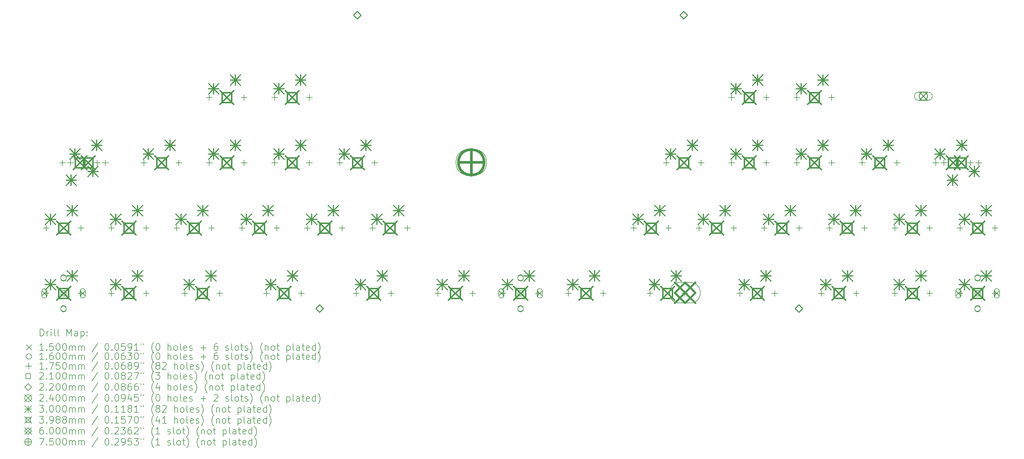
<source format=gbr>
%TF.GenerationSoftware,KiCad,Pcbnew,7.0.1-0*%
%TF.CreationDate,2023-04-11T07:48:09+09:00*%
%TF.ProjectId,Sandy_Base,53616e64-795f-4426-9173-652e6b696361,v.0*%
%TF.SameCoordinates,Original*%
%TF.FileFunction,Drillmap*%
%TF.FilePolarity,Positive*%
%FSLAX45Y45*%
G04 Gerber Fmt 4.5, Leading zero omitted, Abs format (unit mm)*
G04 Created by KiCad (PCBNEW 7.0.1-0) date 2023-04-11 07:48:09*
%MOMM*%
%LPD*%
G01*
G04 APERTURE LIST*
%ADD10C,0.200000*%
%ADD11C,0.150000*%
%ADD12C,0.160000*%
%ADD13C,0.175000*%
%ADD14C,0.210000*%
%ADD15C,0.220000*%
%ADD16C,0.240000*%
%ADD17C,0.300000*%
%ADD18C,0.398780*%
%ADD19C,0.600000*%
%ADD20C,0.750000*%
G04 APERTURE END LIST*
D10*
D11*
X1947097Y-10245377D02*
X2097097Y-10395377D01*
X2097097Y-10245377D02*
X1947097Y-10395377D01*
D10*
X1947097Y-10255377D02*
X1947097Y-10385377D01*
X1947097Y-10385377D02*
G75*
G03*
X2097097Y-10385377I75000J0D01*
G01*
X2097097Y-10385377D02*
X2097097Y-10255377D01*
X2097097Y-10255377D02*
G75*
G03*
X1947097Y-10255377I-75000J0D01*
G01*
D11*
X3067097Y-10245377D02*
X3217097Y-10395377D01*
X3217097Y-10245377D02*
X3067097Y-10395377D01*
D10*
X3067097Y-10255377D02*
X3067097Y-10385377D01*
X3067097Y-10385377D02*
G75*
G03*
X3217097Y-10385377I75000J0D01*
G01*
X3217097Y-10385377D02*
X3217097Y-10255377D01*
X3217097Y-10255377D02*
G75*
G03*
X3067097Y-10255377I-75000J0D01*
G01*
D11*
X15282097Y-10245341D02*
X15432097Y-10395341D01*
X15432097Y-10245341D02*
X15282097Y-10395341D01*
D10*
X15282097Y-10255341D02*
X15282097Y-10385341D01*
X15282097Y-10385341D02*
G75*
G03*
X15432097Y-10385341I75000J0D01*
G01*
X15432097Y-10385341D02*
X15432097Y-10255341D01*
X15432097Y-10255341D02*
G75*
G03*
X15282097Y-10255341I-75000J0D01*
G01*
D11*
X16402097Y-10245341D02*
X16552097Y-10395341D01*
X16552097Y-10245341D02*
X16402097Y-10395341D01*
D10*
X16402097Y-10255341D02*
X16402097Y-10385341D01*
X16402097Y-10385341D02*
G75*
G03*
X16552097Y-10385341I75000J0D01*
G01*
X16552097Y-10385341D02*
X16552097Y-10255341D01*
X16552097Y-10255341D02*
G75*
G03*
X16402097Y-10255341I-75000J0D01*
G01*
D11*
X28617209Y-10245377D02*
X28767209Y-10395377D01*
X28767209Y-10245377D02*
X28617209Y-10395377D01*
D10*
X28617209Y-10255377D02*
X28617209Y-10385377D01*
X28617209Y-10385377D02*
G75*
G03*
X28767209Y-10385377I75000J0D01*
G01*
X28767209Y-10385377D02*
X28767209Y-10255377D01*
X28767209Y-10255377D02*
G75*
G03*
X28617209Y-10255377I-75000J0D01*
G01*
D11*
X29737209Y-10245377D02*
X29887209Y-10395377D01*
X29887209Y-10245377D02*
X29737209Y-10395377D01*
D10*
X29737209Y-10255377D02*
X29737209Y-10385377D01*
X29737209Y-10385377D02*
G75*
G03*
X29887209Y-10385377I75000J0D01*
G01*
X29887209Y-10385377D02*
X29887209Y-10255377D01*
X29887209Y-10255377D02*
G75*
G03*
X29737209Y-10255377I-75000J0D01*
G01*
D12*
X2662098Y-9870377D02*
G75*
G03*
X2662098Y-9870377I-80000J0D01*
G01*
D10*
X2502098Y-9855377D02*
X2502098Y-9885377D01*
X2502098Y-9885377D02*
G75*
G03*
X2662098Y-9885377I80000J0D01*
G01*
X2662098Y-9885377D02*
X2662098Y-9855377D01*
X2662098Y-9855377D02*
G75*
G03*
X2502098Y-9855377I-80000J0D01*
G01*
D12*
X2662098Y-10770377D02*
G75*
G03*
X2662098Y-10770377I-80000J0D01*
G01*
D10*
X2502098Y-10755377D02*
X2502098Y-10785377D01*
X2502098Y-10785377D02*
G75*
G03*
X2662098Y-10785377I80000J0D01*
G01*
X2662098Y-10785377D02*
X2662098Y-10755377D01*
X2662098Y-10755377D02*
G75*
G03*
X2502098Y-10755377I-80000J0D01*
G01*
D12*
X15997097Y-9870341D02*
G75*
G03*
X15997097Y-9870341I-80000J0D01*
G01*
D10*
X15837097Y-9855341D02*
X15837097Y-9885341D01*
X15837097Y-9885341D02*
G75*
G03*
X15997097Y-9885341I80000J0D01*
G01*
X15997097Y-9885341D02*
X15997097Y-9855341D01*
X15997097Y-9855341D02*
G75*
G03*
X15837097Y-9855341I-80000J0D01*
G01*
D12*
X15997097Y-10770341D02*
G75*
G03*
X15997097Y-10770341I-80000J0D01*
G01*
D10*
X15837097Y-10755341D02*
X15837097Y-10785341D01*
X15837097Y-10785341D02*
G75*
G03*
X15997097Y-10785341I80000J0D01*
G01*
X15997097Y-10785341D02*
X15997097Y-10755341D01*
X15997097Y-10755341D02*
G75*
G03*
X15837097Y-10755341I-80000J0D01*
G01*
D12*
X29332209Y-9870377D02*
G75*
G03*
X29332209Y-9870377I-80000J0D01*
G01*
D10*
X29172209Y-9855377D02*
X29172209Y-9885377D01*
X29172209Y-9885377D02*
G75*
G03*
X29332209Y-9885377I80000J0D01*
G01*
X29332209Y-9885377D02*
X29332209Y-9855377D01*
X29332209Y-9855377D02*
G75*
G03*
X29172209Y-9855377I-80000J0D01*
G01*
D12*
X29332209Y-10770377D02*
G75*
G03*
X29332209Y-10770377I-80000J0D01*
G01*
D10*
X29172209Y-10755377D02*
X29172209Y-10785377D01*
X29172209Y-10785377D02*
G75*
G03*
X29332209Y-10785377I80000J0D01*
G01*
X29332209Y-10785377D02*
X29332209Y-10755377D01*
X29332209Y-10755377D02*
G75*
G03*
X29172209Y-10755377I-80000J0D01*
G01*
D13*
X2074093Y-8327840D02*
X2074093Y-8502841D01*
X1986593Y-8415341D02*
X2161594Y-8415341D01*
X2074097Y-10232877D02*
X2074097Y-10407877D01*
X1986597Y-10320377D02*
X2161598Y-10320377D01*
X2550348Y-6422876D02*
X2550348Y-6597876D01*
X2462848Y-6510376D02*
X2637848Y-6510376D01*
X2788476Y-6422860D02*
X2788476Y-6597860D01*
X2700976Y-6510360D02*
X2875975Y-6510360D01*
X3090093Y-8327840D02*
X3090093Y-8502841D01*
X3002593Y-8415341D02*
X3177593Y-8415341D01*
X3090097Y-10232877D02*
X3090097Y-10407877D01*
X3002597Y-10320377D02*
X3177597Y-10320377D01*
X3566347Y-6422876D02*
X3566347Y-6597876D01*
X3478847Y-6510376D02*
X3653847Y-6510376D01*
X3804475Y-6422860D02*
X3804475Y-6597860D01*
X3716975Y-6510360D02*
X3891975Y-6510360D01*
X3979097Y-8327876D02*
X3979097Y-8502877D01*
X3891597Y-8415377D02*
X4066597Y-8415377D01*
X3979097Y-10232877D02*
X3979097Y-10407877D01*
X3891597Y-10320377D02*
X4066597Y-10320377D01*
X4931594Y-6422856D02*
X4931594Y-6597856D01*
X4844094Y-6510356D02*
X5019094Y-6510356D01*
X4995098Y-8327876D02*
X4995098Y-8502877D01*
X4907598Y-8415377D02*
X5082598Y-8415377D01*
X4995098Y-10232877D02*
X4995098Y-10407877D01*
X4907598Y-10320377D02*
X5082598Y-10320377D01*
X5884093Y-8327864D02*
X5884093Y-8502865D01*
X5796593Y-8415365D02*
X5971593Y-8415365D01*
X5947593Y-6422856D02*
X5947593Y-6597856D01*
X5860093Y-6510356D02*
X6035093Y-6510356D01*
X6122222Y-10232877D02*
X6122222Y-10407877D01*
X6034722Y-10320377D02*
X6209722Y-10320377D01*
X6836593Y-4517849D02*
X6836593Y-4692849D01*
X6749093Y-4605349D02*
X6924093Y-4605349D01*
X6836593Y-6422856D02*
X6836593Y-6597856D01*
X6749093Y-6510356D02*
X6924093Y-6510356D01*
X6900093Y-8327864D02*
X6900093Y-8502865D01*
X6812593Y-8415365D02*
X6987593Y-8415365D01*
X7138222Y-10232877D02*
X7138222Y-10407877D01*
X7050722Y-10320377D02*
X7225722Y-10320377D01*
X7789093Y-8327864D02*
X7789093Y-8502865D01*
X7701593Y-8415365D02*
X7876593Y-8415365D01*
X7852593Y-4517849D02*
X7852593Y-4692849D01*
X7765093Y-4605349D02*
X7940093Y-4605349D01*
X7852593Y-6422856D02*
X7852593Y-6597856D01*
X7765093Y-6510356D02*
X7940093Y-6510356D01*
X8503500Y-10232877D02*
X8503500Y-10407877D01*
X8416000Y-10320377D02*
X8591000Y-10320377D01*
X8741594Y-4517849D02*
X8741594Y-4692849D01*
X8654094Y-4605349D02*
X8829094Y-4605349D01*
X8741594Y-6422856D02*
X8741594Y-6597856D01*
X8654094Y-6510356D02*
X8829094Y-6510356D01*
X8805094Y-8327864D02*
X8805094Y-8502865D01*
X8717594Y-8415365D02*
X8892594Y-8415365D01*
X9519500Y-10232877D02*
X9519500Y-10407877D01*
X9432000Y-10320377D02*
X9607000Y-10320377D01*
X9694094Y-8327864D02*
X9694094Y-8502865D01*
X9606594Y-8415365D02*
X9781594Y-8415365D01*
X9757594Y-4517849D02*
X9757594Y-4692849D01*
X9670094Y-4605349D02*
X9845094Y-4605349D01*
X9757594Y-6422856D02*
X9757594Y-6597856D01*
X9670094Y-6510356D02*
X9845094Y-6510356D01*
X10646594Y-6422856D02*
X10646594Y-6597856D01*
X10559094Y-6510356D02*
X10734094Y-6510356D01*
X10710094Y-8327864D02*
X10710094Y-8502865D01*
X10622594Y-8415365D02*
X10797594Y-8415365D01*
X11122844Y-10232841D02*
X11122844Y-10407841D01*
X11035344Y-10320341D02*
X11210343Y-10320341D01*
X11599093Y-8327864D02*
X11599093Y-8502865D01*
X11511593Y-8415365D02*
X11686593Y-8415365D01*
X11662593Y-6422856D02*
X11662593Y-6597856D01*
X11575093Y-6510356D02*
X11750093Y-6510356D01*
X12138843Y-10232841D02*
X12138843Y-10407841D01*
X12051343Y-10320341D02*
X12226343Y-10320341D01*
X12615093Y-8327864D02*
X12615093Y-8502865D01*
X12527593Y-8415365D02*
X12702593Y-8415365D01*
X13504137Y-10232877D02*
X13504137Y-10407877D01*
X13416637Y-10320377D02*
X13591637Y-10320377D01*
X14520137Y-10232877D02*
X14520137Y-10407877D01*
X14432637Y-10320377D02*
X14607637Y-10320377D01*
X15409097Y-10232877D02*
X15409097Y-10407877D01*
X15321597Y-10320377D02*
X15496597Y-10320377D01*
X16425097Y-10232877D02*
X16425097Y-10407877D01*
X16337597Y-10320377D02*
X16512597Y-10320377D01*
X17314098Y-10232877D02*
X17314098Y-10407877D01*
X17226598Y-10320377D02*
X17401598Y-10320377D01*
X18330098Y-10232877D02*
X18330098Y-10407877D01*
X18242598Y-10320377D02*
X18417598Y-10320377D01*
X19219154Y-8327864D02*
X19219154Y-8502865D01*
X19131654Y-8415365D02*
X19306654Y-8415365D01*
X19695344Y-10232841D02*
X19695344Y-10407841D01*
X19607844Y-10320341D02*
X19782844Y-10320341D01*
X20171658Y-6422856D02*
X20171658Y-6597856D01*
X20084158Y-6510356D02*
X20259158Y-6510356D01*
X20235154Y-8327864D02*
X20235154Y-8502865D01*
X20147654Y-8415365D02*
X20322654Y-8415365D01*
X20711344Y-10232841D02*
X20711344Y-10407841D01*
X20623844Y-10320341D02*
X20798844Y-10320341D01*
X21124162Y-8327864D02*
X21124162Y-8502865D01*
X21036662Y-8415365D02*
X21211662Y-8415365D01*
X21187658Y-6422856D02*
X21187658Y-6597856D01*
X21100158Y-6510356D02*
X21275158Y-6510356D01*
X22076666Y-4517853D02*
X22076666Y-4692853D01*
X21989166Y-4605353D02*
X22164166Y-4605353D01*
X22076666Y-6422860D02*
X22076666Y-6597860D01*
X21989166Y-6510360D02*
X22164166Y-6510360D01*
X22140162Y-8327864D02*
X22140162Y-8502865D01*
X22052662Y-8415365D02*
X22227662Y-8415365D01*
X22314723Y-10232877D02*
X22314723Y-10407877D01*
X22227223Y-10320377D02*
X22402222Y-10320377D01*
X23029169Y-8327868D02*
X23029169Y-8502869D01*
X22941669Y-8415369D02*
X23116669Y-8415369D01*
X23092665Y-4517853D02*
X23092665Y-4692853D01*
X23005165Y-4605353D02*
X23180165Y-4605353D01*
X23092665Y-6422860D02*
X23092665Y-6597860D01*
X23005165Y-6510360D02*
X23180165Y-6510360D01*
X23330722Y-10232877D02*
X23330722Y-10407877D01*
X23243222Y-10320377D02*
X23418222Y-10320377D01*
X23981673Y-4517853D02*
X23981673Y-4692853D01*
X23894173Y-4605353D02*
X24069173Y-4605353D01*
X23981673Y-6422860D02*
X23981673Y-6597860D01*
X23894173Y-6510360D02*
X24069173Y-6510360D01*
X24045169Y-8327868D02*
X24045169Y-8502869D01*
X23957669Y-8415369D02*
X24132669Y-8415369D01*
X24695968Y-10232841D02*
X24695968Y-10407841D01*
X24608468Y-10320341D02*
X24783468Y-10320341D01*
X24934177Y-8327868D02*
X24934177Y-8502869D01*
X24846677Y-8415369D02*
X25021677Y-8415369D01*
X24997673Y-4517853D02*
X24997673Y-4692853D01*
X24910173Y-4605353D02*
X25085173Y-4605353D01*
X24997673Y-6422860D02*
X24997673Y-6597860D01*
X24910173Y-6510360D02*
X25085173Y-6510360D01*
X25711968Y-10232841D02*
X25711968Y-10407841D01*
X25624468Y-10320341D02*
X25799468Y-10320341D01*
X25886597Y-6422876D02*
X25886597Y-6597876D01*
X25799097Y-6510376D02*
X25974097Y-6510376D01*
X25950177Y-8327868D02*
X25950177Y-8502869D01*
X25862677Y-8415369D02*
X26037677Y-8415369D01*
X26839201Y-8327868D02*
X26839201Y-8502869D01*
X26751701Y-8415369D02*
X26926701Y-8415369D01*
X26839201Y-10232873D02*
X26839201Y-10407873D01*
X26751701Y-10320373D02*
X26926701Y-10320373D01*
X26902597Y-6422876D02*
X26902597Y-6597876D01*
X26815097Y-6510376D02*
X26990097Y-6510376D01*
X27855201Y-8327868D02*
X27855201Y-8502869D01*
X27767701Y-8415369D02*
X27942701Y-8415369D01*
X27855201Y-10232873D02*
X27855201Y-10407873D01*
X27767701Y-10320373D02*
X27942701Y-10320373D01*
X28029718Y-6422860D02*
X28029718Y-6597860D01*
X27942218Y-6510360D02*
X28117218Y-6510360D01*
X28267941Y-6422860D02*
X28267941Y-6597860D01*
X28180441Y-6510360D02*
X28355441Y-6510360D01*
X28744209Y-8327868D02*
X28744209Y-8502869D01*
X28656709Y-8415369D02*
X28831709Y-8415369D01*
X28744209Y-10232877D02*
X28744209Y-10407877D01*
X28656709Y-10320377D02*
X28831709Y-10320377D01*
X29045718Y-6422860D02*
X29045718Y-6597860D01*
X28958218Y-6510360D02*
X29133218Y-6510360D01*
X29283941Y-6422860D02*
X29283941Y-6597860D01*
X29196441Y-6510360D02*
X29371441Y-6510360D01*
X29760209Y-8327868D02*
X29760209Y-8502869D01*
X29672709Y-8415369D02*
X29847709Y-8415369D01*
X29760209Y-10232877D02*
X29760209Y-10407877D01*
X29672709Y-10320377D02*
X29847709Y-10320377D01*
D14*
X2656344Y-10394623D02*
X2656344Y-10246130D01*
X2507851Y-10246130D01*
X2507851Y-10394623D01*
X2656344Y-10394623D01*
X15991344Y-10394587D02*
X15991344Y-10246094D01*
X15842851Y-10246094D01*
X15842851Y-10394587D01*
X15991344Y-10394587D01*
X29326456Y-10394623D02*
X29326456Y-10246130D01*
X29177963Y-10246130D01*
X29177963Y-10394623D01*
X29326456Y-10394623D01*
D15*
X10049594Y-10872837D02*
X10159594Y-10762837D01*
X10049594Y-10652837D01*
X9939594Y-10762837D01*
X10049594Y-10872837D01*
X11154594Y-2312837D02*
X11264593Y-2202837D01*
X11154594Y-2092836D01*
X11044594Y-2202837D01*
X11154594Y-2312837D01*
X20679594Y-2312837D02*
X20789594Y-2202837D01*
X20679594Y-2092836D01*
X20569594Y-2202837D01*
X20679594Y-2312837D01*
X24039593Y-10872837D02*
X24149593Y-10762837D01*
X24039593Y-10652837D01*
X23929593Y-10762837D01*
X24039593Y-10872837D01*
D16*
X27549593Y-4447837D02*
X27789593Y-4687837D01*
X27789593Y-4447837D02*
X27549593Y-4687837D01*
X27789593Y-4567837D02*
G75*
G03*
X27789593Y-4567837I-120000J0D01*
G01*
D10*
X27529593Y-4687837D02*
X27809593Y-4687837D01*
X27809593Y-4687837D02*
G75*
G03*
X27809593Y-4447837I0J120000D01*
G01*
X27809593Y-4447837D02*
X27529593Y-4447837D01*
X27529593Y-4447837D02*
G75*
G03*
X27529593Y-4687837I0J-120000D01*
G01*
D16*
X27549593Y-4447837D02*
X27789593Y-4687837D01*
X27789593Y-4447837D02*
X27549593Y-4687837D01*
X27789593Y-4567837D02*
G75*
G03*
X27789593Y-4567837I-120000J0D01*
G01*
D10*
X27529593Y-4687837D02*
X27809593Y-4687837D01*
X27809593Y-4687837D02*
G75*
G03*
X27809593Y-4447837I0J120000D01*
G01*
X27809593Y-4447837D02*
X27529593Y-4447837D01*
X27529593Y-4447837D02*
G75*
G03*
X27529593Y-4687837I0J-120000D01*
G01*
D17*
X2051093Y-8011340D02*
X2351094Y-8311340D01*
X2351094Y-8011340D02*
X2051093Y-8311340D01*
X2201094Y-8011340D02*
X2201094Y-8311340D01*
X2051093Y-8161340D02*
X2351094Y-8161340D01*
X2051097Y-9916377D02*
X2351098Y-10216377D01*
X2351098Y-9916377D02*
X2051097Y-10216377D01*
X2201098Y-9916377D02*
X2201098Y-10216377D01*
X2051097Y-10066377D02*
X2351098Y-10066377D01*
X2654348Y-6868376D02*
X2954347Y-7168376D01*
X2954347Y-6868376D02*
X2654348Y-7168376D01*
X2804347Y-6868376D02*
X2804347Y-7168376D01*
X2654348Y-7018376D02*
X2954347Y-7018376D01*
X2686094Y-7757340D02*
X2986093Y-8057340D01*
X2986093Y-7757340D02*
X2686094Y-8057340D01*
X2836093Y-7757340D02*
X2836093Y-8057340D01*
X2686094Y-7907340D02*
X2986093Y-7907340D01*
X2686098Y-9662377D02*
X2986097Y-9962377D01*
X2986097Y-9662377D02*
X2686098Y-9962377D01*
X2836097Y-9662377D02*
X2836097Y-9962377D01*
X2686098Y-9812377D02*
X2986097Y-9812377D01*
X2765476Y-6106360D02*
X3065475Y-6406360D01*
X3065475Y-6106360D02*
X2765476Y-6406360D01*
X2915475Y-6106360D02*
X2915475Y-6406360D01*
X2765476Y-6256360D02*
X3065475Y-6256360D01*
X3289347Y-6614376D02*
X3589347Y-6914376D01*
X3589347Y-6614376D02*
X3289347Y-6914376D01*
X3439347Y-6614376D02*
X3439347Y-6914376D01*
X3289347Y-6764376D02*
X3589347Y-6764376D01*
X3400475Y-5852360D02*
X3700475Y-6152360D01*
X3700475Y-5852360D02*
X3400475Y-6152360D01*
X3550475Y-5852360D02*
X3550475Y-6152360D01*
X3400475Y-6002360D02*
X3700475Y-6002360D01*
X3956097Y-8011376D02*
X4256098Y-8311376D01*
X4256098Y-8011376D02*
X3956097Y-8311376D01*
X4106097Y-8011376D02*
X4106097Y-8311376D01*
X3956097Y-8161376D02*
X4256098Y-8161376D01*
X3956097Y-9916377D02*
X4256098Y-10216377D01*
X4256098Y-9916377D02*
X3956097Y-10216377D01*
X4106097Y-9916377D02*
X4106097Y-10216377D01*
X3956097Y-10066377D02*
X4256098Y-10066377D01*
X4591098Y-7757376D02*
X4891098Y-8057376D01*
X4891098Y-7757376D02*
X4591098Y-8057376D01*
X4741098Y-7757376D02*
X4741098Y-8057376D01*
X4591098Y-7907376D02*
X4891098Y-7907376D01*
X4591098Y-9662377D02*
X4891098Y-9962377D01*
X4891098Y-9662377D02*
X4591098Y-9962377D01*
X4741098Y-9662377D02*
X4741098Y-9962377D01*
X4591098Y-9812377D02*
X4891098Y-9812377D01*
X4908594Y-6106356D02*
X5208594Y-6406356D01*
X5208594Y-6106356D02*
X4908594Y-6406356D01*
X5058594Y-6106356D02*
X5058594Y-6406356D01*
X4908594Y-6256356D02*
X5208594Y-6256356D01*
X5543594Y-5852356D02*
X5843593Y-6152356D01*
X5843593Y-5852356D02*
X5543594Y-6152356D01*
X5693593Y-5852356D02*
X5693593Y-6152356D01*
X5543594Y-6002356D02*
X5843593Y-6002356D01*
X5861093Y-8011364D02*
X6161093Y-8311364D01*
X6161093Y-8011364D02*
X5861093Y-8311364D01*
X6011093Y-8011364D02*
X6011093Y-8311364D01*
X5861093Y-8161364D02*
X6161093Y-8161364D01*
X6099222Y-9916377D02*
X6399222Y-10216377D01*
X6399222Y-9916377D02*
X6099222Y-10216377D01*
X6249222Y-9916377D02*
X6249222Y-10216377D01*
X6099222Y-10066377D02*
X6399222Y-10066377D01*
X6496093Y-7757364D02*
X6796093Y-8057364D01*
X6796093Y-7757364D02*
X6496093Y-8057364D01*
X6646093Y-7757364D02*
X6646093Y-8057364D01*
X6496093Y-7907364D02*
X6796093Y-7907364D01*
X6734222Y-9662377D02*
X7034222Y-9962377D01*
X7034222Y-9662377D02*
X6734222Y-9962377D01*
X6884222Y-9662377D02*
X6884222Y-9962377D01*
X6734222Y-9812377D02*
X7034222Y-9812377D01*
X6813593Y-4201349D02*
X7113593Y-4501349D01*
X7113593Y-4201349D02*
X6813593Y-4501349D01*
X6963593Y-4201349D02*
X6963593Y-4501349D01*
X6813593Y-4351349D02*
X7113593Y-4351349D01*
X6813593Y-6106356D02*
X7113593Y-6406356D01*
X7113593Y-6106356D02*
X6813593Y-6406356D01*
X6963593Y-6106356D02*
X6963593Y-6406356D01*
X6813593Y-6256356D02*
X7113593Y-6256356D01*
X7448593Y-3947348D02*
X7748593Y-4247349D01*
X7748593Y-3947348D02*
X7448593Y-4247349D01*
X7598593Y-3947348D02*
X7598593Y-4247349D01*
X7448593Y-4097348D02*
X7748593Y-4097348D01*
X7448593Y-5852356D02*
X7748593Y-6152356D01*
X7748593Y-5852356D02*
X7448593Y-6152356D01*
X7598593Y-5852356D02*
X7598593Y-6152356D01*
X7448593Y-6002356D02*
X7748593Y-6002356D01*
X7766093Y-8011364D02*
X8066093Y-8311364D01*
X8066093Y-8011364D02*
X7766093Y-8311364D01*
X7916093Y-8011364D02*
X7916093Y-8311364D01*
X7766093Y-8161364D02*
X8066093Y-8161364D01*
X8401094Y-7757364D02*
X8701094Y-8057364D01*
X8701094Y-7757364D02*
X8401094Y-8057364D01*
X8551094Y-7757364D02*
X8551094Y-8057364D01*
X8401094Y-7907364D02*
X8701094Y-7907364D01*
X8480500Y-9916377D02*
X8780500Y-10216377D01*
X8780500Y-9916377D02*
X8480500Y-10216377D01*
X8630500Y-9916377D02*
X8630500Y-10216377D01*
X8480500Y-10066377D02*
X8780500Y-10066377D01*
X8718594Y-4201349D02*
X9018594Y-4501349D01*
X9018594Y-4201349D02*
X8718594Y-4501349D01*
X8868594Y-4201349D02*
X8868594Y-4501349D01*
X8718594Y-4351349D02*
X9018594Y-4351349D01*
X8718594Y-6106356D02*
X9018594Y-6406356D01*
X9018594Y-6106356D02*
X8718594Y-6406356D01*
X8868594Y-6106356D02*
X8868594Y-6406356D01*
X8718594Y-6256356D02*
X9018594Y-6256356D01*
X9115500Y-9662377D02*
X9415500Y-9962377D01*
X9415500Y-9662377D02*
X9115500Y-9962377D01*
X9265500Y-9662377D02*
X9265500Y-9962377D01*
X9115500Y-9812377D02*
X9415500Y-9812377D01*
X9353594Y-3947348D02*
X9653594Y-4247349D01*
X9653594Y-3947348D02*
X9353594Y-4247349D01*
X9503594Y-3947348D02*
X9503594Y-4247349D01*
X9353594Y-4097348D02*
X9653594Y-4097348D01*
X9353594Y-5852356D02*
X9653594Y-6152356D01*
X9653594Y-5852356D02*
X9353594Y-6152356D01*
X9503594Y-5852356D02*
X9503594Y-6152356D01*
X9353594Y-6002356D02*
X9653594Y-6002356D01*
X9671094Y-8011364D02*
X9971094Y-8311364D01*
X9971094Y-8011364D02*
X9671094Y-8311364D01*
X9821094Y-8011364D02*
X9821094Y-8311364D01*
X9671094Y-8161364D02*
X9971094Y-8161364D01*
X10306094Y-7757364D02*
X10606094Y-8057364D01*
X10606094Y-7757364D02*
X10306094Y-8057364D01*
X10456094Y-7757364D02*
X10456094Y-8057364D01*
X10306094Y-7907364D02*
X10606094Y-7907364D01*
X10623594Y-6106356D02*
X10923594Y-6406356D01*
X10923594Y-6106356D02*
X10623594Y-6406356D01*
X10773594Y-6106356D02*
X10773594Y-6406356D01*
X10623594Y-6256356D02*
X10923594Y-6256356D01*
X11099844Y-9916341D02*
X11399843Y-10216341D01*
X11399843Y-9916341D02*
X11099844Y-10216341D01*
X11249843Y-9916341D02*
X11249843Y-10216341D01*
X11099844Y-10066341D02*
X11399843Y-10066341D01*
X11258593Y-5852356D02*
X11558593Y-6152356D01*
X11558593Y-5852356D02*
X11258593Y-6152356D01*
X11408593Y-5852356D02*
X11408593Y-6152356D01*
X11258593Y-6002356D02*
X11558593Y-6002356D01*
X11576093Y-8011364D02*
X11876093Y-8311364D01*
X11876093Y-8011364D02*
X11576093Y-8311364D01*
X11726093Y-8011364D02*
X11726093Y-8311364D01*
X11576093Y-8161364D02*
X11876093Y-8161364D01*
X11734843Y-9662341D02*
X12034843Y-9962341D01*
X12034843Y-9662341D02*
X11734843Y-9962341D01*
X11884843Y-9662341D02*
X11884843Y-9962341D01*
X11734843Y-9812341D02*
X12034843Y-9812341D01*
X12211093Y-7757364D02*
X12511093Y-8057364D01*
X12511093Y-7757364D02*
X12211093Y-8057364D01*
X12361093Y-7757364D02*
X12361093Y-8057364D01*
X12211093Y-7907364D02*
X12511093Y-7907364D01*
X13481137Y-9916377D02*
X13781137Y-10216377D01*
X13781137Y-9916377D02*
X13481137Y-10216377D01*
X13631137Y-9916377D02*
X13631137Y-10216377D01*
X13481137Y-10066377D02*
X13781137Y-10066377D01*
X14116137Y-9662377D02*
X14416137Y-9962377D01*
X14416137Y-9662377D02*
X14116137Y-9962377D01*
X14266137Y-9662377D02*
X14266137Y-9962377D01*
X14116137Y-9812377D02*
X14416137Y-9812377D01*
X15386097Y-9916377D02*
X15686097Y-10216377D01*
X15686097Y-9916377D02*
X15386097Y-10216377D01*
X15536097Y-9916377D02*
X15536097Y-10216377D01*
X15386097Y-10066377D02*
X15686097Y-10066377D01*
X16021097Y-9662377D02*
X16321097Y-9962377D01*
X16321097Y-9662377D02*
X16021097Y-9962377D01*
X16171097Y-9662377D02*
X16171097Y-9962377D01*
X16021097Y-9812377D02*
X16321097Y-9812377D01*
X17291098Y-9916377D02*
X17591098Y-10216377D01*
X17591098Y-9916377D02*
X17291098Y-10216377D01*
X17441098Y-9916377D02*
X17441098Y-10216377D01*
X17291098Y-10066377D02*
X17591098Y-10066377D01*
X17926098Y-9662377D02*
X18226098Y-9962377D01*
X18226098Y-9662377D02*
X17926098Y-9962377D01*
X18076098Y-9662377D02*
X18076098Y-9962377D01*
X17926098Y-9812377D02*
X18226098Y-9812377D01*
X19196154Y-8011364D02*
X19496154Y-8311364D01*
X19496154Y-8011364D02*
X19196154Y-8311364D01*
X19346154Y-8011364D02*
X19346154Y-8311364D01*
X19196154Y-8161364D02*
X19496154Y-8161364D01*
X19672344Y-9916341D02*
X19972344Y-10216341D01*
X19972344Y-9916341D02*
X19672344Y-10216341D01*
X19822344Y-9916341D02*
X19822344Y-10216341D01*
X19672344Y-10066341D02*
X19972344Y-10066341D01*
X19831154Y-7757364D02*
X20131154Y-8057364D01*
X20131154Y-7757364D02*
X19831154Y-8057364D01*
X19981154Y-7757364D02*
X19981154Y-8057364D01*
X19831154Y-7907364D02*
X20131154Y-7907364D01*
X20148658Y-6106356D02*
X20448658Y-6406356D01*
X20448658Y-6106356D02*
X20148658Y-6406356D01*
X20298658Y-6106356D02*
X20298658Y-6406356D01*
X20148658Y-6256356D02*
X20448658Y-6256356D01*
X20307344Y-9662341D02*
X20607344Y-9962341D01*
X20607344Y-9662341D02*
X20307344Y-9962341D01*
X20457344Y-9662341D02*
X20457344Y-9962341D01*
X20307344Y-9812341D02*
X20607344Y-9812341D01*
X20783658Y-5852356D02*
X21083658Y-6152356D01*
X21083658Y-5852356D02*
X20783658Y-6152356D01*
X20933658Y-5852356D02*
X20933658Y-6152356D01*
X20783658Y-6002356D02*
X21083658Y-6002356D01*
X21101162Y-8011364D02*
X21401162Y-8311364D01*
X21401162Y-8011364D02*
X21101162Y-8311364D01*
X21251162Y-8011364D02*
X21251162Y-8311364D01*
X21101162Y-8161364D02*
X21401162Y-8161364D01*
X21736162Y-7757364D02*
X22036162Y-8057364D01*
X22036162Y-7757364D02*
X21736162Y-8057364D01*
X21886162Y-7757364D02*
X21886162Y-8057364D01*
X21736162Y-7907364D02*
X22036162Y-7907364D01*
X22053666Y-4201353D02*
X22353666Y-4501353D01*
X22353666Y-4201353D02*
X22053666Y-4501353D01*
X22203666Y-4201353D02*
X22203666Y-4501353D01*
X22053666Y-4351353D02*
X22353666Y-4351353D01*
X22053666Y-6106360D02*
X22353666Y-6406360D01*
X22353666Y-6106360D02*
X22053666Y-6406360D01*
X22203666Y-6106360D02*
X22203666Y-6406360D01*
X22053666Y-6256360D02*
X22353666Y-6256360D01*
X22291723Y-9916377D02*
X22591722Y-10216377D01*
X22591722Y-9916377D02*
X22291723Y-10216377D01*
X22441722Y-9916377D02*
X22441722Y-10216377D01*
X22291723Y-10066377D02*
X22591722Y-10066377D01*
X22688665Y-3947352D02*
X22988665Y-4247353D01*
X22988665Y-3947352D02*
X22688665Y-4247353D01*
X22838665Y-3947352D02*
X22838665Y-4247353D01*
X22688665Y-4097352D02*
X22988665Y-4097352D01*
X22688665Y-5852360D02*
X22988665Y-6152360D01*
X22988665Y-5852360D02*
X22688665Y-6152360D01*
X22838665Y-5852360D02*
X22838665Y-6152360D01*
X22688665Y-6002360D02*
X22988665Y-6002360D01*
X22926722Y-9662377D02*
X23226722Y-9962377D01*
X23226722Y-9662377D02*
X22926722Y-9962377D01*
X23076722Y-9662377D02*
X23076722Y-9962377D01*
X22926722Y-9812377D02*
X23226722Y-9812377D01*
X23006169Y-8011368D02*
X23306169Y-8311368D01*
X23306169Y-8011368D02*
X23006169Y-8311368D01*
X23156169Y-8011368D02*
X23156169Y-8311368D01*
X23006169Y-8161368D02*
X23306169Y-8161368D01*
X23641169Y-7757368D02*
X23941169Y-8057368D01*
X23941169Y-7757368D02*
X23641169Y-8057368D01*
X23791169Y-7757368D02*
X23791169Y-8057368D01*
X23641169Y-7907368D02*
X23941169Y-7907368D01*
X23958673Y-4201353D02*
X24258673Y-4501353D01*
X24258673Y-4201353D02*
X23958673Y-4501353D01*
X24108673Y-4201353D02*
X24108673Y-4501353D01*
X23958673Y-4351353D02*
X24258673Y-4351353D01*
X23958673Y-6106360D02*
X24258673Y-6406360D01*
X24258673Y-6106360D02*
X23958673Y-6406360D01*
X24108673Y-6106360D02*
X24108673Y-6406360D01*
X23958673Y-6256360D02*
X24258673Y-6256360D01*
X24593673Y-3947352D02*
X24893673Y-4247353D01*
X24893673Y-3947352D02*
X24593673Y-4247353D01*
X24743673Y-3947352D02*
X24743673Y-4247353D01*
X24593673Y-4097352D02*
X24893673Y-4097352D01*
X24593673Y-5852360D02*
X24893673Y-6152360D01*
X24893673Y-5852360D02*
X24593673Y-6152360D01*
X24743673Y-5852360D02*
X24743673Y-6152360D01*
X24593673Y-6002360D02*
X24893673Y-6002360D01*
X24672968Y-9916341D02*
X24972968Y-10216341D01*
X24972968Y-9916341D02*
X24672968Y-10216341D01*
X24822968Y-9916341D02*
X24822968Y-10216341D01*
X24672968Y-10066341D02*
X24972968Y-10066341D01*
X24911177Y-8011368D02*
X25211177Y-8311368D01*
X25211177Y-8011368D02*
X24911177Y-8311368D01*
X25061177Y-8011368D02*
X25061177Y-8311368D01*
X24911177Y-8161368D02*
X25211177Y-8161368D01*
X25307968Y-9662341D02*
X25607968Y-9962341D01*
X25607968Y-9662341D02*
X25307968Y-9962341D01*
X25457968Y-9662341D02*
X25457968Y-9962341D01*
X25307968Y-9812341D02*
X25607968Y-9812341D01*
X25546177Y-7757368D02*
X25846177Y-8057368D01*
X25846177Y-7757368D02*
X25546177Y-8057368D01*
X25696177Y-7757368D02*
X25696177Y-8057368D01*
X25546177Y-7907368D02*
X25846177Y-7907368D01*
X25863597Y-6106376D02*
X26163597Y-6406376D01*
X26163597Y-6106376D02*
X25863597Y-6406376D01*
X26013597Y-6106376D02*
X26013597Y-6406376D01*
X25863597Y-6256376D02*
X26163597Y-6256376D01*
X26498597Y-5852376D02*
X26798597Y-6152376D01*
X26798597Y-5852376D02*
X26498597Y-6152376D01*
X26648597Y-5852376D02*
X26648597Y-6152376D01*
X26498597Y-6002376D02*
X26798597Y-6002376D01*
X26816201Y-8011368D02*
X27116201Y-8311368D01*
X27116201Y-8011368D02*
X26816201Y-8311368D01*
X26966201Y-8011368D02*
X26966201Y-8311368D01*
X26816201Y-8161368D02*
X27116201Y-8161368D01*
X26816201Y-9916373D02*
X27116201Y-10216373D01*
X27116201Y-9916373D02*
X26816201Y-10216373D01*
X26966201Y-9916373D02*
X26966201Y-10216373D01*
X26816201Y-10066373D02*
X27116201Y-10066373D01*
X27451201Y-7757368D02*
X27751201Y-8057368D01*
X27751201Y-7757368D02*
X27451201Y-8057368D01*
X27601201Y-7757368D02*
X27601201Y-8057368D01*
X27451201Y-7907368D02*
X27751201Y-7907368D01*
X27451201Y-9662373D02*
X27751201Y-9962373D01*
X27751201Y-9662373D02*
X27451201Y-9962373D01*
X27601201Y-9662373D02*
X27601201Y-9962373D01*
X27451201Y-9812373D02*
X27751201Y-9812373D01*
X28006718Y-6106360D02*
X28306718Y-6406360D01*
X28306718Y-6106360D02*
X28006718Y-6406360D01*
X28156718Y-6106360D02*
X28156718Y-6406360D01*
X28006718Y-6256360D02*
X28306718Y-6256360D01*
X28371941Y-6868360D02*
X28671941Y-7168360D01*
X28671941Y-6868360D02*
X28371941Y-7168360D01*
X28521941Y-6868360D02*
X28521941Y-7168360D01*
X28371941Y-7018360D02*
X28671941Y-7018360D01*
X28641718Y-5852360D02*
X28941718Y-6152360D01*
X28941718Y-5852360D02*
X28641718Y-6152360D01*
X28791718Y-5852360D02*
X28791718Y-6152360D01*
X28641718Y-6002360D02*
X28941718Y-6002360D01*
X28721209Y-8011368D02*
X29021209Y-8311368D01*
X29021209Y-8011368D02*
X28721209Y-8311368D01*
X28871209Y-8011368D02*
X28871209Y-8311368D01*
X28721209Y-8161368D02*
X29021209Y-8161368D01*
X28721209Y-9916377D02*
X29021209Y-10216377D01*
X29021209Y-9916377D02*
X28721209Y-10216377D01*
X28871209Y-9916377D02*
X28871209Y-10216377D01*
X28721209Y-10066377D02*
X29021209Y-10066377D01*
X29006941Y-6614360D02*
X29306941Y-6914360D01*
X29306941Y-6614360D02*
X29006941Y-6914360D01*
X29156941Y-6614360D02*
X29156941Y-6914360D01*
X29006941Y-6764360D02*
X29306941Y-6764360D01*
X29356209Y-7757368D02*
X29656209Y-8057368D01*
X29656209Y-7757368D02*
X29356209Y-8057368D01*
X29506209Y-7757368D02*
X29506209Y-8057368D01*
X29356209Y-7907368D02*
X29656209Y-7907368D01*
X29356209Y-9662377D02*
X29656209Y-9962377D01*
X29656209Y-9662377D02*
X29356209Y-9962377D01*
X29506209Y-9662377D02*
X29506209Y-9962377D01*
X29356209Y-9812377D02*
X29656209Y-9812377D01*
D18*
X2382704Y-8215950D02*
X2781484Y-8614731D01*
X2781484Y-8215950D02*
X2382704Y-8614731D01*
X2723085Y-8556332D02*
X2723085Y-8274349D01*
X2441102Y-8274349D01*
X2441102Y-8556332D01*
X2723085Y-8556332D01*
X2382708Y-10120987D02*
X2781488Y-10519767D01*
X2781488Y-10120987D02*
X2382708Y-10519767D01*
X2723089Y-10461368D02*
X2723089Y-10179385D01*
X2441106Y-10179385D01*
X2441106Y-10461368D01*
X2723089Y-10461368D01*
X2858957Y-6310986D02*
X3257737Y-6709766D01*
X3257737Y-6310986D02*
X2858957Y-6709766D01*
X3199339Y-6651368D02*
X3199339Y-6369385D01*
X2917356Y-6369385D01*
X2917356Y-6651368D01*
X3199339Y-6651368D01*
X3097085Y-6310970D02*
X3495865Y-6709750D01*
X3495865Y-6310970D02*
X3097085Y-6709750D01*
X3437467Y-6651352D02*
X3437467Y-6369369D01*
X3155484Y-6369369D01*
X3155484Y-6651352D01*
X3437467Y-6651352D01*
X4287708Y-8215986D02*
X4686488Y-8614767D01*
X4686488Y-8215986D02*
X4287708Y-8614767D01*
X4628089Y-8556368D02*
X4628089Y-8274385D01*
X4346106Y-8274385D01*
X4346106Y-8556368D01*
X4628089Y-8556368D01*
X4287708Y-10120987D02*
X4686488Y-10519767D01*
X4686488Y-10120987D02*
X4287708Y-10519767D01*
X4628089Y-10461368D02*
X4628089Y-10179385D01*
X4346106Y-10179385D01*
X4346106Y-10461368D01*
X4628089Y-10461368D01*
X5240204Y-6310966D02*
X5638983Y-6709746D01*
X5638983Y-6310966D02*
X5240204Y-6709746D01*
X5580585Y-6651348D02*
X5580585Y-6369365D01*
X5298602Y-6369365D01*
X5298602Y-6651348D01*
X5580585Y-6651348D01*
X6192703Y-8215974D02*
X6591483Y-8614755D01*
X6591483Y-8215974D02*
X6192703Y-8614755D01*
X6533085Y-8556356D02*
X6533085Y-8274373D01*
X6251102Y-8274373D01*
X6251102Y-8556356D01*
X6533085Y-8556356D01*
X6430832Y-10120987D02*
X6829612Y-10519767D01*
X6829612Y-10120987D02*
X6430832Y-10519767D01*
X6771214Y-10461368D02*
X6771214Y-10179385D01*
X6489231Y-10179385D01*
X6489231Y-10461368D01*
X6771214Y-10461368D01*
X7145203Y-4405959D02*
X7543983Y-4804739D01*
X7543983Y-4405959D02*
X7145203Y-4804739D01*
X7485585Y-4746340D02*
X7485585Y-4464357D01*
X7203602Y-4464357D01*
X7203602Y-4746340D01*
X7485585Y-4746340D01*
X7145203Y-6310966D02*
X7543983Y-6709746D01*
X7543983Y-6310966D02*
X7145203Y-6709746D01*
X7485585Y-6651348D02*
X7485585Y-6369365D01*
X7203602Y-6369365D01*
X7203602Y-6651348D01*
X7485585Y-6651348D01*
X8097703Y-8215974D02*
X8496484Y-8614755D01*
X8496484Y-8215974D02*
X8097703Y-8614755D01*
X8438085Y-8556356D02*
X8438085Y-8274373D01*
X8156102Y-8274373D01*
X8156102Y-8556356D01*
X8438085Y-8556356D01*
X8812110Y-10120987D02*
X9210890Y-10519767D01*
X9210890Y-10120987D02*
X8812110Y-10519767D01*
X9152491Y-10461368D02*
X9152491Y-10179385D01*
X8870508Y-10179385D01*
X8870508Y-10461368D01*
X9152491Y-10461368D01*
X9050204Y-4405959D02*
X9448984Y-4804739D01*
X9448984Y-4405959D02*
X9050204Y-4804739D01*
X9390585Y-4746340D02*
X9390585Y-4464357D01*
X9108602Y-4464357D01*
X9108602Y-4746340D01*
X9390585Y-4746340D01*
X9050204Y-6310966D02*
X9448984Y-6709746D01*
X9448984Y-6310966D02*
X9050204Y-6709746D01*
X9390585Y-6651348D02*
X9390585Y-6369365D01*
X9108602Y-6369365D01*
X9108602Y-6651348D01*
X9390585Y-6651348D01*
X10002704Y-8215974D02*
X10401484Y-8614755D01*
X10401484Y-8215974D02*
X10002704Y-8614755D01*
X10343085Y-8556356D02*
X10343085Y-8274373D01*
X10061102Y-8274373D01*
X10061102Y-8556356D01*
X10343085Y-8556356D01*
X10955204Y-6310966D02*
X11353983Y-6709746D01*
X11353983Y-6310966D02*
X10955204Y-6709746D01*
X11295585Y-6651348D02*
X11295585Y-6369365D01*
X11013602Y-6369365D01*
X11013602Y-6651348D01*
X11295585Y-6651348D01*
X11431453Y-10120951D02*
X11830233Y-10519731D01*
X11830233Y-10120951D02*
X11431453Y-10519731D01*
X11771835Y-10461332D02*
X11771835Y-10179349D01*
X11489852Y-10179349D01*
X11489852Y-10461332D01*
X11771835Y-10461332D01*
X11907703Y-8215974D02*
X12306483Y-8614755D01*
X12306483Y-8215974D02*
X11907703Y-8614755D01*
X12248085Y-8556356D02*
X12248085Y-8274373D01*
X11966102Y-8274373D01*
X11966102Y-8556356D01*
X12248085Y-8556356D01*
X13812747Y-10120987D02*
X14211527Y-10519767D01*
X14211527Y-10120987D02*
X13812747Y-10519767D01*
X14153129Y-10461368D02*
X14153129Y-10179385D01*
X13871146Y-10179385D01*
X13871146Y-10461368D01*
X14153129Y-10461368D01*
X15717707Y-10120987D02*
X16116487Y-10519767D01*
X16116487Y-10120987D02*
X15717707Y-10519767D01*
X16058089Y-10461368D02*
X16058089Y-10179385D01*
X15776106Y-10179385D01*
X15776106Y-10461368D01*
X16058089Y-10461368D01*
X17622708Y-10120987D02*
X18021488Y-10519767D01*
X18021488Y-10120987D02*
X17622708Y-10519767D01*
X17963089Y-10461368D02*
X17963089Y-10179385D01*
X17681106Y-10179385D01*
X17681106Y-10461368D01*
X17963089Y-10461368D01*
X19527764Y-8215974D02*
X19926544Y-8614755D01*
X19926544Y-8215974D02*
X19527764Y-8614755D01*
X19868145Y-8556356D02*
X19868145Y-8274373D01*
X19586162Y-8274373D01*
X19586162Y-8556356D01*
X19868145Y-8556356D01*
X20003954Y-10120951D02*
X20402734Y-10519731D01*
X20402734Y-10120951D02*
X20003954Y-10519731D01*
X20344335Y-10461332D02*
X20344335Y-10179349D01*
X20062352Y-10179349D01*
X20062352Y-10461332D01*
X20344335Y-10461332D01*
X20480268Y-6310966D02*
X20879048Y-6709746D01*
X20879048Y-6310966D02*
X20480268Y-6709746D01*
X20820649Y-6651348D02*
X20820649Y-6369365D01*
X20538666Y-6369365D01*
X20538666Y-6651348D01*
X20820649Y-6651348D01*
X21432772Y-8215974D02*
X21831552Y-8614755D01*
X21831552Y-8215974D02*
X21432772Y-8614755D01*
X21773153Y-8556356D02*
X21773153Y-8274373D01*
X21491170Y-8274373D01*
X21491170Y-8556356D01*
X21773153Y-8556356D01*
X22385275Y-4405963D02*
X22784055Y-4804743D01*
X22784055Y-4405963D02*
X22385275Y-4804743D01*
X22725657Y-4746344D02*
X22725657Y-4464361D01*
X22443674Y-4464361D01*
X22443674Y-4746344D01*
X22725657Y-4746344D01*
X22385275Y-6310970D02*
X22784055Y-6709750D01*
X22784055Y-6310970D02*
X22385275Y-6709750D01*
X22725657Y-6651352D02*
X22725657Y-6369369D01*
X22443674Y-6369369D01*
X22443674Y-6651352D01*
X22725657Y-6651352D01*
X22623332Y-10120987D02*
X23022112Y-10519767D01*
X23022112Y-10120987D02*
X22623332Y-10519767D01*
X22963714Y-10461368D02*
X22963714Y-10179385D01*
X22681731Y-10179385D01*
X22681731Y-10461368D01*
X22963714Y-10461368D01*
X23337779Y-8215978D02*
X23736559Y-8614759D01*
X23736559Y-8215978D02*
X23337779Y-8614759D01*
X23678161Y-8556360D02*
X23678161Y-8274377D01*
X23396178Y-8274377D01*
X23396178Y-8556360D01*
X23678161Y-8556360D01*
X24290283Y-4405963D02*
X24689063Y-4804743D01*
X24689063Y-4405963D02*
X24290283Y-4804743D01*
X24630665Y-4746344D02*
X24630665Y-4464361D01*
X24348682Y-4464361D01*
X24348682Y-4746344D01*
X24630665Y-4746344D01*
X24290283Y-6310970D02*
X24689063Y-6709750D01*
X24689063Y-6310970D02*
X24290283Y-6709750D01*
X24630665Y-6651352D02*
X24630665Y-6369369D01*
X24348682Y-6369369D01*
X24348682Y-6651352D01*
X24630665Y-6651352D01*
X25004578Y-10120951D02*
X25403358Y-10519731D01*
X25403358Y-10120951D02*
X25004578Y-10519731D01*
X25344960Y-10461332D02*
X25344960Y-10179349D01*
X25062977Y-10179349D01*
X25062977Y-10461332D01*
X25344960Y-10461332D01*
X25242787Y-8215978D02*
X25641567Y-8614759D01*
X25641567Y-8215978D02*
X25242787Y-8614759D01*
X25583169Y-8556360D02*
X25583169Y-8274377D01*
X25301186Y-8274377D01*
X25301186Y-8556360D01*
X25583169Y-8556360D01*
X26195207Y-6310986D02*
X26593987Y-6709766D01*
X26593987Y-6310986D02*
X26195207Y-6709766D01*
X26535589Y-6651368D02*
X26535589Y-6369385D01*
X26253606Y-6369385D01*
X26253606Y-6651368D01*
X26535589Y-6651368D01*
X27147811Y-8215978D02*
X27546591Y-8614759D01*
X27546591Y-8215978D02*
X27147811Y-8614759D01*
X27488193Y-8556360D02*
X27488193Y-8274377D01*
X27206210Y-8274377D01*
X27206210Y-8556360D01*
X27488193Y-8556360D01*
X27147811Y-10120983D02*
X27546591Y-10519763D01*
X27546591Y-10120983D02*
X27147811Y-10519763D01*
X27488193Y-10461364D02*
X27488193Y-10179381D01*
X27206210Y-10179381D01*
X27206210Y-10461364D01*
X27488193Y-10461364D01*
X28338328Y-6310970D02*
X28737108Y-6709750D01*
X28737108Y-6310970D02*
X28338328Y-6709750D01*
X28678710Y-6651352D02*
X28678710Y-6369369D01*
X28396727Y-6369369D01*
X28396727Y-6651352D01*
X28678710Y-6651352D01*
X28576551Y-6310970D02*
X28975331Y-6709750D01*
X28975331Y-6310970D02*
X28576551Y-6709750D01*
X28916933Y-6651352D02*
X28916933Y-6369369D01*
X28634950Y-6369369D01*
X28634950Y-6651352D01*
X28916933Y-6651352D01*
X29052819Y-8215978D02*
X29451599Y-8614759D01*
X29451599Y-8215978D02*
X29052819Y-8614759D01*
X29393201Y-8556360D02*
X29393201Y-8274377D01*
X29111218Y-8274377D01*
X29111218Y-8556360D01*
X29393201Y-8556360D01*
X29052819Y-10120987D02*
X29451599Y-10519767D01*
X29451599Y-10120987D02*
X29052819Y-10519767D01*
X29393201Y-10461368D02*
X29393201Y-10179385D01*
X29111218Y-10179385D01*
X29111218Y-10461368D01*
X29393201Y-10461368D01*
D19*
X20414710Y-10003386D02*
X21014710Y-10603386D01*
X21014710Y-10003386D02*
X20414710Y-10603386D01*
X20714710Y-10603386D02*
X21014710Y-10303386D01*
X20714710Y-10003386D01*
X20414710Y-10303386D01*
X20714710Y-10603386D01*
D10*
X20564710Y-10603386D02*
X20864710Y-10603386D01*
X20864710Y-10603386D02*
G75*
G03*
X20864710Y-10003386I0J300000D01*
G01*
X20864710Y-10003386D02*
X20564710Y-10003386D01*
X20564710Y-10003386D02*
G75*
G03*
X20564710Y-10603386I0J-300000D01*
G01*
D20*
X14479593Y-6122836D02*
X14479593Y-6872836D01*
X14104593Y-6497836D02*
X14854593Y-6497836D01*
X14854593Y-6497836D02*
G75*
G03*
X14854593Y-6497836I-375000J0D01*
G01*
D10*
X14404593Y-6872836D02*
X14554593Y-6872836D01*
X14554593Y-6872836D02*
G75*
G03*
X14554593Y-6122836I0J375000D01*
G01*
X14554593Y-6122836D02*
X14404593Y-6122836D01*
X14404593Y-6122836D02*
G75*
G03*
X14404593Y-6872836I0J-375000D01*
G01*
X1897212Y-11565360D02*
X1897212Y-11365360D01*
X1897212Y-11365360D02*
X1944831Y-11365360D01*
X1944831Y-11365360D02*
X1973403Y-11374884D01*
X1973403Y-11374884D02*
X1992451Y-11393932D01*
X1992451Y-11393932D02*
X2001974Y-11412979D01*
X2001974Y-11412979D02*
X2011498Y-11451074D01*
X2011498Y-11451074D02*
X2011498Y-11479646D01*
X2011498Y-11479646D02*
X2001974Y-11517741D01*
X2001974Y-11517741D02*
X1992451Y-11536789D01*
X1992451Y-11536789D02*
X1973403Y-11555836D01*
X1973403Y-11555836D02*
X1944831Y-11565360D01*
X1944831Y-11565360D02*
X1897212Y-11565360D01*
X2097213Y-11565360D02*
X2097213Y-11432027D01*
X2097213Y-11470122D02*
X2106736Y-11451074D01*
X2106736Y-11451074D02*
X2116260Y-11441551D01*
X2116260Y-11441551D02*
X2135308Y-11432027D01*
X2135308Y-11432027D02*
X2154355Y-11432027D01*
X2221022Y-11565360D02*
X2221022Y-11432027D01*
X2221022Y-11365360D02*
X2211498Y-11374884D01*
X2211498Y-11374884D02*
X2221022Y-11384408D01*
X2221022Y-11384408D02*
X2230546Y-11374884D01*
X2230546Y-11374884D02*
X2221022Y-11365360D01*
X2221022Y-11365360D02*
X2221022Y-11384408D01*
X2344832Y-11565360D02*
X2325784Y-11555836D01*
X2325784Y-11555836D02*
X2316260Y-11536789D01*
X2316260Y-11536789D02*
X2316260Y-11365360D01*
X2449593Y-11565360D02*
X2430546Y-11555836D01*
X2430546Y-11555836D02*
X2421022Y-11536789D01*
X2421022Y-11536789D02*
X2421022Y-11365360D01*
X2678165Y-11565360D02*
X2678165Y-11365360D01*
X2678165Y-11365360D02*
X2744832Y-11508217D01*
X2744832Y-11508217D02*
X2811498Y-11365360D01*
X2811498Y-11365360D02*
X2811498Y-11565360D01*
X2992451Y-11565360D02*
X2992451Y-11460598D01*
X2992451Y-11460598D02*
X2982927Y-11441551D01*
X2982927Y-11441551D02*
X2963879Y-11432027D01*
X2963879Y-11432027D02*
X2925784Y-11432027D01*
X2925784Y-11432027D02*
X2906736Y-11441551D01*
X2992451Y-11555836D02*
X2973403Y-11565360D01*
X2973403Y-11565360D02*
X2925784Y-11565360D01*
X2925784Y-11565360D02*
X2906736Y-11555836D01*
X2906736Y-11555836D02*
X2897212Y-11536789D01*
X2897212Y-11536789D02*
X2897212Y-11517741D01*
X2897212Y-11517741D02*
X2906736Y-11498694D01*
X2906736Y-11498694D02*
X2925784Y-11489170D01*
X2925784Y-11489170D02*
X2973403Y-11489170D01*
X2973403Y-11489170D02*
X2992451Y-11479646D01*
X3087689Y-11432027D02*
X3087689Y-11632027D01*
X3087689Y-11441551D02*
X3106736Y-11432027D01*
X3106736Y-11432027D02*
X3144832Y-11432027D01*
X3144832Y-11432027D02*
X3163879Y-11441551D01*
X3163879Y-11441551D02*
X3173403Y-11451074D01*
X3173403Y-11451074D02*
X3182927Y-11470122D01*
X3182927Y-11470122D02*
X3182927Y-11527265D01*
X3182927Y-11527265D02*
X3173403Y-11546313D01*
X3173403Y-11546313D02*
X3163879Y-11555836D01*
X3163879Y-11555836D02*
X3144832Y-11565360D01*
X3144832Y-11565360D02*
X3106736Y-11565360D01*
X3106736Y-11565360D02*
X3087689Y-11555836D01*
X3268641Y-11546313D02*
X3278165Y-11555836D01*
X3278165Y-11555836D02*
X3268641Y-11565360D01*
X3268641Y-11565360D02*
X3259117Y-11555836D01*
X3259117Y-11555836D02*
X3268641Y-11546313D01*
X3268641Y-11546313D02*
X3268641Y-11565360D01*
X3268641Y-11441551D02*
X3278165Y-11451074D01*
X3278165Y-11451074D02*
X3268641Y-11460598D01*
X3268641Y-11460598D02*
X3259117Y-11451074D01*
X3259117Y-11451074D02*
X3268641Y-11441551D01*
X3268641Y-11441551D02*
X3268641Y-11460598D01*
D11*
X1499593Y-11817836D02*
X1649593Y-11967836D01*
X1649593Y-11817836D02*
X1499593Y-11967836D01*
D10*
X2001974Y-11985360D02*
X1887689Y-11985360D01*
X1944831Y-11985360D02*
X1944831Y-11785360D01*
X1944831Y-11785360D02*
X1925784Y-11813932D01*
X1925784Y-11813932D02*
X1906736Y-11832979D01*
X1906736Y-11832979D02*
X1887689Y-11842503D01*
X2087689Y-11966313D02*
X2097213Y-11975836D01*
X2097213Y-11975836D02*
X2087689Y-11985360D01*
X2087689Y-11985360D02*
X2078165Y-11975836D01*
X2078165Y-11975836D02*
X2087689Y-11966313D01*
X2087689Y-11966313D02*
X2087689Y-11985360D01*
X2278165Y-11785360D02*
X2182927Y-11785360D01*
X2182927Y-11785360D02*
X2173403Y-11880598D01*
X2173403Y-11880598D02*
X2182927Y-11871074D01*
X2182927Y-11871074D02*
X2201974Y-11861551D01*
X2201974Y-11861551D02*
X2249594Y-11861551D01*
X2249594Y-11861551D02*
X2268641Y-11871074D01*
X2268641Y-11871074D02*
X2278165Y-11880598D01*
X2278165Y-11880598D02*
X2287689Y-11899646D01*
X2287689Y-11899646D02*
X2287689Y-11947265D01*
X2287689Y-11947265D02*
X2278165Y-11966313D01*
X2278165Y-11966313D02*
X2268641Y-11975836D01*
X2268641Y-11975836D02*
X2249594Y-11985360D01*
X2249594Y-11985360D02*
X2201974Y-11985360D01*
X2201974Y-11985360D02*
X2182927Y-11975836D01*
X2182927Y-11975836D02*
X2173403Y-11966313D01*
X2411498Y-11785360D02*
X2430546Y-11785360D01*
X2430546Y-11785360D02*
X2449594Y-11794884D01*
X2449594Y-11794884D02*
X2459117Y-11804408D01*
X2459117Y-11804408D02*
X2468641Y-11823455D01*
X2468641Y-11823455D02*
X2478165Y-11861551D01*
X2478165Y-11861551D02*
X2478165Y-11909170D01*
X2478165Y-11909170D02*
X2468641Y-11947265D01*
X2468641Y-11947265D02*
X2459117Y-11966313D01*
X2459117Y-11966313D02*
X2449594Y-11975836D01*
X2449594Y-11975836D02*
X2430546Y-11985360D01*
X2430546Y-11985360D02*
X2411498Y-11985360D01*
X2411498Y-11985360D02*
X2392451Y-11975836D01*
X2392451Y-11975836D02*
X2382927Y-11966313D01*
X2382927Y-11966313D02*
X2373403Y-11947265D01*
X2373403Y-11947265D02*
X2363879Y-11909170D01*
X2363879Y-11909170D02*
X2363879Y-11861551D01*
X2363879Y-11861551D02*
X2373403Y-11823455D01*
X2373403Y-11823455D02*
X2382927Y-11804408D01*
X2382927Y-11804408D02*
X2392451Y-11794884D01*
X2392451Y-11794884D02*
X2411498Y-11785360D01*
X2601974Y-11785360D02*
X2621022Y-11785360D01*
X2621022Y-11785360D02*
X2640070Y-11794884D01*
X2640070Y-11794884D02*
X2649594Y-11804408D01*
X2649594Y-11804408D02*
X2659117Y-11823455D01*
X2659117Y-11823455D02*
X2668641Y-11861551D01*
X2668641Y-11861551D02*
X2668641Y-11909170D01*
X2668641Y-11909170D02*
X2659117Y-11947265D01*
X2659117Y-11947265D02*
X2649594Y-11966313D01*
X2649594Y-11966313D02*
X2640070Y-11975836D01*
X2640070Y-11975836D02*
X2621022Y-11985360D01*
X2621022Y-11985360D02*
X2601974Y-11985360D01*
X2601974Y-11985360D02*
X2582927Y-11975836D01*
X2582927Y-11975836D02*
X2573403Y-11966313D01*
X2573403Y-11966313D02*
X2563879Y-11947265D01*
X2563879Y-11947265D02*
X2554355Y-11909170D01*
X2554355Y-11909170D02*
X2554355Y-11861551D01*
X2554355Y-11861551D02*
X2563879Y-11823455D01*
X2563879Y-11823455D02*
X2573403Y-11804408D01*
X2573403Y-11804408D02*
X2582927Y-11794884D01*
X2582927Y-11794884D02*
X2601974Y-11785360D01*
X2754355Y-11985360D02*
X2754355Y-11852027D01*
X2754355Y-11871074D02*
X2763879Y-11861551D01*
X2763879Y-11861551D02*
X2782927Y-11852027D01*
X2782927Y-11852027D02*
X2811498Y-11852027D01*
X2811498Y-11852027D02*
X2830546Y-11861551D01*
X2830546Y-11861551D02*
X2840070Y-11880598D01*
X2840070Y-11880598D02*
X2840070Y-11985360D01*
X2840070Y-11880598D02*
X2849593Y-11861551D01*
X2849593Y-11861551D02*
X2868641Y-11852027D01*
X2868641Y-11852027D02*
X2897212Y-11852027D01*
X2897212Y-11852027D02*
X2916260Y-11861551D01*
X2916260Y-11861551D02*
X2925784Y-11880598D01*
X2925784Y-11880598D02*
X2925784Y-11985360D01*
X3021022Y-11985360D02*
X3021022Y-11852027D01*
X3021022Y-11871074D02*
X3030546Y-11861551D01*
X3030546Y-11861551D02*
X3049593Y-11852027D01*
X3049593Y-11852027D02*
X3078165Y-11852027D01*
X3078165Y-11852027D02*
X3097213Y-11861551D01*
X3097213Y-11861551D02*
X3106736Y-11880598D01*
X3106736Y-11880598D02*
X3106736Y-11985360D01*
X3106736Y-11880598D02*
X3116260Y-11861551D01*
X3116260Y-11861551D02*
X3135308Y-11852027D01*
X3135308Y-11852027D02*
X3163879Y-11852027D01*
X3163879Y-11852027D02*
X3182927Y-11861551D01*
X3182927Y-11861551D02*
X3192451Y-11880598D01*
X3192451Y-11880598D02*
X3192451Y-11985360D01*
X3582927Y-11775836D02*
X3411498Y-12032979D01*
X3840070Y-11785360D02*
X3859117Y-11785360D01*
X3859117Y-11785360D02*
X3878165Y-11794884D01*
X3878165Y-11794884D02*
X3887689Y-11804408D01*
X3887689Y-11804408D02*
X3897213Y-11823455D01*
X3897213Y-11823455D02*
X3906736Y-11861551D01*
X3906736Y-11861551D02*
X3906736Y-11909170D01*
X3906736Y-11909170D02*
X3897213Y-11947265D01*
X3897213Y-11947265D02*
X3887689Y-11966313D01*
X3887689Y-11966313D02*
X3878165Y-11975836D01*
X3878165Y-11975836D02*
X3859117Y-11985360D01*
X3859117Y-11985360D02*
X3840070Y-11985360D01*
X3840070Y-11985360D02*
X3821022Y-11975836D01*
X3821022Y-11975836D02*
X3811498Y-11966313D01*
X3811498Y-11966313D02*
X3801975Y-11947265D01*
X3801975Y-11947265D02*
X3792451Y-11909170D01*
X3792451Y-11909170D02*
X3792451Y-11861551D01*
X3792451Y-11861551D02*
X3801975Y-11823455D01*
X3801975Y-11823455D02*
X3811498Y-11804408D01*
X3811498Y-11804408D02*
X3821022Y-11794884D01*
X3821022Y-11794884D02*
X3840070Y-11785360D01*
X3992451Y-11966313D02*
X4001975Y-11975836D01*
X4001975Y-11975836D02*
X3992451Y-11985360D01*
X3992451Y-11985360D02*
X3982927Y-11975836D01*
X3982927Y-11975836D02*
X3992451Y-11966313D01*
X3992451Y-11966313D02*
X3992451Y-11985360D01*
X4125784Y-11785360D02*
X4144832Y-11785360D01*
X4144832Y-11785360D02*
X4163879Y-11794884D01*
X4163879Y-11794884D02*
X4173403Y-11804408D01*
X4173403Y-11804408D02*
X4182927Y-11823455D01*
X4182927Y-11823455D02*
X4192451Y-11861551D01*
X4192451Y-11861551D02*
X4192451Y-11909170D01*
X4192451Y-11909170D02*
X4182927Y-11947265D01*
X4182927Y-11947265D02*
X4173403Y-11966313D01*
X4173403Y-11966313D02*
X4163879Y-11975836D01*
X4163879Y-11975836D02*
X4144832Y-11985360D01*
X4144832Y-11985360D02*
X4125784Y-11985360D01*
X4125784Y-11985360D02*
X4106736Y-11975836D01*
X4106736Y-11975836D02*
X4097213Y-11966313D01*
X4097213Y-11966313D02*
X4087689Y-11947265D01*
X4087689Y-11947265D02*
X4078165Y-11909170D01*
X4078165Y-11909170D02*
X4078165Y-11861551D01*
X4078165Y-11861551D02*
X4087689Y-11823455D01*
X4087689Y-11823455D02*
X4097213Y-11804408D01*
X4097213Y-11804408D02*
X4106736Y-11794884D01*
X4106736Y-11794884D02*
X4125784Y-11785360D01*
X4373403Y-11785360D02*
X4278165Y-11785360D01*
X4278165Y-11785360D02*
X4268641Y-11880598D01*
X4268641Y-11880598D02*
X4278165Y-11871074D01*
X4278165Y-11871074D02*
X4297213Y-11861551D01*
X4297213Y-11861551D02*
X4344832Y-11861551D01*
X4344832Y-11861551D02*
X4363879Y-11871074D01*
X4363879Y-11871074D02*
X4373403Y-11880598D01*
X4373403Y-11880598D02*
X4382927Y-11899646D01*
X4382927Y-11899646D02*
X4382927Y-11947265D01*
X4382927Y-11947265D02*
X4373403Y-11966313D01*
X4373403Y-11966313D02*
X4363879Y-11975836D01*
X4363879Y-11975836D02*
X4344832Y-11985360D01*
X4344832Y-11985360D02*
X4297213Y-11985360D01*
X4297213Y-11985360D02*
X4278165Y-11975836D01*
X4278165Y-11975836D02*
X4268641Y-11966313D01*
X4478165Y-11985360D02*
X4516260Y-11985360D01*
X4516260Y-11985360D02*
X4535308Y-11975836D01*
X4535308Y-11975836D02*
X4544832Y-11966313D01*
X4544832Y-11966313D02*
X4563879Y-11937741D01*
X4563879Y-11937741D02*
X4573403Y-11899646D01*
X4573403Y-11899646D02*
X4573403Y-11823455D01*
X4573403Y-11823455D02*
X4563879Y-11804408D01*
X4563879Y-11804408D02*
X4554356Y-11794884D01*
X4554356Y-11794884D02*
X4535308Y-11785360D01*
X4535308Y-11785360D02*
X4497213Y-11785360D01*
X4497213Y-11785360D02*
X4478165Y-11794884D01*
X4478165Y-11794884D02*
X4468641Y-11804408D01*
X4468641Y-11804408D02*
X4459118Y-11823455D01*
X4459118Y-11823455D02*
X4459118Y-11871074D01*
X4459118Y-11871074D02*
X4468641Y-11890122D01*
X4468641Y-11890122D02*
X4478165Y-11899646D01*
X4478165Y-11899646D02*
X4497213Y-11909170D01*
X4497213Y-11909170D02*
X4535308Y-11909170D01*
X4535308Y-11909170D02*
X4554356Y-11899646D01*
X4554356Y-11899646D02*
X4563879Y-11890122D01*
X4563879Y-11890122D02*
X4573403Y-11871074D01*
X4763879Y-11985360D02*
X4649594Y-11985360D01*
X4706737Y-11985360D02*
X4706737Y-11785360D01*
X4706737Y-11785360D02*
X4687689Y-11813932D01*
X4687689Y-11813932D02*
X4668641Y-11832979D01*
X4668641Y-11832979D02*
X4649594Y-11842503D01*
X4840070Y-11785360D02*
X4840070Y-11823455D01*
X4916260Y-11785360D02*
X4916260Y-11823455D01*
X5211499Y-12061551D02*
X5201975Y-12052027D01*
X5201975Y-12052027D02*
X5182927Y-12023455D01*
X5182927Y-12023455D02*
X5173403Y-12004408D01*
X5173403Y-12004408D02*
X5163880Y-11975836D01*
X5163880Y-11975836D02*
X5154356Y-11928217D01*
X5154356Y-11928217D02*
X5154356Y-11890122D01*
X5154356Y-11890122D02*
X5163880Y-11842503D01*
X5163880Y-11842503D02*
X5173403Y-11813932D01*
X5173403Y-11813932D02*
X5182927Y-11794884D01*
X5182927Y-11794884D02*
X5201975Y-11766313D01*
X5201975Y-11766313D02*
X5211499Y-11756789D01*
X5325784Y-11785360D02*
X5344832Y-11785360D01*
X5344832Y-11785360D02*
X5363880Y-11794884D01*
X5363880Y-11794884D02*
X5373403Y-11804408D01*
X5373403Y-11804408D02*
X5382927Y-11823455D01*
X5382927Y-11823455D02*
X5392451Y-11861551D01*
X5392451Y-11861551D02*
X5392451Y-11909170D01*
X5392451Y-11909170D02*
X5382927Y-11947265D01*
X5382927Y-11947265D02*
X5373403Y-11966313D01*
X5373403Y-11966313D02*
X5363880Y-11975836D01*
X5363880Y-11975836D02*
X5344832Y-11985360D01*
X5344832Y-11985360D02*
X5325784Y-11985360D01*
X5325784Y-11985360D02*
X5306737Y-11975836D01*
X5306737Y-11975836D02*
X5297213Y-11966313D01*
X5297213Y-11966313D02*
X5287689Y-11947265D01*
X5287689Y-11947265D02*
X5278165Y-11909170D01*
X5278165Y-11909170D02*
X5278165Y-11861551D01*
X5278165Y-11861551D02*
X5287689Y-11823455D01*
X5287689Y-11823455D02*
X5297213Y-11804408D01*
X5297213Y-11804408D02*
X5306737Y-11794884D01*
X5306737Y-11794884D02*
X5325784Y-11785360D01*
X5630546Y-11985360D02*
X5630546Y-11785360D01*
X5716260Y-11985360D02*
X5716260Y-11880598D01*
X5716260Y-11880598D02*
X5706737Y-11861551D01*
X5706737Y-11861551D02*
X5687689Y-11852027D01*
X5687689Y-11852027D02*
X5659118Y-11852027D01*
X5659118Y-11852027D02*
X5640070Y-11861551D01*
X5640070Y-11861551D02*
X5630546Y-11871074D01*
X5840070Y-11985360D02*
X5821022Y-11975836D01*
X5821022Y-11975836D02*
X5811499Y-11966313D01*
X5811499Y-11966313D02*
X5801975Y-11947265D01*
X5801975Y-11947265D02*
X5801975Y-11890122D01*
X5801975Y-11890122D02*
X5811499Y-11871074D01*
X5811499Y-11871074D02*
X5821022Y-11861551D01*
X5821022Y-11861551D02*
X5840070Y-11852027D01*
X5840070Y-11852027D02*
X5868641Y-11852027D01*
X5868641Y-11852027D02*
X5887689Y-11861551D01*
X5887689Y-11861551D02*
X5897213Y-11871074D01*
X5897213Y-11871074D02*
X5906737Y-11890122D01*
X5906737Y-11890122D02*
X5906737Y-11947265D01*
X5906737Y-11947265D02*
X5897213Y-11966313D01*
X5897213Y-11966313D02*
X5887689Y-11975836D01*
X5887689Y-11975836D02*
X5868641Y-11985360D01*
X5868641Y-11985360D02*
X5840070Y-11985360D01*
X6021022Y-11985360D02*
X6001975Y-11975836D01*
X6001975Y-11975836D02*
X5992451Y-11956789D01*
X5992451Y-11956789D02*
X5992451Y-11785360D01*
X6173403Y-11975836D02*
X6154356Y-11985360D01*
X6154356Y-11985360D02*
X6116260Y-11985360D01*
X6116260Y-11985360D02*
X6097213Y-11975836D01*
X6097213Y-11975836D02*
X6087689Y-11956789D01*
X6087689Y-11956789D02*
X6087689Y-11880598D01*
X6087689Y-11880598D02*
X6097213Y-11861551D01*
X6097213Y-11861551D02*
X6116260Y-11852027D01*
X6116260Y-11852027D02*
X6154356Y-11852027D01*
X6154356Y-11852027D02*
X6173403Y-11861551D01*
X6173403Y-11861551D02*
X6182927Y-11880598D01*
X6182927Y-11880598D02*
X6182927Y-11899646D01*
X6182927Y-11899646D02*
X6087689Y-11918694D01*
X6259118Y-11975836D02*
X6278165Y-11985360D01*
X6278165Y-11985360D02*
X6316260Y-11985360D01*
X6316260Y-11985360D02*
X6335308Y-11975836D01*
X6335308Y-11975836D02*
X6344832Y-11956789D01*
X6344832Y-11956789D02*
X6344832Y-11947265D01*
X6344832Y-11947265D02*
X6335308Y-11928217D01*
X6335308Y-11928217D02*
X6316260Y-11918694D01*
X6316260Y-11918694D02*
X6287689Y-11918694D01*
X6287689Y-11918694D02*
X6268641Y-11909170D01*
X6268641Y-11909170D02*
X6259118Y-11890122D01*
X6259118Y-11890122D02*
X6259118Y-11880598D01*
X6259118Y-11880598D02*
X6268641Y-11861551D01*
X6268641Y-11861551D02*
X6287689Y-11852027D01*
X6287689Y-11852027D02*
X6316260Y-11852027D01*
X6316260Y-11852027D02*
X6335308Y-11861551D01*
X6582927Y-11909170D02*
X6735308Y-11909170D01*
X6659118Y-11985360D02*
X6659118Y-11832979D01*
X7068642Y-11785360D02*
X7030546Y-11785360D01*
X7030546Y-11785360D02*
X7011499Y-11794884D01*
X7011499Y-11794884D02*
X7001975Y-11804408D01*
X7001975Y-11804408D02*
X6982927Y-11832979D01*
X6982927Y-11832979D02*
X6973403Y-11871074D01*
X6973403Y-11871074D02*
X6973403Y-11947265D01*
X6973403Y-11947265D02*
X6982927Y-11966313D01*
X6982927Y-11966313D02*
X6992451Y-11975836D01*
X6992451Y-11975836D02*
X7011499Y-11985360D01*
X7011499Y-11985360D02*
X7049594Y-11985360D01*
X7049594Y-11985360D02*
X7068642Y-11975836D01*
X7068642Y-11975836D02*
X7078165Y-11966313D01*
X7078165Y-11966313D02*
X7087689Y-11947265D01*
X7087689Y-11947265D02*
X7087689Y-11899646D01*
X7087689Y-11899646D02*
X7078165Y-11880598D01*
X7078165Y-11880598D02*
X7068642Y-11871074D01*
X7068642Y-11871074D02*
X7049594Y-11861551D01*
X7049594Y-11861551D02*
X7011499Y-11861551D01*
X7011499Y-11861551D02*
X6992451Y-11871074D01*
X6992451Y-11871074D02*
X6982927Y-11880598D01*
X6982927Y-11880598D02*
X6973403Y-11899646D01*
X7316261Y-11975836D02*
X7335308Y-11985360D01*
X7335308Y-11985360D02*
X7373403Y-11985360D01*
X7373403Y-11985360D02*
X7392451Y-11975836D01*
X7392451Y-11975836D02*
X7401975Y-11956789D01*
X7401975Y-11956789D02*
X7401975Y-11947265D01*
X7401975Y-11947265D02*
X7392451Y-11928217D01*
X7392451Y-11928217D02*
X7373403Y-11918694D01*
X7373403Y-11918694D02*
X7344832Y-11918694D01*
X7344832Y-11918694D02*
X7325784Y-11909170D01*
X7325784Y-11909170D02*
X7316261Y-11890122D01*
X7316261Y-11890122D02*
X7316261Y-11880598D01*
X7316261Y-11880598D02*
X7325784Y-11861551D01*
X7325784Y-11861551D02*
X7344832Y-11852027D01*
X7344832Y-11852027D02*
X7373403Y-11852027D01*
X7373403Y-11852027D02*
X7392451Y-11861551D01*
X7516261Y-11985360D02*
X7497213Y-11975836D01*
X7497213Y-11975836D02*
X7487689Y-11956789D01*
X7487689Y-11956789D02*
X7487689Y-11785360D01*
X7621023Y-11985360D02*
X7601975Y-11975836D01*
X7601975Y-11975836D02*
X7592451Y-11966313D01*
X7592451Y-11966313D02*
X7582927Y-11947265D01*
X7582927Y-11947265D02*
X7582927Y-11890122D01*
X7582927Y-11890122D02*
X7592451Y-11871074D01*
X7592451Y-11871074D02*
X7601975Y-11861551D01*
X7601975Y-11861551D02*
X7621023Y-11852027D01*
X7621023Y-11852027D02*
X7649594Y-11852027D01*
X7649594Y-11852027D02*
X7668642Y-11861551D01*
X7668642Y-11861551D02*
X7678165Y-11871074D01*
X7678165Y-11871074D02*
X7687689Y-11890122D01*
X7687689Y-11890122D02*
X7687689Y-11947265D01*
X7687689Y-11947265D02*
X7678165Y-11966313D01*
X7678165Y-11966313D02*
X7668642Y-11975836D01*
X7668642Y-11975836D02*
X7649594Y-11985360D01*
X7649594Y-11985360D02*
X7621023Y-11985360D01*
X7744832Y-11852027D02*
X7821023Y-11852027D01*
X7773404Y-11785360D02*
X7773404Y-11956789D01*
X7773404Y-11956789D02*
X7782927Y-11975836D01*
X7782927Y-11975836D02*
X7801975Y-11985360D01*
X7801975Y-11985360D02*
X7821023Y-11985360D01*
X7878165Y-11975836D02*
X7897213Y-11985360D01*
X7897213Y-11985360D02*
X7935308Y-11985360D01*
X7935308Y-11985360D02*
X7954356Y-11975836D01*
X7954356Y-11975836D02*
X7963880Y-11956789D01*
X7963880Y-11956789D02*
X7963880Y-11947265D01*
X7963880Y-11947265D02*
X7954356Y-11928217D01*
X7954356Y-11928217D02*
X7935308Y-11918694D01*
X7935308Y-11918694D02*
X7906737Y-11918694D01*
X7906737Y-11918694D02*
X7887689Y-11909170D01*
X7887689Y-11909170D02*
X7878165Y-11890122D01*
X7878165Y-11890122D02*
X7878165Y-11880598D01*
X7878165Y-11880598D02*
X7887689Y-11861551D01*
X7887689Y-11861551D02*
X7906737Y-11852027D01*
X7906737Y-11852027D02*
X7935308Y-11852027D01*
X7935308Y-11852027D02*
X7954356Y-11861551D01*
X8030546Y-12061551D02*
X8040070Y-12052027D01*
X8040070Y-12052027D02*
X8059118Y-12023455D01*
X8059118Y-12023455D02*
X8068642Y-12004408D01*
X8068642Y-12004408D02*
X8078165Y-11975836D01*
X8078165Y-11975836D02*
X8087689Y-11928217D01*
X8087689Y-11928217D02*
X8087689Y-11890122D01*
X8087689Y-11890122D02*
X8078165Y-11842503D01*
X8078165Y-11842503D02*
X8068642Y-11813932D01*
X8068642Y-11813932D02*
X8059118Y-11794884D01*
X8059118Y-11794884D02*
X8040070Y-11766313D01*
X8040070Y-11766313D02*
X8030546Y-11756789D01*
X8392451Y-12061551D02*
X8382927Y-12052027D01*
X8382927Y-12052027D02*
X8363880Y-12023455D01*
X8363880Y-12023455D02*
X8354356Y-12004408D01*
X8354356Y-12004408D02*
X8344832Y-11975836D01*
X8344832Y-11975836D02*
X8335308Y-11928217D01*
X8335308Y-11928217D02*
X8335308Y-11890122D01*
X8335308Y-11890122D02*
X8344832Y-11842503D01*
X8344832Y-11842503D02*
X8354356Y-11813932D01*
X8354356Y-11813932D02*
X8363880Y-11794884D01*
X8363880Y-11794884D02*
X8382927Y-11766313D01*
X8382927Y-11766313D02*
X8392451Y-11756789D01*
X8468642Y-11852027D02*
X8468642Y-11985360D01*
X8468642Y-11871074D02*
X8478166Y-11861551D01*
X8478166Y-11861551D02*
X8497213Y-11852027D01*
X8497213Y-11852027D02*
X8525785Y-11852027D01*
X8525785Y-11852027D02*
X8544832Y-11861551D01*
X8544832Y-11861551D02*
X8554356Y-11880598D01*
X8554356Y-11880598D02*
X8554356Y-11985360D01*
X8678166Y-11985360D02*
X8659118Y-11975836D01*
X8659118Y-11975836D02*
X8649594Y-11966313D01*
X8649594Y-11966313D02*
X8640070Y-11947265D01*
X8640070Y-11947265D02*
X8640070Y-11890122D01*
X8640070Y-11890122D02*
X8649594Y-11871074D01*
X8649594Y-11871074D02*
X8659118Y-11861551D01*
X8659118Y-11861551D02*
X8678166Y-11852027D01*
X8678166Y-11852027D02*
X8706737Y-11852027D01*
X8706737Y-11852027D02*
X8725785Y-11861551D01*
X8725785Y-11861551D02*
X8735308Y-11871074D01*
X8735308Y-11871074D02*
X8744832Y-11890122D01*
X8744832Y-11890122D02*
X8744832Y-11947265D01*
X8744832Y-11947265D02*
X8735308Y-11966313D01*
X8735308Y-11966313D02*
X8725785Y-11975836D01*
X8725785Y-11975836D02*
X8706737Y-11985360D01*
X8706737Y-11985360D02*
X8678166Y-11985360D01*
X8801975Y-11852027D02*
X8878166Y-11852027D01*
X8830547Y-11785360D02*
X8830547Y-11956789D01*
X8830547Y-11956789D02*
X8840070Y-11975836D01*
X8840070Y-11975836D02*
X8859118Y-11985360D01*
X8859118Y-11985360D02*
X8878166Y-11985360D01*
X9097213Y-11852027D02*
X9097213Y-12052027D01*
X9097213Y-11861551D02*
X9116261Y-11852027D01*
X9116261Y-11852027D02*
X9154356Y-11852027D01*
X9154356Y-11852027D02*
X9173404Y-11861551D01*
X9173404Y-11861551D02*
X9182928Y-11871074D01*
X9182928Y-11871074D02*
X9192451Y-11890122D01*
X9192451Y-11890122D02*
X9192451Y-11947265D01*
X9192451Y-11947265D02*
X9182928Y-11966313D01*
X9182928Y-11966313D02*
X9173404Y-11975836D01*
X9173404Y-11975836D02*
X9154356Y-11985360D01*
X9154356Y-11985360D02*
X9116261Y-11985360D01*
X9116261Y-11985360D02*
X9097213Y-11975836D01*
X9306737Y-11985360D02*
X9287689Y-11975836D01*
X9287689Y-11975836D02*
X9278166Y-11956789D01*
X9278166Y-11956789D02*
X9278166Y-11785360D01*
X9468642Y-11985360D02*
X9468642Y-11880598D01*
X9468642Y-11880598D02*
X9459118Y-11861551D01*
X9459118Y-11861551D02*
X9440070Y-11852027D01*
X9440070Y-11852027D02*
X9401975Y-11852027D01*
X9401975Y-11852027D02*
X9382928Y-11861551D01*
X9468642Y-11975836D02*
X9449594Y-11985360D01*
X9449594Y-11985360D02*
X9401975Y-11985360D01*
X9401975Y-11985360D02*
X9382928Y-11975836D01*
X9382928Y-11975836D02*
X9373404Y-11956789D01*
X9373404Y-11956789D02*
X9373404Y-11937741D01*
X9373404Y-11937741D02*
X9382928Y-11918694D01*
X9382928Y-11918694D02*
X9401975Y-11909170D01*
X9401975Y-11909170D02*
X9449594Y-11909170D01*
X9449594Y-11909170D02*
X9468642Y-11899646D01*
X9535309Y-11852027D02*
X9611499Y-11852027D01*
X9563880Y-11785360D02*
X9563880Y-11956789D01*
X9563880Y-11956789D02*
X9573404Y-11975836D01*
X9573404Y-11975836D02*
X9592451Y-11985360D01*
X9592451Y-11985360D02*
X9611499Y-11985360D01*
X9754356Y-11975836D02*
X9735309Y-11985360D01*
X9735309Y-11985360D02*
X9697213Y-11985360D01*
X9697213Y-11985360D02*
X9678166Y-11975836D01*
X9678166Y-11975836D02*
X9668642Y-11956789D01*
X9668642Y-11956789D02*
X9668642Y-11880598D01*
X9668642Y-11880598D02*
X9678166Y-11861551D01*
X9678166Y-11861551D02*
X9697213Y-11852027D01*
X9697213Y-11852027D02*
X9735309Y-11852027D01*
X9735309Y-11852027D02*
X9754356Y-11861551D01*
X9754356Y-11861551D02*
X9763880Y-11880598D01*
X9763880Y-11880598D02*
X9763880Y-11899646D01*
X9763880Y-11899646D02*
X9668642Y-11918694D01*
X9935309Y-11985360D02*
X9935309Y-11785360D01*
X9935309Y-11975836D02*
X9916261Y-11985360D01*
X9916261Y-11985360D02*
X9878166Y-11985360D01*
X9878166Y-11985360D02*
X9859118Y-11975836D01*
X9859118Y-11975836D02*
X9849594Y-11966313D01*
X9849594Y-11966313D02*
X9840070Y-11947265D01*
X9840070Y-11947265D02*
X9840070Y-11890122D01*
X9840070Y-11890122D02*
X9849594Y-11871074D01*
X9849594Y-11871074D02*
X9859118Y-11861551D01*
X9859118Y-11861551D02*
X9878166Y-11852027D01*
X9878166Y-11852027D02*
X9916261Y-11852027D01*
X9916261Y-11852027D02*
X9935309Y-11861551D01*
X10011499Y-12061551D02*
X10021023Y-12052027D01*
X10021023Y-12052027D02*
X10040070Y-12023455D01*
X10040070Y-12023455D02*
X10049594Y-12004408D01*
X10049594Y-12004408D02*
X10059118Y-11975836D01*
X10059118Y-11975836D02*
X10068642Y-11928217D01*
X10068642Y-11928217D02*
X10068642Y-11890122D01*
X10068642Y-11890122D02*
X10059118Y-11842503D01*
X10059118Y-11842503D02*
X10049594Y-11813932D01*
X10049594Y-11813932D02*
X10040070Y-11794884D01*
X10040070Y-11794884D02*
X10021023Y-11766313D01*
X10021023Y-11766313D02*
X10011499Y-11756789D01*
D12*
X1649593Y-12162836D02*
G75*
G03*
X1649593Y-12162836I-80000J0D01*
G01*
D10*
X2001974Y-12255360D02*
X1887689Y-12255360D01*
X1944831Y-12255360D02*
X1944831Y-12055360D01*
X1944831Y-12055360D02*
X1925784Y-12083932D01*
X1925784Y-12083932D02*
X1906736Y-12102979D01*
X1906736Y-12102979D02*
X1887689Y-12112503D01*
X2087689Y-12236313D02*
X2097213Y-12245836D01*
X2097213Y-12245836D02*
X2087689Y-12255360D01*
X2087689Y-12255360D02*
X2078165Y-12245836D01*
X2078165Y-12245836D02*
X2087689Y-12236313D01*
X2087689Y-12236313D02*
X2087689Y-12255360D01*
X2268641Y-12055360D02*
X2230546Y-12055360D01*
X2230546Y-12055360D02*
X2211498Y-12064884D01*
X2211498Y-12064884D02*
X2201974Y-12074408D01*
X2201974Y-12074408D02*
X2182927Y-12102979D01*
X2182927Y-12102979D02*
X2173403Y-12141074D01*
X2173403Y-12141074D02*
X2173403Y-12217265D01*
X2173403Y-12217265D02*
X2182927Y-12236313D01*
X2182927Y-12236313D02*
X2192451Y-12245836D01*
X2192451Y-12245836D02*
X2211498Y-12255360D01*
X2211498Y-12255360D02*
X2249594Y-12255360D01*
X2249594Y-12255360D02*
X2268641Y-12245836D01*
X2268641Y-12245836D02*
X2278165Y-12236313D01*
X2278165Y-12236313D02*
X2287689Y-12217265D01*
X2287689Y-12217265D02*
X2287689Y-12169646D01*
X2287689Y-12169646D02*
X2278165Y-12150598D01*
X2278165Y-12150598D02*
X2268641Y-12141074D01*
X2268641Y-12141074D02*
X2249594Y-12131551D01*
X2249594Y-12131551D02*
X2211498Y-12131551D01*
X2211498Y-12131551D02*
X2192451Y-12141074D01*
X2192451Y-12141074D02*
X2182927Y-12150598D01*
X2182927Y-12150598D02*
X2173403Y-12169646D01*
X2411498Y-12055360D02*
X2430546Y-12055360D01*
X2430546Y-12055360D02*
X2449594Y-12064884D01*
X2449594Y-12064884D02*
X2459117Y-12074408D01*
X2459117Y-12074408D02*
X2468641Y-12093455D01*
X2468641Y-12093455D02*
X2478165Y-12131551D01*
X2478165Y-12131551D02*
X2478165Y-12179170D01*
X2478165Y-12179170D02*
X2468641Y-12217265D01*
X2468641Y-12217265D02*
X2459117Y-12236313D01*
X2459117Y-12236313D02*
X2449594Y-12245836D01*
X2449594Y-12245836D02*
X2430546Y-12255360D01*
X2430546Y-12255360D02*
X2411498Y-12255360D01*
X2411498Y-12255360D02*
X2392451Y-12245836D01*
X2392451Y-12245836D02*
X2382927Y-12236313D01*
X2382927Y-12236313D02*
X2373403Y-12217265D01*
X2373403Y-12217265D02*
X2363879Y-12179170D01*
X2363879Y-12179170D02*
X2363879Y-12131551D01*
X2363879Y-12131551D02*
X2373403Y-12093455D01*
X2373403Y-12093455D02*
X2382927Y-12074408D01*
X2382927Y-12074408D02*
X2392451Y-12064884D01*
X2392451Y-12064884D02*
X2411498Y-12055360D01*
X2601974Y-12055360D02*
X2621022Y-12055360D01*
X2621022Y-12055360D02*
X2640070Y-12064884D01*
X2640070Y-12064884D02*
X2649594Y-12074408D01*
X2649594Y-12074408D02*
X2659117Y-12093455D01*
X2659117Y-12093455D02*
X2668641Y-12131551D01*
X2668641Y-12131551D02*
X2668641Y-12179170D01*
X2668641Y-12179170D02*
X2659117Y-12217265D01*
X2659117Y-12217265D02*
X2649594Y-12236313D01*
X2649594Y-12236313D02*
X2640070Y-12245836D01*
X2640070Y-12245836D02*
X2621022Y-12255360D01*
X2621022Y-12255360D02*
X2601974Y-12255360D01*
X2601974Y-12255360D02*
X2582927Y-12245836D01*
X2582927Y-12245836D02*
X2573403Y-12236313D01*
X2573403Y-12236313D02*
X2563879Y-12217265D01*
X2563879Y-12217265D02*
X2554355Y-12179170D01*
X2554355Y-12179170D02*
X2554355Y-12131551D01*
X2554355Y-12131551D02*
X2563879Y-12093455D01*
X2563879Y-12093455D02*
X2573403Y-12074408D01*
X2573403Y-12074408D02*
X2582927Y-12064884D01*
X2582927Y-12064884D02*
X2601974Y-12055360D01*
X2754355Y-12255360D02*
X2754355Y-12122027D01*
X2754355Y-12141074D02*
X2763879Y-12131551D01*
X2763879Y-12131551D02*
X2782927Y-12122027D01*
X2782927Y-12122027D02*
X2811498Y-12122027D01*
X2811498Y-12122027D02*
X2830546Y-12131551D01*
X2830546Y-12131551D02*
X2840070Y-12150598D01*
X2840070Y-12150598D02*
X2840070Y-12255360D01*
X2840070Y-12150598D02*
X2849593Y-12131551D01*
X2849593Y-12131551D02*
X2868641Y-12122027D01*
X2868641Y-12122027D02*
X2897212Y-12122027D01*
X2897212Y-12122027D02*
X2916260Y-12131551D01*
X2916260Y-12131551D02*
X2925784Y-12150598D01*
X2925784Y-12150598D02*
X2925784Y-12255360D01*
X3021022Y-12255360D02*
X3021022Y-12122027D01*
X3021022Y-12141074D02*
X3030546Y-12131551D01*
X3030546Y-12131551D02*
X3049593Y-12122027D01*
X3049593Y-12122027D02*
X3078165Y-12122027D01*
X3078165Y-12122027D02*
X3097213Y-12131551D01*
X3097213Y-12131551D02*
X3106736Y-12150598D01*
X3106736Y-12150598D02*
X3106736Y-12255360D01*
X3106736Y-12150598D02*
X3116260Y-12131551D01*
X3116260Y-12131551D02*
X3135308Y-12122027D01*
X3135308Y-12122027D02*
X3163879Y-12122027D01*
X3163879Y-12122027D02*
X3182927Y-12131551D01*
X3182927Y-12131551D02*
X3192451Y-12150598D01*
X3192451Y-12150598D02*
X3192451Y-12255360D01*
X3582927Y-12045836D02*
X3411498Y-12302979D01*
X3840070Y-12055360D02*
X3859117Y-12055360D01*
X3859117Y-12055360D02*
X3878165Y-12064884D01*
X3878165Y-12064884D02*
X3887689Y-12074408D01*
X3887689Y-12074408D02*
X3897213Y-12093455D01*
X3897213Y-12093455D02*
X3906736Y-12131551D01*
X3906736Y-12131551D02*
X3906736Y-12179170D01*
X3906736Y-12179170D02*
X3897213Y-12217265D01*
X3897213Y-12217265D02*
X3887689Y-12236313D01*
X3887689Y-12236313D02*
X3878165Y-12245836D01*
X3878165Y-12245836D02*
X3859117Y-12255360D01*
X3859117Y-12255360D02*
X3840070Y-12255360D01*
X3840070Y-12255360D02*
X3821022Y-12245836D01*
X3821022Y-12245836D02*
X3811498Y-12236313D01*
X3811498Y-12236313D02*
X3801975Y-12217265D01*
X3801975Y-12217265D02*
X3792451Y-12179170D01*
X3792451Y-12179170D02*
X3792451Y-12131551D01*
X3792451Y-12131551D02*
X3801975Y-12093455D01*
X3801975Y-12093455D02*
X3811498Y-12074408D01*
X3811498Y-12074408D02*
X3821022Y-12064884D01*
X3821022Y-12064884D02*
X3840070Y-12055360D01*
X3992451Y-12236313D02*
X4001975Y-12245836D01*
X4001975Y-12245836D02*
X3992451Y-12255360D01*
X3992451Y-12255360D02*
X3982927Y-12245836D01*
X3982927Y-12245836D02*
X3992451Y-12236313D01*
X3992451Y-12236313D02*
X3992451Y-12255360D01*
X4125784Y-12055360D02*
X4144832Y-12055360D01*
X4144832Y-12055360D02*
X4163879Y-12064884D01*
X4163879Y-12064884D02*
X4173403Y-12074408D01*
X4173403Y-12074408D02*
X4182927Y-12093455D01*
X4182927Y-12093455D02*
X4192451Y-12131551D01*
X4192451Y-12131551D02*
X4192451Y-12179170D01*
X4192451Y-12179170D02*
X4182927Y-12217265D01*
X4182927Y-12217265D02*
X4173403Y-12236313D01*
X4173403Y-12236313D02*
X4163879Y-12245836D01*
X4163879Y-12245836D02*
X4144832Y-12255360D01*
X4144832Y-12255360D02*
X4125784Y-12255360D01*
X4125784Y-12255360D02*
X4106736Y-12245836D01*
X4106736Y-12245836D02*
X4097213Y-12236313D01*
X4097213Y-12236313D02*
X4087689Y-12217265D01*
X4087689Y-12217265D02*
X4078165Y-12179170D01*
X4078165Y-12179170D02*
X4078165Y-12131551D01*
X4078165Y-12131551D02*
X4087689Y-12093455D01*
X4087689Y-12093455D02*
X4097213Y-12074408D01*
X4097213Y-12074408D02*
X4106736Y-12064884D01*
X4106736Y-12064884D02*
X4125784Y-12055360D01*
X4363879Y-12055360D02*
X4325784Y-12055360D01*
X4325784Y-12055360D02*
X4306737Y-12064884D01*
X4306737Y-12064884D02*
X4297213Y-12074408D01*
X4297213Y-12074408D02*
X4278165Y-12102979D01*
X4278165Y-12102979D02*
X4268641Y-12141074D01*
X4268641Y-12141074D02*
X4268641Y-12217265D01*
X4268641Y-12217265D02*
X4278165Y-12236313D01*
X4278165Y-12236313D02*
X4287689Y-12245836D01*
X4287689Y-12245836D02*
X4306737Y-12255360D01*
X4306737Y-12255360D02*
X4344832Y-12255360D01*
X4344832Y-12255360D02*
X4363879Y-12245836D01*
X4363879Y-12245836D02*
X4373403Y-12236313D01*
X4373403Y-12236313D02*
X4382927Y-12217265D01*
X4382927Y-12217265D02*
X4382927Y-12169646D01*
X4382927Y-12169646D02*
X4373403Y-12150598D01*
X4373403Y-12150598D02*
X4363879Y-12141074D01*
X4363879Y-12141074D02*
X4344832Y-12131551D01*
X4344832Y-12131551D02*
X4306737Y-12131551D01*
X4306737Y-12131551D02*
X4287689Y-12141074D01*
X4287689Y-12141074D02*
X4278165Y-12150598D01*
X4278165Y-12150598D02*
X4268641Y-12169646D01*
X4449594Y-12055360D02*
X4573403Y-12055360D01*
X4573403Y-12055360D02*
X4506737Y-12131551D01*
X4506737Y-12131551D02*
X4535308Y-12131551D01*
X4535308Y-12131551D02*
X4554356Y-12141074D01*
X4554356Y-12141074D02*
X4563879Y-12150598D01*
X4563879Y-12150598D02*
X4573403Y-12169646D01*
X4573403Y-12169646D02*
X4573403Y-12217265D01*
X4573403Y-12217265D02*
X4563879Y-12236313D01*
X4563879Y-12236313D02*
X4554356Y-12245836D01*
X4554356Y-12245836D02*
X4535308Y-12255360D01*
X4535308Y-12255360D02*
X4478165Y-12255360D01*
X4478165Y-12255360D02*
X4459118Y-12245836D01*
X4459118Y-12245836D02*
X4449594Y-12236313D01*
X4697213Y-12055360D02*
X4716260Y-12055360D01*
X4716260Y-12055360D02*
X4735308Y-12064884D01*
X4735308Y-12064884D02*
X4744832Y-12074408D01*
X4744832Y-12074408D02*
X4754356Y-12093455D01*
X4754356Y-12093455D02*
X4763879Y-12131551D01*
X4763879Y-12131551D02*
X4763879Y-12179170D01*
X4763879Y-12179170D02*
X4754356Y-12217265D01*
X4754356Y-12217265D02*
X4744832Y-12236313D01*
X4744832Y-12236313D02*
X4735308Y-12245836D01*
X4735308Y-12245836D02*
X4716260Y-12255360D01*
X4716260Y-12255360D02*
X4697213Y-12255360D01*
X4697213Y-12255360D02*
X4678165Y-12245836D01*
X4678165Y-12245836D02*
X4668641Y-12236313D01*
X4668641Y-12236313D02*
X4659118Y-12217265D01*
X4659118Y-12217265D02*
X4649594Y-12179170D01*
X4649594Y-12179170D02*
X4649594Y-12131551D01*
X4649594Y-12131551D02*
X4659118Y-12093455D01*
X4659118Y-12093455D02*
X4668641Y-12074408D01*
X4668641Y-12074408D02*
X4678165Y-12064884D01*
X4678165Y-12064884D02*
X4697213Y-12055360D01*
X4840070Y-12055360D02*
X4840070Y-12093455D01*
X4916260Y-12055360D02*
X4916260Y-12093455D01*
X5211499Y-12331551D02*
X5201975Y-12322027D01*
X5201975Y-12322027D02*
X5182927Y-12293455D01*
X5182927Y-12293455D02*
X5173403Y-12274408D01*
X5173403Y-12274408D02*
X5163880Y-12245836D01*
X5163880Y-12245836D02*
X5154356Y-12198217D01*
X5154356Y-12198217D02*
X5154356Y-12160122D01*
X5154356Y-12160122D02*
X5163880Y-12112503D01*
X5163880Y-12112503D02*
X5173403Y-12083932D01*
X5173403Y-12083932D02*
X5182927Y-12064884D01*
X5182927Y-12064884D02*
X5201975Y-12036313D01*
X5201975Y-12036313D02*
X5211499Y-12026789D01*
X5325784Y-12055360D02*
X5344832Y-12055360D01*
X5344832Y-12055360D02*
X5363880Y-12064884D01*
X5363880Y-12064884D02*
X5373403Y-12074408D01*
X5373403Y-12074408D02*
X5382927Y-12093455D01*
X5382927Y-12093455D02*
X5392451Y-12131551D01*
X5392451Y-12131551D02*
X5392451Y-12179170D01*
X5392451Y-12179170D02*
X5382927Y-12217265D01*
X5382927Y-12217265D02*
X5373403Y-12236313D01*
X5373403Y-12236313D02*
X5363880Y-12245836D01*
X5363880Y-12245836D02*
X5344832Y-12255360D01*
X5344832Y-12255360D02*
X5325784Y-12255360D01*
X5325784Y-12255360D02*
X5306737Y-12245836D01*
X5306737Y-12245836D02*
X5297213Y-12236313D01*
X5297213Y-12236313D02*
X5287689Y-12217265D01*
X5287689Y-12217265D02*
X5278165Y-12179170D01*
X5278165Y-12179170D02*
X5278165Y-12131551D01*
X5278165Y-12131551D02*
X5287689Y-12093455D01*
X5287689Y-12093455D02*
X5297213Y-12074408D01*
X5297213Y-12074408D02*
X5306737Y-12064884D01*
X5306737Y-12064884D02*
X5325784Y-12055360D01*
X5630546Y-12255360D02*
X5630546Y-12055360D01*
X5716260Y-12255360D02*
X5716260Y-12150598D01*
X5716260Y-12150598D02*
X5706737Y-12131551D01*
X5706737Y-12131551D02*
X5687689Y-12122027D01*
X5687689Y-12122027D02*
X5659118Y-12122027D01*
X5659118Y-12122027D02*
X5640070Y-12131551D01*
X5640070Y-12131551D02*
X5630546Y-12141074D01*
X5840070Y-12255360D02*
X5821022Y-12245836D01*
X5821022Y-12245836D02*
X5811499Y-12236313D01*
X5811499Y-12236313D02*
X5801975Y-12217265D01*
X5801975Y-12217265D02*
X5801975Y-12160122D01*
X5801975Y-12160122D02*
X5811499Y-12141074D01*
X5811499Y-12141074D02*
X5821022Y-12131551D01*
X5821022Y-12131551D02*
X5840070Y-12122027D01*
X5840070Y-12122027D02*
X5868641Y-12122027D01*
X5868641Y-12122027D02*
X5887689Y-12131551D01*
X5887689Y-12131551D02*
X5897213Y-12141074D01*
X5897213Y-12141074D02*
X5906737Y-12160122D01*
X5906737Y-12160122D02*
X5906737Y-12217265D01*
X5906737Y-12217265D02*
X5897213Y-12236313D01*
X5897213Y-12236313D02*
X5887689Y-12245836D01*
X5887689Y-12245836D02*
X5868641Y-12255360D01*
X5868641Y-12255360D02*
X5840070Y-12255360D01*
X6021022Y-12255360D02*
X6001975Y-12245836D01*
X6001975Y-12245836D02*
X5992451Y-12226789D01*
X5992451Y-12226789D02*
X5992451Y-12055360D01*
X6173403Y-12245836D02*
X6154356Y-12255360D01*
X6154356Y-12255360D02*
X6116260Y-12255360D01*
X6116260Y-12255360D02*
X6097213Y-12245836D01*
X6097213Y-12245836D02*
X6087689Y-12226789D01*
X6087689Y-12226789D02*
X6087689Y-12150598D01*
X6087689Y-12150598D02*
X6097213Y-12131551D01*
X6097213Y-12131551D02*
X6116260Y-12122027D01*
X6116260Y-12122027D02*
X6154356Y-12122027D01*
X6154356Y-12122027D02*
X6173403Y-12131551D01*
X6173403Y-12131551D02*
X6182927Y-12150598D01*
X6182927Y-12150598D02*
X6182927Y-12169646D01*
X6182927Y-12169646D02*
X6087689Y-12188694D01*
X6259118Y-12245836D02*
X6278165Y-12255360D01*
X6278165Y-12255360D02*
X6316260Y-12255360D01*
X6316260Y-12255360D02*
X6335308Y-12245836D01*
X6335308Y-12245836D02*
X6344832Y-12226789D01*
X6344832Y-12226789D02*
X6344832Y-12217265D01*
X6344832Y-12217265D02*
X6335308Y-12198217D01*
X6335308Y-12198217D02*
X6316260Y-12188694D01*
X6316260Y-12188694D02*
X6287689Y-12188694D01*
X6287689Y-12188694D02*
X6268641Y-12179170D01*
X6268641Y-12179170D02*
X6259118Y-12160122D01*
X6259118Y-12160122D02*
X6259118Y-12150598D01*
X6259118Y-12150598D02*
X6268641Y-12131551D01*
X6268641Y-12131551D02*
X6287689Y-12122027D01*
X6287689Y-12122027D02*
X6316260Y-12122027D01*
X6316260Y-12122027D02*
X6335308Y-12131551D01*
X6582927Y-12179170D02*
X6735308Y-12179170D01*
X6659118Y-12255360D02*
X6659118Y-12102979D01*
X7068642Y-12055360D02*
X7030546Y-12055360D01*
X7030546Y-12055360D02*
X7011499Y-12064884D01*
X7011499Y-12064884D02*
X7001975Y-12074408D01*
X7001975Y-12074408D02*
X6982927Y-12102979D01*
X6982927Y-12102979D02*
X6973403Y-12141074D01*
X6973403Y-12141074D02*
X6973403Y-12217265D01*
X6973403Y-12217265D02*
X6982927Y-12236313D01*
X6982927Y-12236313D02*
X6992451Y-12245836D01*
X6992451Y-12245836D02*
X7011499Y-12255360D01*
X7011499Y-12255360D02*
X7049594Y-12255360D01*
X7049594Y-12255360D02*
X7068642Y-12245836D01*
X7068642Y-12245836D02*
X7078165Y-12236313D01*
X7078165Y-12236313D02*
X7087689Y-12217265D01*
X7087689Y-12217265D02*
X7087689Y-12169646D01*
X7087689Y-12169646D02*
X7078165Y-12150598D01*
X7078165Y-12150598D02*
X7068642Y-12141074D01*
X7068642Y-12141074D02*
X7049594Y-12131551D01*
X7049594Y-12131551D02*
X7011499Y-12131551D01*
X7011499Y-12131551D02*
X6992451Y-12141074D01*
X6992451Y-12141074D02*
X6982927Y-12150598D01*
X6982927Y-12150598D02*
X6973403Y-12169646D01*
X7316261Y-12245836D02*
X7335308Y-12255360D01*
X7335308Y-12255360D02*
X7373403Y-12255360D01*
X7373403Y-12255360D02*
X7392451Y-12245836D01*
X7392451Y-12245836D02*
X7401975Y-12226789D01*
X7401975Y-12226789D02*
X7401975Y-12217265D01*
X7401975Y-12217265D02*
X7392451Y-12198217D01*
X7392451Y-12198217D02*
X7373403Y-12188694D01*
X7373403Y-12188694D02*
X7344832Y-12188694D01*
X7344832Y-12188694D02*
X7325784Y-12179170D01*
X7325784Y-12179170D02*
X7316261Y-12160122D01*
X7316261Y-12160122D02*
X7316261Y-12150598D01*
X7316261Y-12150598D02*
X7325784Y-12131551D01*
X7325784Y-12131551D02*
X7344832Y-12122027D01*
X7344832Y-12122027D02*
X7373403Y-12122027D01*
X7373403Y-12122027D02*
X7392451Y-12131551D01*
X7516261Y-12255360D02*
X7497213Y-12245836D01*
X7497213Y-12245836D02*
X7487689Y-12226789D01*
X7487689Y-12226789D02*
X7487689Y-12055360D01*
X7621023Y-12255360D02*
X7601975Y-12245836D01*
X7601975Y-12245836D02*
X7592451Y-12236313D01*
X7592451Y-12236313D02*
X7582927Y-12217265D01*
X7582927Y-12217265D02*
X7582927Y-12160122D01*
X7582927Y-12160122D02*
X7592451Y-12141074D01*
X7592451Y-12141074D02*
X7601975Y-12131551D01*
X7601975Y-12131551D02*
X7621023Y-12122027D01*
X7621023Y-12122027D02*
X7649594Y-12122027D01*
X7649594Y-12122027D02*
X7668642Y-12131551D01*
X7668642Y-12131551D02*
X7678165Y-12141074D01*
X7678165Y-12141074D02*
X7687689Y-12160122D01*
X7687689Y-12160122D02*
X7687689Y-12217265D01*
X7687689Y-12217265D02*
X7678165Y-12236313D01*
X7678165Y-12236313D02*
X7668642Y-12245836D01*
X7668642Y-12245836D02*
X7649594Y-12255360D01*
X7649594Y-12255360D02*
X7621023Y-12255360D01*
X7744832Y-12122027D02*
X7821023Y-12122027D01*
X7773404Y-12055360D02*
X7773404Y-12226789D01*
X7773404Y-12226789D02*
X7782927Y-12245836D01*
X7782927Y-12245836D02*
X7801975Y-12255360D01*
X7801975Y-12255360D02*
X7821023Y-12255360D01*
X7878165Y-12245836D02*
X7897213Y-12255360D01*
X7897213Y-12255360D02*
X7935308Y-12255360D01*
X7935308Y-12255360D02*
X7954356Y-12245836D01*
X7954356Y-12245836D02*
X7963880Y-12226789D01*
X7963880Y-12226789D02*
X7963880Y-12217265D01*
X7963880Y-12217265D02*
X7954356Y-12198217D01*
X7954356Y-12198217D02*
X7935308Y-12188694D01*
X7935308Y-12188694D02*
X7906737Y-12188694D01*
X7906737Y-12188694D02*
X7887689Y-12179170D01*
X7887689Y-12179170D02*
X7878165Y-12160122D01*
X7878165Y-12160122D02*
X7878165Y-12150598D01*
X7878165Y-12150598D02*
X7887689Y-12131551D01*
X7887689Y-12131551D02*
X7906737Y-12122027D01*
X7906737Y-12122027D02*
X7935308Y-12122027D01*
X7935308Y-12122027D02*
X7954356Y-12131551D01*
X8030546Y-12331551D02*
X8040070Y-12322027D01*
X8040070Y-12322027D02*
X8059118Y-12293455D01*
X8059118Y-12293455D02*
X8068642Y-12274408D01*
X8068642Y-12274408D02*
X8078165Y-12245836D01*
X8078165Y-12245836D02*
X8087689Y-12198217D01*
X8087689Y-12198217D02*
X8087689Y-12160122D01*
X8087689Y-12160122D02*
X8078165Y-12112503D01*
X8078165Y-12112503D02*
X8068642Y-12083932D01*
X8068642Y-12083932D02*
X8059118Y-12064884D01*
X8059118Y-12064884D02*
X8040070Y-12036313D01*
X8040070Y-12036313D02*
X8030546Y-12026789D01*
X8392451Y-12331551D02*
X8382927Y-12322027D01*
X8382927Y-12322027D02*
X8363880Y-12293455D01*
X8363880Y-12293455D02*
X8354356Y-12274408D01*
X8354356Y-12274408D02*
X8344832Y-12245836D01*
X8344832Y-12245836D02*
X8335308Y-12198217D01*
X8335308Y-12198217D02*
X8335308Y-12160122D01*
X8335308Y-12160122D02*
X8344832Y-12112503D01*
X8344832Y-12112503D02*
X8354356Y-12083932D01*
X8354356Y-12083932D02*
X8363880Y-12064884D01*
X8363880Y-12064884D02*
X8382927Y-12036313D01*
X8382927Y-12036313D02*
X8392451Y-12026789D01*
X8468642Y-12122027D02*
X8468642Y-12255360D01*
X8468642Y-12141074D02*
X8478166Y-12131551D01*
X8478166Y-12131551D02*
X8497213Y-12122027D01*
X8497213Y-12122027D02*
X8525785Y-12122027D01*
X8525785Y-12122027D02*
X8544832Y-12131551D01*
X8544832Y-12131551D02*
X8554356Y-12150598D01*
X8554356Y-12150598D02*
X8554356Y-12255360D01*
X8678166Y-12255360D02*
X8659118Y-12245836D01*
X8659118Y-12245836D02*
X8649594Y-12236313D01*
X8649594Y-12236313D02*
X8640070Y-12217265D01*
X8640070Y-12217265D02*
X8640070Y-12160122D01*
X8640070Y-12160122D02*
X8649594Y-12141074D01*
X8649594Y-12141074D02*
X8659118Y-12131551D01*
X8659118Y-12131551D02*
X8678166Y-12122027D01*
X8678166Y-12122027D02*
X8706737Y-12122027D01*
X8706737Y-12122027D02*
X8725785Y-12131551D01*
X8725785Y-12131551D02*
X8735308Y-12141074D01*
X8735308Y-12141074D02*
X8744832Y-12160122D01*
X8744832Y-12160122D02*
X8744832Y-12217265D01*
X8744832Y-12217265D02*
X8735308Y-12236313D01*
X8735308Y-12236313D02*
X8725785Y-12245836D01*
X8725785Y-12245836D02*
X8706737Y-12255360D01*
X8706737Y-12255360D02*
X8678166Y-12255360D01*
X8801975Y-12122027D02*
X8878166Y-12122027D01*
X8830547Y-12055360D02*
X8830547Y-12226789D01*
X8830547Y-12226789D02*
X8840070Y-12245836D01*
X8840070Y-12245836D02*
X8859118Y-12255360D01*
X8859118Y-12255360D02*
X8878166Y-12255360D01*
X9097213Y-12122027D02*
X9097213Y-12322027D01*
X9097213Y-12131551D02*
X9116261Y-12122027D01*
X9116261Y-12122027D02*
X9154356Y-12122027D01*
X9154356Y-12122027D02*
X9173404Y-12131551D01*
X9173404Y-12131551D02*
X9182928Y-12141074D01*
X9182928Y-12141074D02*
X9192451Y-12160122D01*
X9192451Y-12160122D02*
X9192451Y-12217265D01*
X9192451Y-12217265D02*
X9182928Y-12236313D01*
X9182928Y-12236313D02*
X9173404Y-12245836D01*
X9173404Y-12245836D02*
X9154356Y-12255360D01*
X9154356Y-12255360D02*
X9116261Y-12255360D01*
X9116261Y-12255360D02*
X9097213Y-12245836D01*
X9306737Y-12255360D02*
X9287689Y-12245836D01*
X9287689Y-12245836D02*
X9278166Y-12226789D01*
X9278166Y-12226789D02*
X9278166Y-12055360D01*
X9468642Y-12255360D02*
X9468642Y-12150598D01*
X9468642Y-12150598D02*
X9459118Y-12131551D01*
X9459118Y-12131551D02*
X9440070Y-12122027D01*
X9440070Y-12122027D02*
X9401975Y-12122027D01*
X9401975Y-12122027D02*
X9382928Y-12131551D01*
X9468642Y-12245836D02*
X9449594Y-12255360D01*
X9449594Y-12255360D02*
X9401975Y-12255360D01*
X9401975Y-12255360D02*
X9382928Y-12245836D01*
X9382928Y-12245836D02*
X9373404Y-12226789D01*
X9373404Y-12226789D02*
X9373404Y-12207741D01*
X9373404Y-12207741D02*
X9382928Y-12188694D01*
X9382928Y-12188694D02*
X9401975Y-12179170D01*
X9401975Y-12179170D02*
X9449594Y-12179170D01*
X9449594Y-12179170D02*
X9468642Y-12169646D01*
X9535309Y-12122027D02*
X9611499Y-12122027D01*
X9563880Y-12055360D02*
X9563880Y-12226789D01*
X9563880Y-12226789D02*
X9573404Y-12245836D01*
X9573404Y-12245836D02*
X9592451Y-12255360D01*
X9592451Y-12255360D02*
X9611499Y-12255360D01*
X9754356Y-12245836D02*
X9735309Y-12255360D01*
X9735309Y-12255360D02*
X9697213Y-12255360D01*
X9697213Y-12255360D02*
X9678166Y-12245836D01*
X9678166Y-12245836D02*
X9668642Y-12226789D01*
X9668642Y-12226789D02*
X9668642Y-12150598D01*
X9668642Y-12150598D02*
X9678166Y-12131551D01*
X9678166Y-12131551D02*
X9697213Y-12122027D01*
X9697213Y-12122027D02*
X9735309Y-12122027D01*
X9735309Y-12122027D02*
X9754356Y-12131551D01*
X9754356Y-12131551D02*
X9763880Y-12150598D01*
X9763880Y-12150598D02*
X9763880Y-12169646D01*
X9763880Y-12169646D02*
X9668642Y-12188694D01*
X9935309Y-12255360D02*
X9935309Y-12055360D01*
X9935309Y-12245836D02*
X9916261Y-12255360D01*
X9916261Y-12255360D02*
X9878166Y-12255360D01*
X9878166Y-12255360D02*
X9859118Y-12245836D01*
X9859118Y-12245836D02*
X9849594Y-12236313D01*
X9849594Y-12236313D02*
X9840070Y-12217265D01*
X9840070Y-12217265D02*
X9840070Y-12160122D01*
X9840070Y-12160122D02*
X9849594Y-12141074D01*
X9849594Y-12141074D02*
X9859118Y-12131551D01*
X9859118Y-12131551D02*
X9878166Y-12122027D01*
X9878166Y-12122027D02*
X9916261Y-12122027D01*
X9916261Y-12122027D02*
X9935309Y-12131551D01*
X10011499Y-12331551D02*
X10021023Y-12322027D01*
X10021023Y-12322027D02*
X10040070Y-12293455D01*
X10040070Y-12293455D02*
X10049594Y-12274408D01*
X10049594Y-12274408D02*
X10059118Y-12245836D01*
X10059118Y-12245836D02*
X10068642Y-12198217D01*
X10068642Y-12198217D02*
X10068642Y-12160122D01*
X10068642Y-12160122D02*
X10059118Y-12112503D01*
X10059118Y-12112503D02*
X10049594Y-12083932D01*
X10049594Y-12083932D02*
X10040070Y-12064884D01*
X10040070Y-12064884D02*
X10021023Y-12036313D01*
X10021023Y-12036313D02*
X10011499Y-12026789D01*
D13*
X1562093Y-12355336D02*
X1562093Y-12530336D01*
X1474593Y-12442836D02*
X1649593Y-12442836D01*
D10*
X2001974Y-12535360D02*
X1887689Y-12535360D01*
X1944831Y-12535360D02*
X1944831Y-12335360D01*
X1944831Y-12335360D02*
X1925784Y-12363932D01*
X1925784Y-12363932D02*
X1906736Y-12382979D01*
X1906736Y-12382979D02*
X1887689Y-12392503D01*
X2087689Y-12516313D02*
X2097213Y-12525836D01*
X2097213Y-12525836D02*
X2087689Y-12535360D01*
X2087689Y-12535360D02*
X2078165Y-12525836D01*
X2078165Y-12525836D02*
X2087689Y-12516313D01*
X2087689Y-12516313D02*
X2087689Y-12535360D01*
X2163879Y-12335360D02*
X2297213Y-12335360D01*
X2297213Y-12335360D02*
X2211498Y-12535360D01*
X2468641Y-12335360D02*
X2373403Y-12335360D01*
X2373403Y-12335360D02*
X2363879Y-12430598D01*
X2363879Y-12430598D02*
X2373403Y-12421074D01*
X2373403Y-12421074D02*
X2392451Y-12411551D01*
X2392451Y-12411551D02*
X2440070Y-12411551D01*
X2440070Y-12411551D02*
X2459117Y-12421074D01*
X2459117Y-12421074D02*
X2468641Y-12430598D01*
X2468641Y-12430598D02*
X2478165Y-12449646D01*
X2478165Y-12449646D02*
X2478165Y-12497265D01*
X2478165Y-12497265D02*
X2468641Y-12516313D01*
X2468641Y-12516313D02*
X2459117Y-12525836D01*
X2459117Y-12525836D02*
X2440070Y-12535360D01*
X2440070Y-12535360D02*
X2392451Y-12535360D01*
X2392451Y-12535360D02*
X2373403Y-12525836D01*
X2373403Y-12525836D02*
X2363879Y-12516313D01*
X2601974Y-12335360D02*
X2621022Y-12335360D01*
X2621022Y-12335360D02*
X2640070Y-12344884D01*
X2640070Y-12344884D02*
X2649594Y-12354408D01*
X2649594Y-12354408D02*
X2659117Y-12373455D01*
X2659117Y-12373455D02*
X2668641Y-12411551D01*
X2668641Y-12411551D02*
X2668641Y-12459170D01*
X2668641Y-12459170D02*
X2659117Y-12497265D01*
X2659117Y-12497265D02*
X2649594Y-12516313D01*
X2649594Y-12516313D02*
X2640070Y-12525836D01*
X2640070Y-12525836D02*
X2621022Y-12535360D01*
X2621022Y-12535360D02*
X2601974Y-12535360D01*
X2601974Y-12535360D02*
X2582927Y-12525836D01*
X2582927Y-12525836D02*
X2573403Y-12516313D01*
X2573403Y-12516313D02*
X2563879Y-12497265D01*
X2563879Y-12497265D02*
X2554355Y-12459170D01*
X2554355Y-12459170D02*
X2554355Y-12411551D01*
X2554355Y-12411551D02*
X2563879Y-12373455D01*
X2563879Y-12373455D02*
X2573403Y-12354408D01*
X2573403Y-12354408D02*
X2582927Y-12344884D01*
X2582927Y-12344884D02*
X2601974Y-12335360D01*
X2754355Y-12535360D02*
X2754355Y-12402027D01*
X2754355Y-12421074D02*
X2763879Y-12411551D01*
X2763879Y-12411551D02*
X2782927Y-12402027D01*
X2782927Y-12402027D02*
X2811498Y-12402027D01*
X2811498Y-12402027D02*
X2830546Y-12411551D01*
X2830546Y-12411551D02*
X2840070Y-12430598D01*
X2840070Y-12430598D02*
X2840070Y-12535360D01*
X2840070Y-12430598D02*
X2849593Y-12411551D01*
X2849593Y-12411551D02*
X2868641Y-12402027D01*
X2868641Y-12402027D02*
X2897212Y-12402027D01*
X2897212Y-12402027D02*
X2916260Y-12411551D01*
X2916260Y-12411551D02*
X2925784Y-12430598D01*
X2925784Y-12430598D02*
X2925784Y-12535360D01*
X3021022Y-12535360D02*
X3021022Y-12402027D01*
X3021022Y-12421074D02*
X3030546Y-12411551D01*
X3030546Y-12411551D02*
X3049593Y-12402027D01*
X3049593Y-12402027D02*
X3078165Y-12402027D01*
X3078165Y-12402027D02*
X3097213Y-12411551D01*
X3097213Y-12411551D02*
X3106736Y-12430598D01*
X3106736Y-12430598D02*
X3106736Y-12535360D01*
X3106736Y-12430598D02*
X3116260Y-12411551D01*
X3116260Y-12411551D02*
X3135308Y-12402027D01*
X3135308Y-12402027D02*
X3163879Y-12402027D01*
X3163879Y-12402027D02*
X3182927Y-12411551D01*
X3182927Y-12411551D02*
X3192451Y-12430598D01*
X3192451Y-12430598D02*
X3192451Y-12535360D01*
X3582927Y-12325836D02*
X3411498Y-12582979D01*
X3840070Y-12335360D02*
X3859117Y-12335360D01*
X3859117Y-12335360D02*
X3878165Y-12344884D01*
X3878165Y-12344884D02*
X3887689Y-12354408D01*
X3887689Y-12354408D02*
X3897213Y-12373455D01*
X3897213Y-12373455D02*
X3906736Y-12411551D01*
X3906736Y-12411551D02*
X3906736Y-12459170D01*
X3906736Y-12459170D02*
X3897213Y-12497265D01*
X3897213Y-12497265D02*
X3887689Y-12516313D01*
X3887689Y-12516313D02*
X3878165Y-12525836D01*
X3878165Y-12525836D02*
X3859117Y-12535360D01*
X3859117Y-12535360D02*
X3840070Y-12535360D01*
X3840070Y-12535360D02*
X3821022Y-12525836D01*
X3821022Y-12525836D02*
X3811498Y-12516313D01*
X3811498Y-12516313D02*
X3801975Y-12497265D01*
X3801975Y-12497265D02*
X3792451Y-12459170D01*
X3792451Y-12459170D02*
X3792451Y-12411551D01*
X3792451Y-12411551D02*
X3801975Y-12373455D01*
X3801975Y-12373455D02*
X3811498Y-12354408D01*
X3811498Y-12354408D02*
X3821022Y-12344884D01*
X3821022Y-12344884D02*
X3840070Y-12335360D01*
X3992451Y-12516313D02*
X4001975Y-12525836D01*
X4001975Y-12525836D02*
X3992451Y-12535360D01*
X3992451Y-12535360D02*
X3982927Y-12525836D01*
X3982927Y-12525836D02*
X3992451Y-12516313D01*
X3992451Y-12516313D02*
X3992451Y-12535360D01*
X4125784Y-12335360D02*
X4144832Y-12335360D01*
X4144832Y-12335360D02*
X4163879Y-12344884D01*
X4163879Y-12344884D02*
X4173403Y-12354408D01*
X4173403Y-12354408D02*
X4182927Y-12373455D01*
X4182927Y-12373455D02*
X4192451Y-12411551D01*
X4192451Y-12411551D02*
X4192451Y-12459170D01*
X4192451Y-12459170D02*
X4182927Y-12497265D01*
X4182927Y-12497265D02*
X4173403Y-12516313D01*
X4173403Y-12516313D02*
X4163879Y-12525836D01*
X4163879Y-12525836D02*
X4144832Y-12535360D01*
X4144832Y-12535360D02*
X4125784Y-12535360D01*
X4125784Y-12535360D02*
X4106736Y-12525836D01*
X4106736Y-12525836D02*
X4097213Y-12516313D01*
X4097213Y-12516313D02*
X4087689Y-12497265D01*
X4087689Y-12497265D02*
X4078165Y-12459170D01*
X4078165Y-12459170D02*
X4078165Y-12411551D01*
X4078165Y-12411551D02*
X4087689Y-12373455D01*
X4087689Y-12373455D02*
X4097213Y-12354408D01*
X4097213Y-12354408D02*
X4106736Y-12344884D01*
X4106736Y-12344884D02*
X4125784Y-12335360D01*
X4363879Y-12335360D02*
X4325784Y-12335360D01*
X4325784Y-12335360D02*
X4306737Y-12344884D01*
X4306737Y-12344884D02*
X4297213Y-12354408D01*
X4297213Y-12354408D02*
X4278165Y-12382979D01*
X4278165Y-12382979D02*
X4268641Y-12421074D01*
X4268641Y-12421074D02*
X4268641Y-12497265D01*
X4268641Y-12497265D02*
X4278165Y-12516313D01*
X4278165Y-12516313D02*
X4287689Y-12525836D01*
X4287689Y-12525836D02*
X4306737Y-12535360D01*
X4306737Y-12535360D02*
X4344832Y-12535360D01*
X4344832Y-12535360D02*
X4363879Y-12525836D01*
X4363879Y-12525836D02*
X4373403Y-12516313D01*
X4373403Y-12516313D02*
X4382927Y-12497265D01*
X4382927Y-12497265D02*
X4382927Y-12449646D01*
X4382927Y-12449646D02*
X4373403Y-12430598D01*
X4373403Y-12430598D02*
X4363879Y-12421074D01*
X4363879Y-12421074D02*
X4344832Y-12411551D01*
X4344832Y-12411551D02*
X4306737Y-12411551D01*
X4306737Y-12411551D02*
X4287689Y-12421074D01*
X4287689Y-12421074D02*
X4278165Y-12430598D01*
X4278165Y-12430598D02*
X4268641Y-12449646D01*
X4497213Y-12421074D02*
X4478165Y-12411551D01*
X4478165Y-12411551D02*
X4468641Y-12402027D01*
X4468641Y-12402027D02*
X4459118Y-12382979D01*
X4459118Y-12382979D02*
X4459118Y-12373455D01*
X4459118Y-12373455D02*
X4468641Y-12354408D01*
X4468641Y-12354408D02*
X4478165Y-12344884D01*
X4478165Y-12344884D02*
X4497213Y-12335360D01*
X4497213Y-12335360D02*
X4535308Y-12335360D01*
X4535308Y-12335360D02*
X4554356Y-12344884D01*
X4554356Y-12344884D02*
X4563879Y-12354408D01*
X4563879Y-12354408D02*
X4573403Y-12373455D01*
X4573403Y-12373455D02*
X4573403Y-12382979D01*
X4573403Y-12382979D02*
X4563879Y-12402027D01*
X4563879Y-12402027D02*
X4554356Y-12411551D01*
X4554356Y-12411551D02*
X4535308Y-12421074D01*
X4535308Y-12421074D02*
X4497213Y-12421074D01*
X4497213Y-12421074D02*
X4478165Y-12430598D01*
X4478165Y-12430598D02*
X4468641Y-12440122D01*
X4468641Y-12440122D02*
X4459118Y-12459170D01*
X4459118Y-12459170D02*
X4459118Y-12497265D01*
X4459118Y-12497265D02*
X4468641Y-12516313D01*
X4468641Y-12516313D02*
X4478165Y-12525836D01*
X4478165Y-12525836D02*
X4497213Y-12535360D01*
X4497213Y-12535360D02*
X4535308Y-12535360D01*
X4535308Y-12535360D02*
X4554356Y-12525836D01*
X4554356Y-12525836D02*
X4563879Y-12516313D01*
X4563879Y-12516313D02*
X4573403Y-12497265D01*
X4573403Y-12497265D02*
X4573403Y-12459170D01*
X4573403Y-12459170D02*
X4563879Y-12440122D01*
X4563879Y-12440122D02*
X4554356Y-12430598D01*
X4554356Y-12430598D02*
X4535308Y-12421074D01*
X4668641Y-12535360D02*
X4706737Y-12535360D01*
X4706737Y-12535360D02*
X4725784Y-12525836D01*
X4725784Y-12525836D02*
X4735308Y-12516313D01*
X4735308Y-12516313D02*
X4754356Y-12487741D01*
X4754356Y-12487741D02*
X4763879Y-12449646D01*
X4763879Y-12449646D02*
X4763879Y-12373455D01*
X4763879Y-12373455D02*
X4754356Y-12354408D01*
X4754356Y-12354408D02*
X4744832Y-12344884D01*
X4744832Y-12344884D02*
X4725784Y-12335360D01*
X4725784Y-12335360D02*
X4687689Y-12335360D01*
X4687689Y-12335360D02*
X4668641Y-12344884D01*
X4668641Y-12344884D02*
X4659118Y-12354408D01*
X4659118Y-12354408D02*
X4649594Y-12373455D01*
X4649594Y-12373455D02*
X4649594Y-12421074D01*
X4649594Y-12421074D02*
X4659118Y-12440122D01*
X4659118Y-12440122D02*
X4668641Y-12449646D01*
X4668641Y-12449646D02*
X4687689Y-12459170D01*
X4687689Y-12459170D02*
X4725784Y-12459170D01*
X4725784Y-12459170D02*
X4744832Y-12449646D01*
X4744832Y-12449646D02*
X4754356Y-12440122D01*
X4754356Y-12440122D02*
X4763879Y-12421074D01*
X4840070Y-12335360D02*
X4840070Y-12373455D01*
X4916260Y-12335360D02*
X4916260Y-12373455D01*
X5211499Y-12611551D02*
X5201975Y-12602027D01*
X5201975Y-12602027D02*
X5182927Y-12573455D01*
X5182927Y-12573455D02*
X5173403Y-12554408D01*
X5173403Y-12554408D02*
X5163880Y-12525836D01*
X5163880Y-12525836D02*
X5154356Y-12478217D01*
X5154356Y-12478217D02*
X5154356Y-12440122D01*
X5154356Y-12440122D02*
X5163880Y-12392503D01*
X5163880Y-12392503D02*
X5173403Y-12363932D01*
X5173403Y-12363932D02*
X5182927Y-12344884D01*
X5182927Y-12344884D02*
X5201975Y-12316313D01*
X5201975Y-12316313D02*
X5211499Y-12306789D01*
X5316260Y-12421074D02*
X5297213Y-12411551D01*
X5297213Y-12411551D02*
X5287689Y-12402027D01*
X5287689Y-12402027D02*
X5278165Y-12382979D01*
X5278165Y-12382979D02*
X5278165Y-12373455D01*
X5278165Y-12373455D02*
X5287689Y-12354408D01*
X5287689Y-12354408D02*
X5297213Y-12344884D01*
X5297213Y-12344884D02*
X5316260Y-12335360D01*
X5316260Y-12335360D02*
X5354356Y-12335360D01*
X5354356Y-12335360D02*
X5373403Y-12344884D01*
X5373403Y-12344884D02*
X5382927Y-12354408D01*
X5382927Y-12354408D02*
X5392451Y-12373455D01*
X5392451Y-12373455D02*
X5392451Y-12382979D01*
X5392451Y-12382979D02*
X5382927Y-12402027D01*
X5382927Y-12402027D02*
X5373403Y-12411551D01*
X5373403Y-12411551D02*
X5354356Y-12421074D01*
X5354356Y-12421074D02*
X5316260Y-12421074D01*
X5316260Y-12421074D02*
X5297213Y-12430598D01*
X5297213Y-12430598D02*
X5287689Y-12440122D01*
X5287689Y-12440122D02*
X5278165Y-12459170D01*
X5278165Y-12459170D02*
X5278165Y-12497265D01*
X5278165Y-12497265D02*
X5287689Y-12516313D01*
X5287689Y-12516313D02*
X5297213Y-12525836D01*
X5297213Y-12525836D02*
X5316260Y-12535360D01*
X5316260Y-12535360D02*
X5354356Y-12535360D01*
X5354356Y-12535360D02*
X5373403Y-12525836D01*
X5373403Y-12525836D02*
X5382927Y-12516313D01*
X5382927Y-12516313D02*
X5392451Y-12497265D01*
X5392451Y-12497265D02*
X5392451Y-12459170D01*
X5392451Y-12459170D02*
X5382927Y-12440122D01*
X5382927Y-12440122D02*
X5373403Y-12430598D01*
X5373403Y-12430598D02*
X5354356Y-12421074D01*
X5468641Y-12354408D02*
X5478165Y-12344884D01*
X5478165Y-12344884D02*
X5497213Y-12335360D01*
X5497213Y-12335360D02*
X5544832Y-12335360D01*
X5544832Y-12335360D02*
X5563880Y-12344884D01*
X5563880Y-12344884D02*
X5573403Y-12354408D01*
X5573403Y-12354408D02*
X5582927Y-12373455D01*
X5582927Y-12373455D02*
X5582927Y-12392503D01*
X5582927Y-12392503D02*
X5573403Y-12421074D01*
X5573403Y-12421074D02*
X5459118Y-12535360D01*
X5459118Y-12535360D02*
X5582927Y-12535360D01*
X5821022Y-12535360D02*
X5821022Y-12335360D01*
X5906737Y-12535360D02*
X5906737Y-12430598D01*
X5906737Y-12430598D02*
X5897213Y-12411551D01*
X5897213Y-12411551D02*
X5878165Y-12402027D01*
X5878165Y-12402027D02*
X5849594Y-12402027D01*
X5849594Y-12402027D02*
X5830546Y-12411551D01*
X5830546Y-12411551D02*
X5821022Y-12421074D01*
X6030546Y-12535360D02*
X6011499Y-12525836D01*
X6011499Y-12525836D02*
X6001975Y-12516313D01*
X6001975Y-12516313D02*
X5992451Y-12497265D01*
X5992451Y-12497265D02*
X5992451Y-12440122D01*
X5992451Y-12440122D02*
X6001975Y-12421074D01*
X6001975Y-12421074D02*
X6011499Y-12411551D01*
X6011499Y-12411551D02*
X6030546Y-12402027D01*
X6030546Y-12402027D02*
X6059118Y-12402027D01*
X6059118Y-12402027D02*
X6078165Y-12411551D01*
X6078165Y-12411551D02*
X6087689Y-12421074D01*
X6087689Y-12421074D02*
X6097213Y-12440122D01*
X6097213Y-12440122D02*
X6097213Y-12497265D01*
X6097213Y-12497265D02*
X6087689Y-12516313D01*
X6087689Y-12516313D02*
X6078165Y-12525836D01*
X6078165Y-12525836D02*
X6059118Y-12535360D01*
X6059118Y-12535360D02*
X6030546Y-12535360D01*
X6211499Y-12535360D02*
X6192451Y-12525836D01*
X6192451Y-12525836D02*
X6182927Y-12506789D01*
X6182927Y-12506789D02*
X6182927Y-12335360D01*
X6363880Y-12525836D02*
X6344832Y-12535360D01*
X6344832Y-12535360D02*
X6306737Y-12535360D01*
X6306737Y-12535360D02*
X6287689Y-12525836D01*
X6287689Y-12525836D02*
X6278165Y-12506789D01*
X6278165Y-12506789D02*
X6278165Y-12430598D01*
X6278165Y-12430598D02*
X6287689Y-12411551D01*
X6287689Y-12411551D02*
X6306737Y-12402027D01*
X6306737Y-12402027D02*
X6344832Y-12402027D01*
X6344832Y-12402027D02*
X6363880Y-12411551D01*
X6363880Y-12411551D02*
X6373403Y-12430598D01*
X6373403Y-12430598D02*
X6373403Y-12449646D01*
X6373403Y-12449646D02*
X6278165Y-12468694D01*
X6449594Y-12525836D02*
X6468641Y-12535360D01*
X6468641Y-12535360D02*
X6506737Y-12535360D01*
X6506737Y-12535360D02*
X6525784Y-12525836D01*
X6525784Y-12525836D02*
X6535308Y-12506789D01*
X6535308Y-12506789D02*
X6535308Y-12497265D01*
X6535308Y-12497265D02*
X6525784Y-12478217D01*
X6525784Y-12478217D02*
X6506737Y-12468694D01*
X6506737Y-12468694D02*
X6478165Y-12468694D01*
X6478165Y-12468694D02*
X6459118Y-12459170D01*
X6459118Y-12459170D02*
X6449594Y-12440122D01*
X6449594Y-12440122D02*
X6449594Y-12430598D01*
X6449594Y-12430598D02*
X6459118Y-12411551D01*
X6459118Y-12411551D02*
X6478165Y-12402027D01*
X6478165Y-12402027D02*
X6506737Y-12402027D01*
X6506737Y-12402027D02*
X6525784Y-12411551D01*
X6601975Y-12611551D02*
X6611499Y-12602027D01*
X6611499Y-12602027D02*
X6630546Y-12573455D01*
X6630546Y-12573455D02*
X6640070Y-12554408D01*
X6640070Y-12554408D02*
X6649594Y-12525836D01*
X6649594Y-12525836D02*
X6659118Y-12478217D01*
X6659118Y-12478217D02*
X6659118Y-12440122D01*
X6659118Y-12440122D02*
X6649594Y-12392503D01*
X6649594Y-12392503D02*
X6640070Y-12363932D01*
X6640070Y-12363932D02*
X6630546Y-12344884D01*
X6630546Y-12344884D02*
X6611499Y-12316313D01*
X6611499Y-12316313D02*
X6601975Y-12306789D01*
X6963880Y-12611551D02*
X6954356Y-12602027D01*
X6954356Y-12602027D02*
X6935308Y-12573455D01*
X6935308Y-12573455D02*
X6925784Y-12554408D01*
X6925784Y-12554408D02*
X6916261Y-12525836D01*
X6916261Y-12525836D02*
X6906737Y-12478217D01*
X6906737Y-12478217D02*
X6906737Y-12440122D01*
X6906737Y-12440122D02*
X6916261Y-12392503D01*
X6916261Y-12392503D02*
X6925784Y-12363932D01*
X6925784Y-12363932D02*
X6935308Y-12344884D01*
X6935308Y-12344884D02*
X6954356Y-12316313D01*
X6954356Y-12316313D02*
X6963880Y-12306789D01*
X7040070Y-12402027D02*
X7040070Y-12535360D01*
X7040070Y-12421074D02*
X7049594Y-12411551D01*
X7049594Y-12411551D02*
X7068641Y-12402027D01*
X7068641Y-12402027D02*
X7097213Y-12402027D01*
X7097213Y-12402027D02*
X7116261Y-12411551D01*
X7116261Y-12411551D02*
X7125784Y-12430598D01*
X7125784Y-12430598D02*
X7125784Y-12535360D01*
X7249594Y-12535360D02*
X7230546Y-12525836D01*
X7230546Y-12525836D02*
X7221022Y-12516313D01*
X7221022Y-12516313D02*
X7211499Y-12497265D01*
X7211499Y-12497265D02*
X7211499Y-12440122D01*
X7211499Y-12440122D02*
X7221022Y-12421074D01*
X7221022Y-12421074D02*
X7230546Y-12411551D01*
X7230546Y-12411551D02*
X7249594Y-12402027D01*
X7249594Y-12402027D02*
X7278165Y-12402027D01*
X7278165Y-12402027D02*
X7297213Y-12411551D01*
X7297213Y-12411551D02*
X7306737Y-12421074D01*
X7306737Y-12421074D02*
X7316261Y-12440122D01*
X7316261Y-12440122D02*
X7316261Y-12497265D01*
X7316261Y-12497265D02*
X7306737Y-12516313D01*
X7306737Y-12516313D02*
X7297213Y-12525836D01*
X7297213Y-12525836D02*
X7278165Y-12535360D01*
X7278165Y-12535360D02*
X7249594Y-12535360D01*
X7373403Y-12402027D02*
X7449594Y-12402027D01*
X7401975Y-12335360D02*
X7401975Y-12506789D01*
X7401975Y-12506789D02*
X7411499Y-12525836D01*
X7411499Y-12525836D02*
X7430546Y-12535360D01*
X7430546Y-12535360D02*
X7449594Y-12535360D01*
X7668642Y-12402027D02*
X7668642Y-12602027D01*
X7668642Y-12411551D02*
X7687689Y-12402027D01*
X7687689Y-12402027D02*
X7725784Y-12402027D01*
X7725784Y-12402027D02*
X7744832Y-12411551D01*
X7744832Y-12411551D02*
X7754356Y-12421074D01*
X7754356Y-12421074D02*
X7763880Y-12440122D01*
X7763880Y-12440122D02*
X7763880Y-12497265D01*
X7763880Y-12497265D02*
X7754356Y-12516313D01*
X7754356Y-12516313D02*
X7744832Y-12525836D01*
X7744832Y-12525836D02*
X7725784Y-12535360D01*
X7725784Y-12535360D02*
X7687689Y-12535360D01*
X7687689Y-12535360D02*
X7668642Y-12525836D01*
X7878165Y-12535360D02*
X7859118Y-12525836D01*
X7859118Y-12525836D02*
X7849594Y-12506789D01*
X7849594Y-12506789D02*
X7849594Y-12335360D01*
X8040070Y-12535360D02*
X8040070Y-12430598D01*
X8040070Y-12430598D02*
X8030546Y-12411551D01*
X8030546Y-12411551D02*
X8011499Y-12402027D01*
X8011499Y-12402027D02*
X7973403Y-12402027D01*
X7973403Y-12402027D02*
X7954356Y-12411551D01*
X8040070Y-12525836D02*
X8021023Y-12535360D01*
X8021023Y-12535360D02*
X7973403Y-12535360D01*
X7973403Y-12535360D02*
X7954356Y-12525836D01*
X7954356Y-12525836D02*
X7944832Y-12506789D01*
X7944832Y-12506789D02*
X7944832Y-12487741D01*
X7944832Y-12487741D02*
X7954356Y-12468694D01*
X7954356Y-12468694D02*
X7973403Y-12459170D01*
X7973403Y-12459170D02*
X8021023Y-12459170D01*
X8021023Y-12459170D02*
X8040070Y-12449646D01*
X8106737Y-12402027D02*
X8182927Y-12402027D01*
X8135308Y-12335360D02*
X8135308Y-12506789D01*
X8135308Y-12506789D02*
X8144832Y-12525836D01*
X8144832Y-12525836D02*
X8163880Y-12535360D01*
X8163880Y-12535360D02*
X8182927Y-12535360D01*
X8325784Y-12525836D02*
X8306737Y-12535360D01*
X8306737Y-12535360D02*
X8268642Y-12535360D01*
X8268642Y-12535360D02*
X8249594Y-12525836D01*
X8249594Y-12525836D02*
X8240070Y-12506789D01*
X8240070Y-12506789D02*
X8240070Y-12430598D01*
X8240070Y-12430598D02*
X8249594Y-12411551D01*
X8249594Y-12411551D02*
X8268642Y-12402027D01*
X8268642Y-12402027D02*
X8306737Y-12402027D01*
X8306737Y-12402027D02*
X8325784Y-12411551D01*
X8325784Y-12411551D02*
X8335308Y-12430598D01*
X8335308Y-12430598D02*
X8335308Y-12449646D01*
X8335308Y-12449646D02*
X8240070Y-12468694D01*
X8506737Y-12535360D02*
X8506737Y-12335360D01*
X8506737Y-12525836D02*
X8487689Y-12535360D01*
X8487689Y-12535360D02*
X8449594Y-12535360D01*
X8449594Y-12535360D02*
X8430546Y-12525836D01*
X8430546Y-12525836D02*
X8421023Y-12516313D01*
X8421023Y-12516313D02*
X8411499Y-12497265D01*
X8411499Y-12497265D02*
X8411499Y-12440122D01*
X8411499Y-12440122D02*
X8421023Y-12421074D01*
X8421023Y-12421074D02*
X8430546Y-12411551D01*
X8430546Y-12411551D02*
X8449594Y-12402027D01*
X8449594Y-12402027D02*
X8487689Y-12402027D01*
X8487689Y-12402027D02*
X8506737Y-12411551D01*
X8582927Y-12611551D02*
X8592451Y-12602027D01*
X8592451Y-12602027D02*
X8611499Y-12573455D01*
X8611499Y-12573455D02*
X8621023Y-12554408D01*
X8621023Y-12554408D02*
X8630546Y-12525836D01*
X8630546Y-12525836D02*
X8640070Y-12478217D01*
X8640070Y-12478217D02*
X8640070Y-12440122D01*
X8640070Y-12440122D02*
X8630546Y-12392503D01*
X8630546Y-12392503D02*
X8621023Y-12363932D01*
X8621023Y-12363932D02*
X8611499Y-12344884D01*
X8611499Y-12344884D02*
X8592451Y-12316313D01*
X8592451Y-12316313D02*
X8582927Y-12306789D01*
X1620305Y-12808548D02*
X1620305Y-12667125D01*
X1478882Y-12667125D01*
X1478882Y-12808548D01*
X1620305Y-12808548D01*
X1887689Y-12649408D02*
X1897212Y-12639884D01*
X1897212Y-12639884D02*
X1916260Y-12630360D01*
X1916260Y-12630360D02*
X1963879Y-12630360D01*
X1963879Y-12630360D02*
X1982927Y-12639884D01*
X1982927Y-12639884D02*
X1992451Y-12649408D01*
X1992451Y-12649408D02*
X2001974Y-12668455D01*
X2001974Y-12668455D02*
X2001974Y-12687503D01*
X2001974Y-12687503D02*
X1992451Y-12716074D01*
X1992451Y-12716074D02*
X1878165Y-12830360D01*
X1878165Y-12830360D02*
X2001974Y-12830360D01*
X2087689Y-12811313D02*
X2097213Y-12820836D01*
X2097213Y-12820836D02*
X2087689Y-12830360D01*
X2087689Y-12830360D02*
X2078165Y-12820836D01*
X2078165Y-12820836D02*
X2087689Y-12811313D01*
X2087689Y-12811313D02*
X2087689Y-12830360D01*
X2287689Y-12830360D02*
X2173403Y-12830360D01*
X2230546Y-12830360D02*
X2230546Y-12630360D01*
X2230546Y-12630360D02*
X2211498Y-12658932D01*
X2211498Y-12658932D02*
X2192451Y-12677979D01*
X2192451Y-12677979D02*
X2173403Y-12687503D01*
X2411498Y-12630360D02*
X2430546Y-12630360D01*
X2430546Y-12630360D02*
X2449594Y-12639884D01*
X2449594Y-12639884D02*
X2459117Y-12649408D01*
X2459117Y-12649408D02*
X2468641Y-12668455D01*
X2468641Y-12668455D02*
X2478165Y-12706551D01*
X2478165Y-12706551D02*
X2478165Y-12754170D01*
X2478165Y-12754170D02*
X2468641Y-12792265D01*
X2468641Y-12792265D02*
X2459117Y-12811313D01*
X2459117Y-12811313D02*
X2449594Y-12820836D01*
X2449594Y-12820836D02*
X2430546Y-12830360D01*
X2430546Y-12830360D02*
X2411498Y-12830360D01*
X2411498Y-12830360D02*
X2392451Y-12820836D01*
X2392451Y-12820836D02*
X2382927Y-12811313D01*
X2382927Y-12811313D02*
X2373403Y-12792265D01*
X2373403Y-12792265D02*
X2363879Y-12754170D01*
X2363879Y-12754170D02*
X2363879Y-12706551D01*
X2363879Y-12706551D02*
X2373403Y-12668455D01*
X2373403Y-12668455D02*
X2382927Y-12649408D01*
X2382927Y-12649408D02*
X2392451Y-12639884D01*
X2392451Y-12639884D02*
X2411498Y-12630360D01*
X2601974Y-12630360D02*
X2621022Y-12630360D01*
X2621022Y-12630360D02*
X2640070Y-12639884D01*
X2640070Y-12639884D02*
X2649594Y-12649408D01*
X2649594Y-12649408D02*
X2659117Y-12668455D01*
X2659117Y-12668455D02*
X2668641Y-12706551D01*
X2668641Y-12706551D02*
X2668641Y-12754170D01*
X2668641Y-12754170D02*
X2659117Y-12792265D01*
X2659117Y-12792265D02*
X2649594Y-12811313D01*
X2649594Y-12811313D02*
X2640070Y-12820836D01*
X2640070Y-12820836D02*
X2621022Y-12830360D01*
X2621022Y-12830360D02*
X2601974Y-12830360D01*
X2601974Y-12830360D02*
X2582927Y-12820836D01*
X2582927Y-12820836D02*
X2573403Y-12811313D01*
X2573403Y-12811313D02*
X2563879Y-12792265D01*
X2563879Y-12792265D02*
X2554355Y-12754170D01*
X2554355Y-12754170D02*
X2554355Y-12706551D01*
X2554355Y-12706551D02*
X2563879Y-12668455D01*
X2563879Y-12668455D02*
X2573403Y-12649408D01*
X2573403Y-12649408D02*
X2582927Y-12639884D01*
X2582927Y-12639884D02*
X2601974Y-12630360D01*
X2754355Y-12830360D02*
X2754355Y-12697027D01*
X2754355Y-12716074D02*
X2763879Y-12706551D01*
X2763879Y-12706551D02*
X2782927Y-12697027D01*
X2782927Y-12697027D02*
X2811498Y-12697027D01*
X2811498Y-12697027D02*
X2830546Y-12706551D01*
X2830546Y-12706551D02*
X2840070Y-12725598D01*
X2840070Y-12725598D02*
X2840070Y-12830360D01*
X2840070Y-12725598D02*
X2849593Y-12706551D01*
X2849593Y-12706551D02*
X2868641Y-12697027D01*
X2868641Y-12697027D02*
X2897212Y-12697027D01*
X2897212Y-12697027D02*
X2916260Y-12706551D01*
X2916260Y-12706551D02*
X2925784Y-12725598D01*
X2925784Y-12725598D02*
X2925784Y-12830360D01*
X3021022Y-12830360D02*
X3021022Y-12697027D01*
X3021022Y-12716074D02*
X3030546Y-12706551D01*
X3030546Y-12706551D02*
X3049593Y-12697027D01*
X3049593Y-12697027D02*
X3078165Y-12697027D01*
X3078165Y-12697027D02*
X3097213Y-12706551D01*
X3097213Y-12706551D02*
X3106736Y-12725598D01*
X3106736Y-12725598D02*
X3106736Y-12830360D01*
X3106736Y-12725598D02*
X3116260Y-12706551D01*
X3116260Y-12706551D02*
X3135308Y-12697027D01*
X3135308Y-12697027D02*
X3163879Y-12697027D01*
X3163879Y-12697027D02*
X3182927Y-12706551D01*
X3182927Y-12706551D02*
X3192451Y-12725598D01*
X3192451Y-12725598D02*
X3192451Y-12830360D01*
X3582927Y-12620836D02*
X3411498Y-12877979D01*
X3840070Y-12630360D02*
X3859117Y-12630360D01*
X3859117Y-12630360D02*
X3878165Y-12639884D01*
X3878165Y-12639884D02*
X3887689Y-12649408D01*
X3887689Y-12649408D02*
X3897213Y-12668455D01*
X3897213Y-12668455D02*
X3906736Y-12706551D01*
X3906736Y-12706551D02*
X3906736Y-12754170D01*
X3906736Y-12754170D02*
X3897213Y-12792265D01*
X3897213Y-12792265D02*
X3887689Y-12811313D01*
X3887689Y-12811313D02*
X3878165Y-12820836D01*
X3878165Y-12820836D02*
X3859117Y-12830360D01*
X3859117Y-12830360D02*
X3840070Y-12830360D01*
X3840070Y-12830360D02*
X3821022Y-12820836D01*
X3821022Y-12820836D02*
X3811498Y-12811313D01*
X3811498Y-12811313D02*
X3801975Y-12792265D01*
X3801975Y-12792265D02*
X3792451Y-12754170D01*
X3792451Y-12754170D02*
X3792451Y-12706551D01*
X3792451Y-12706551D02*
X3801975Y-12668455D01*
X3801975Y-12668455D02*
X3811498Y-12649408D01*
X3811498Y-12649408D02*
X3821022Y-12639884D01*
X3821022Y-12639884D02*
X3840070Y-12630360D01*
X3992451Y-12811313D02*
X4001975Y-12820836D01*
X4001975Y-12820836D02*
X3992451Y-12830360D01*
X3992451Y-12830360D02*
X3982927Y-12820836D01*
X3982927Y-12820836D02*
X3992451Y-12811313D01*
X3992451Y-12811313D02*
X3992451Y-12830360D01*
X4125784Y-12630360D02*
X4144832Y-12630360D01*
X4144832Y-12630360D02*
X4163879Y-12639884D01*
X4163879Y-12639884D02*
X4173403Y-12649408D01*
X4173403Y-12649408D02*
X4182927Y-12668455D01*
X4182927Y-12668455D02*
X4192451Y-12706551D01*
X4192451Y-12706551D02*
X4192451Y-12754170D01*
X4192451Y-12754170D02*
X4182927Y-12792265D01*
X4182927Y-12792265D02*
X4173403Y-12811313D01*
X4173403Y-12811313D02*
X4163879Y-12820836D01*
X4163879Y-12820836D02*
X4144832Y-12830360D01*
X4144832Y-12830360D02*
X4125784Y-12830360D01*
X4125784Y-12830360D02*
X4106736Y-12820836D01*
X4106736Y-12820836D02*
X4097213Y-12811313D01*
X4097213Y-12811313D02*
X4087689Y-12792265D01*
X4087689Y-12792265D02*
X4078165Y-12754170D01*
X4078165Y-12754170D02*
X4078165Y-12706551D01*
X4078165Y-12706551D02*
X4087689Y-12668455D01*
X4087689Y-12668455D02*
X4097213Y-12649408D01*
X4097213Y-12649408D02*
X4106736Y-12639884D01*
X4106736Y-12639884D02*
X4125784Y-12630360D01*
X4306737Y-12716074D02*
X4287689Y-12706551D01*
X4287689Y-12706551D02*
X4278165Y-12697027D01*
X4278165Y-12697027D02*
X4268641Y-12677979D01*
X4268641Y-12677979D02*
X4268641Y-12668455D01*
X4268641Y-12668455D02*
X4278165Y-12649408D01*
X4278165Y-12649408D02*
X4287689Y-12639884D01*
X4287689Y-12639884D02*
X4306737Y-12630360D01*
X4306737Y-12630360D02*
X4344832Y-12630360D01*
X4344832Y-12630360D02*
X4363879Y-12639884D01*
X4363879Y-12639884D02*
X4373403Y-12649408D01*
X4373403Y-12649408D02*
X4382927Y-12668455D01*
X4382927Y-12668455D02*
X4382927Y-12677979D01*
X4382927Y-12677979D02*
X4373403Y-12697027D01*
X4373403Y-12697027D02*
X4363879Y-12706551D01*
X4363879Y-12706551D02*
X4344832Y-12716074D01*
X4344832Y-12716074D02*
X4306737Y-12716074D01*
X4306737Y-12716074D02*
X4287689Y-12725598D01*
X4287689Y-12725598D02*
X4278165Y-12735122D01*
X4278165Y-12735122D02*
X4268641Y-12754170D01*
X4268641Y-12754170D02*
X4268641Y-12792265D01*
X4268641Y-12792265D02*
X4278165Y-12811313D01*
X4278165Y-12811313D02*
X4287689Y-12820836D01*
X4287689Y-12820836D02*
X4306737Y-12830360D01*
X4306737Y-12830360D02*
X4344832Y-12830360D01*
X4344832Y-12830360D02*
X4363879Y-12820836D01*
X4363879Y-12820836D02*
X4373403Y-12811313D01*
X4373403Y-12811313D02*
X4382927Y-12792265D01*
X4382927Y-12792265D02*
X4382927Y-12754170D01*
X4382927Y-12754170D02*
X4373403Y-12735122D01*
X4373403Y-12735122D02*
X4363879Y-12725598D01*
X4363879Y-12725598D02*
X4344832Y-12716074D01*
X4459118Y-12649408D02*
X4468641Y-12639884D01*
X4468641Y-12639884D02*
X4487689Y-12630360D01*
X4487689Y-12630360D02*
X4535308Y-12630360D01*
X4535308Y-12630360D02*
X4554356Y-12639884D01*
X4554356Y-12639884D02*
X4563879Y-12649408D01*
X4563879Y-12649408D02*
X4573403Y-12668455D01*
X4573403Y-12668455D02*
X4573403Y-12687503D01*
X4573403Y-12687503D02*
X4563879Y-12716074D01*
X4563879Y-12716074D02*
X4449594Y-12830360D01*
X4449594Y-12830360D02*
X4573403Y-12830360D01*
X4640070Y-12630360D02*
X4773403Y-12630360D01*
X4773403Y-12630360D02*
X4687689Y-12830360D01*
X4840070Y-12630360D02*
X4840070Y-12668455D01*
X4916260Y-12630360D02*
X4916260Y-12668455D01*
X5211499Y-12906551D02*
X5201975Y-12897027D01*
X5201975Y-12897027D02*
X5182927Y-12868455D01*
X5182927Y-12868455D02*
X5173403Y-12849408D01*
X5173403Y-12849408D02*
X5163880Y-12820836D01*
X5163880Y-12820836D02*
X5154356Y-12773217D01*
X5154356Y-12773217D02*
X5154356Y-12735122D01*
X5154356Y-12735122D02*
X5163880Y-12687503D01*
X5163880Y-12687503D02*
X5173403Y-12658932D01*
X5173403Y-12658932D02*
X5182927Y-12639884D01*
X5182927Y-12639884D02*
X5201975Y-12611313D01*
X5201975Y-12611313D02*
X5211499Y-12601789D01*
X5268641Y-12630360D02*
X5392451Y-12630360D01*
X5392451Y-12630360D02*
X5325784Y-12706551D01*
X5325784Y-12706551D02*
X5354356Y-12706551D01*
X5354356Y-12706551D02*
X5373403Y-12716074D01*
X5373403Y-12716074D02*
X5382927Y-12725598D01*
X5382927Y-12725598D02*
X5392451Y-12744646D01*
X5392451Y-12744646D02*
X5392451Y-12792265D01*
X5392451Y-12792265D02*
X5382927Y-12811313D01*
X5382927Y-12811313D02*
X5373403Y-12820836D01*
X5373403Y-12820836D02*
X5354356Y-12830360D01*
X5354356Y-12830360D02*
X5297213Y-12830360D01*
X5297213Y-12830360D02*
X5278165Y-12820836D01*
X5278165Y-12820836D02*
X5268641Y-12811313D01*
X5630546Y-12830360D02*
X5630546Y-12630360D01*
X5716260Y-12830360D02*
X5716260Y-12725598D01*
X5716260Y-12725598D02*
X5706737Y-12706551D01*
X5706737Y-12706551D02*
X5687689Y-12697027D01*
X5687689Y-12697027D02*
X5659118Y-12697027D01*
X5659118Y-12697027D02*
X5640070Y-12706551D01*
X5640070Y-12706551D02*
X5630546Y-12716074D01*
X5840070Y-12830360D02*
X5821022Y-12820836D01*
X5821022Y-12820836D02*
X5811499Y-12811313D01*
X5811499Y-12811313D02*
X5801975Y-12792265D01*
X5801975Y-12792265D02*
X5801975Y-12735122D01*
X5801975Y-12735122D02*
X5811499Y-12716074D01*
X5811499Y-12716074D02*
X5821022Y-12706551D01*
X5821022Y-12706551D02*
X5840070Y-12697027D01*
X5840070Y-12697027D02*
X5868641Y-12697027D01*
X5868641Y-12697027D02*
X5887689Y-12706551D01*
X5887689Y-12706551D02*
X5897213Y-12716074D01*
X5897213Y-12716074D02*
X5906737Y-12735122D01*
X5906737Y-12735122D02*
X5906737Y-12792265D01*
X5906737Y-12792265D02*
X5897213Y-12811313D01*
X5897213Y-12811313D02*
X5887689Y-12820836D01*
X5887689Y-12820836D02*
X5868641Y-12830360D01*
X5868641Y-12830360D02*
X5840070Y-12830360D01*
X6021022Y-12830360D02*
X6001975Y-12820836D01*
X6001975Y-12820836D02*
X5992451Y-12801789D01*
X5992451Y-12801789D02*
X5992451Y-12630360D01*
X6173403Y-12820836D02*
X6154356Y-12830360D01*
X6154356Y-12830360D02*
X6116260Y-12830360D01*
X6116260Y-12830360D02*
X6097213Y-12820836D01*
X6097213Y-12820836D02*
X6087689Y-12801789D01*
X6087689Y-12801789D02*
X6087689Y-12725598D01*
X6087689Y-12725598D02*
X6097213Y-12706551D01*
X6097213Y-12706551D02*
X6116260Y-12697027D01*
X6116260Y-12697027D02*
X6154356Y-12697027D01*
X6154356Y-12697027D02*
X6173403Y-12706551D01*
X6173403Y-12706551D02*
X6182927Y-12725598D01*
X6182927Y-12725598D02*
X6182927Y-12744646D01*
X6182927Y-12744646D02*
X6087689Y-12763694D01*
X6259118Y-12820836D02*
X6278165Y-12830360D01*
X6278165Y-12830360D02*
X6316260Y-12830360D01*
X6316260Y-12830360D02*
X6335308Y-12820836D01*
X6335308Y-12820836D02*
X6344832Y-12801789D01*
X6344832Y-12801789D02*
X6344832Y-12792265D01*
X6344832Y-12792265D02*
X6335308Y-12773217D01*
X6335308Y-12773217D02*
X6316260Y-12763694D01*
X6316260Y-12763694D02*
X6287689Y-12763694D01*
X6287689Y-12763694D02*
X6268641Y-12754170D01*
X6268641Y-12754170D02*
X6259118Y-12735122D01*
X6259118Y-12735122D02*
X6259118Y-12725598D01*
X6259118Y-12725598D02*
X6268641Y-12706551D01*
X6268641Y-12706551D02*
X6287689Y-12697027D01*
X6287689Y-12697027D02*
X6316260Y-12697027D01*
X6316260Y-12697027D02*
X6335308Y-12706551D01*
X6411499Y-12906551D02*
X6421022Y-12897027D01*
X6421022Y-12897027D02*
X6440070Y-12868455D01*
X6440070Y-12868455D02*
X6449594Y-12849408D01*
X6449594Y-12849408D02*
X6459118Y-12820836D01*
X6459118Y-12820836D02*
X6468641Y-12773217D01*
X6468641Y-12773217D02*
X6468641Y-12735122D01*
X6468641Y-12735122D02*
X6459118Y-12687503D01*
X6459118Y-12687503D02*
X6449594Y-12658932D01*
X6449594Y-12658932D02*
X6440070Y-12639884D01*
X6440070Y-12639884D02*
X6421022Y-12611313D01*
X6421022Y-12611313D02*
X6411499Y-12601789D01*
X6773403Y-12906551D02*
X6763880Y-12897027D01*
X6763880Y-12897027D02*
X6744832Y-12868455D01*
X6744832Y-12868455D02*
X6735308Y-12849408D01*
X6735308Y-12849408D02*
X6725784Y-12820836D01*
X6725784Y-12820836D02*
X6716261Y-12773217D01*
X6716261Y-12773217D02*
X6716261Y-12735122D01*
X6716261Y-12735122D02*
X6725784Y-12687503D01*
X6725784Y-12687503D02*
X6735308Y-12658932D01*
X6735308Y-12658932D02*
X6744832Y-12639884D01*
X6744832Y-12639884D02*
X6763880Y-12611313D01*
X6763880Y-12611313D02*
X6773403Y-12601789D01*
X6849594Y-12697027D02*
X6849594Y-12830360D01*
X6849594Y-12716074D02*
X6859118Y-12706551D01*
X6859118Y-12706551D02*
X6878165Y-12697027D01*
X6878165Y-12697027D02*
X6906737Y-12697027D01*
X6906737Y-12697027D02*
X6925784Y-12706551D01*
X6925784Y-12706551D02*
X6935308Y-12725598D01*
X6935308Y-12725598D02*
X6935308Y-12830360D01*
X7059118Y-12830360D02*
X7040070Y-12820836D01*
X7040070Y-12820836D02*
X7030546Y-12811313D01*
X7030546Y-12811313D02*
X7021022Y-12792265D01*
X7021022Y-12792265D02*
X7021022Y-12735122D01*
X7021022Y-12735122D02*
X7030546Y-12716074D01*
X7030546Y-12716074D02*
X7040070Y-12706551D01*
X7040070Y-12706551D02*
X7059118Y-12697027D01*
X7059118Y-12697027D02*
X7087689Y-12697027D01*
X7087689Y-12697027D02*
X7106737Y-12706551D01*
X7106737Y-12706551D02*
X7116261Y-12716074D01*
X7116261Y-12716074D02*
X7125784Y-12735122D01*
X7125784Y-12735122D02*
X7125784Y-12792265D01*
X7125784Y-12792265D02*
X7116261Y-12811313D01*
X7116261Y-12811313D02*
X7106737Y-12820836D01*
X7106737Y-12820836D02*
X7087689Y-12830360D01*
X7087689Y-12830360D02*
X7059118Y-12830360D01*
X7182927Y-12697027D02*
X7259118Y-12697027D01*
X7211499Y-12630360D02*
X7211499Y-12801789D01*
X7211499Y-12801789D02*
X7221022Y-12820836D01*
X7221022Y-12820836D02*
X7240070Y-12830360D01*
X7240070Y-12830360D02*
X7259118Y-12830360D01*
X7478165Y-12697027D02*
X7478165Y-12897027D01*
X7478165Y-12706551D02*
X7497213Y-12697027D01*
X7497213Y-12697027D02*
X7535308Y-12697027D01*
X7535308Y-12697027D02*
X7554356Y-12706551D01*
X7554356Y-12706551D02*
X7563880Y-12716074D01*
X7563880Y-12716074D02*
X7573403Y-12735122D01*
X7573403Y-12735122D02*
X7573403Y-12792265D01*
X7573403Y-12792265D02*
X7563880Y-12811313D01*
X7563880Y-12811313D02*
X7554356Y-12820836D01*
X7554356Y-12820836D02*
X7535308Y-12830360D01*
X7535308Y-12830360D02*
X7497213Y-12830360D01*
X7497213Y-12830360D02*
X7478165Y-12820836D01*
X7687689Y-12830360D02*
X7668642Y-12820836D01*
X7668642Y-12820836D02*
X7659118Y-12801789D01*
X7659118Y-12801789D02*
X7659118Y-12630360D01*
X7849594Y-12830360D02*
X7849594Y-12725598D01*
X7849594Y-12725598D02*
X7840070Y-12706551D01*
X7840070Y-12706551D02*
X7821023Y-12697027D01*
X7821023Y-12697027D02*
X7782927Y-12697027D01*
X7782927Y-12697027D02*
X7763880Y-12706551D01*
X7849594Y-12820836D02*
X7830546Y-12830360D01*
X7830546Y-12830360D02*
X7782927Y-12830360D01*
X7782927Y-12830360D02*
X7763880Y-12820836D01*
X7763880Y-12820836D02*
X7754356Y-12801789D01*
X7754356Y-12801789D02*
X7754356Y-12782741D01*
X7754356Y-12782741D02*
X7763880Y-12763694D01*
X7763880Y-12763694D02*
X7782927Y-12754170D01*
X7782927Y-12754170D02*
X7830546Y-12754170D01*
X7830546Y-12754170D02*
X7849594Y-12744646D01*
X7916261Y-12697027D02*
X7992451Y-12697027D01*
X7944832Y-12630360D02*
X7944832Y-12801789D01*
X7944832Y-12801789D02*
X7954356Y-12820836D01*
X7954356Y-12820836D02*
X7973403Y-12830360D01*
X7973403Y-12830360D02*
X7992451Y-12830360D01*
X8135308Y-12820836D02*
X8116261Y-12830360D01*
X8116261Y-12830360D02*
X8078165Y-12830360D01*
X8078165Y-12830360D02*
X8059118Y-12820836D01*
X8059118Y-12820836D02*
X8049594Y-12801789D01*
X8049594Y-12801789D02*
X8049594Y-12725598D01*
X8049594Y-12725598D02*
X8059118Y-12706551D01*
X8059118Y-12706551D02*
X8078165Y-12697027D01*
X8078165Y-12697027D02*
X8116261Y-12697027D01*
X8116261Y-12697027D02*
X8135308Y-12706551D01*
X8135308Y-12706551D02*
X8144832Y-12725598D01*
X8144832Y-12725598D02*
X8144832Y-12744646D01*
X8144832Y-12744646D02*
X8049594Y-12763694D01*
X8316261Y-12830360D02*
X8316261Y-12630360D01*
X8316261Y-12820836D02*
X8297213Y-12830360D01*
X8297213Y-12830360D02*
X8259118Y-12830360D01*
X8259118Y-12830360D02*
X8240070Y-12820836D01*
X8240070Y-12820836D02*
X8230546Y-12811313D01*
X8230546Y-12811313D02*
X8221023Y-12792265D01*
X8221023Y-12792265D02*
X8221023Y-12735122D01*
X8221023Y-12735122D02*
X8230546Y-12716074D01*
X8230546Y-12716074D02*
X8240070Y-12706551D01*
X8240070Y-12706551D02*
X8259118Y-12697027D01*
X8259118Y-12697027D02*
X8297213Y-12697027D01*
X8297213Y-12697027D02*
X8316261Y-12706551D01*
X8392451Y-12906551D02*
X8401975Y-12897027D01*
X8401975Y-12897027D02*
X8421023Y-12868455D01*
X8421023Y-12868455D02*
X8430546Y-12849408D01*
X8430546Y-12849408D02*
X8440070Y-12820836D01*
X8440070Y-12820836D02*
X8449594Y-12773217D01*
X8449594Y-12773217D02*
X8449594Y-12735122D01*
X8449594Y-12735122D02*
X8440070Y-12687503D01*
X8440070Y-12687503D02*
X8430546Y-12658932D01*
X8430546Y-12658932D02*
X8421023Y-12639884D01*
X8421023Y-12639884D02*
X8401975Y-12611313D01*
X8401975Y-12611313D02*
X8392451Y-12601789D01*
X1549593Y-13157836D02*
X1649593Y-13057836D01*
X1549593Y-12957836D01*
X1449593Y-13057836D01*
X1549593Y-13157836D01*
X1887689Y-12969408D02*
X1897212Y-12959884D01*
X1897212Y-12959884D02*
X1916260Y-12950360D01*
X1916260Y-12950360D02*
X1963879Y-12950360D01*
X1963879Y-12950360D02*
X1982927Y-12959884D01*
X1982927Y-12959884D02*
X1992451Y-12969408D01*
X1992451Y-12969408D02*
X2001974Y-12988455D01*
X2001974Y-12988455D02*
X2001974Y-13007503D01*
X2001974Y-13007503D02*
X1992451Y-13036074D01*
X1992451Y-13036074D02*
X1878165Y-13150360D01*
X1878165Y-13150360D02*
X2001974Y-13150360D01*
X2087689Y-13131313D02*
X2097213Y-13140836D01*
X2097213Y-13140836D02*
X2087689Y-13150360D01*
X2087689Y-13150360D02*
X2078165Y-13140836D01*
X2078165Y-13140836D02*
X2087689Y-13131313D01*
X2087689Y-13131313D02*
X2087689Y-13150360D01*
X2173403Y-12969408D02*
X2182927Y-12959884D01*
X2182927Y-12959884D02*
X2201974Y-12950360D01*
X2201974Y-12950360D02*
X2249594Y-12950360D01*
X2249594Y-12950360D02*
X2268641Y-12959884D01*
X2268641Y-12959884D02*
X2278165Y-12969408D01*
X2278165Y-12969408D02*
X2287689Y-12988455D01*
X2287689Y-12988455D02*
X2287689Y-13007503D01*
X2287689Y-13007503D02*
X2278165Y-13036074D01*
X2278165Y-13036074D02*
X2163879Y-13150360D01*
X2163879Y-13150360D02*
X2287689Y-13150360D01*
X2411498Y-12950360D02*
X2430546Y-12950360D01*
X2430546Y-12950360D02*
X2449594Y-12959884D01*
X2449594Y-12959884D02*
X2459117Y-12969408D01*
X2459117Y-12969408D02*
X2468641Y-12988455D01*
X2468641Y-12988455D02*
X2478165Y-13026551D01*
X2478165Y-13026551D02*
X2478165Y-13074170D01*
X2478165Y-13074170D02*
X2468641Y-13112265D01*
X2468641Y-13112265D02*
X2459117Y-13131313D01*
X2459117Y-13131313D02*
X2449594Y-13140836D01*
X2449594Y-13140836D02*
X2430546Y-13150360D01*
X2430546Y-13150360D02*
X2411498Y-13150360D01*
X2411498Y-13150360D02*
X2392451Y-13140836D01*
X2392451Y-13140836D02*
X2382927Y-13131313D01*
X2382927Y-13131313D02*
X2373403Y-13112265D01*
X2373403Y-13112265D02*
X2363879Y-13074170D01*
X2363879Y-13074170D02*
X2363879Y-13026551D01*
X2363879Y-13026551D02*
X2373403Y-12988455D01*
X2373403Y-12988455D02*
X2382927Y-12969408D01*
X2382927Y-12969408D02*
X2392451Y-12959884D01*
X2392451Y-12959884D02*
X2411498Y-12950360D01*
X2601974Y-12950360D02*
X2621022Y-12950360D01*
X2621022Y-12950360D02*
X2640070Y-12959884D01*
X2640070Y-12959884D02*
X2649594Y-12969408D01*
X2649594Y-12969408D02*
X2659117Y-12988455D01*
X2659117Y-12988455D02*
X2668641Y-13026551D01*
X2668641Y-13026551D02*
X2668641Y-13074170D01*
X2668641Y-13074170D02*
X2659117Y-13112265D01*
X2659117Y-13112265D02*
X2649594Y-13131313D01*
X2649594Y-13131313D02*
X2640070Y-13140836D01*
X2640070Y-13140836D02*
X2621022Y-13150360D01*
X2621022Y-13150360D02*
X2601974Y-13150360D01*
X2601974Y-13150360D02*
X2582927Y-13140836D01*
X2582927Y-13140836D02*
X2573403Y-13131313D01*
X2573403Y-13131313D02*
X2563879Y-13112265D01*
X2563879Y-13112265D02*
X2554355Y-13074170D01*
X2554355Y-13074170D02*
X2554355Y-13026551D01*
X2554355Y-13026551D02*
X2563879Y-12988455D01*
X2563879Y-12988455D02*
X2573403Y-12969408D01*
X2573403Y-12969408D02*
X2582927Y-12959884D01*
X2582927Y-12959884D02*
X2601974Y-12950360D01*
X2754355Y-13150360D02*
X2754355Y-13017027D01*
X2754355Y-13036074D02*
X2763879Y-13026551D01*
X2763879Y-13026551D02*
X2782927Y-13017027D01*
X2782927Y-13017027D02*
X2811498Y-13017027D01*
X2811498Y-13017027D02*
X2830546Y-13026551D01*
X2830546Y-13026551D02*
X2840070Y-13045598D01*
X2840070Y-13045598D02*
X2840070Y-13150360D01*
X2840070Y-13045598D02*
X2849593Y-13026551D01*
X2849593Y-13026551D02*
X2868641Y-13017027D01*
X2868641Y-13017027D02*
X2897212Y-13017027D01*
X2897212Y-13017027D02*
X2916260Y-13026551D01*
X2916260Y-13026551D02*
X2925784Y-13045598D01*
X2925784Y-13045598D02*
X2925784Y-13150360D01*
X3021022Y-13150360D02*
X3021022Y-13017027D01*
X3021022Y-13036074D02*
X3030546Y-13026551D01*
X3030546Y-13026551D02*
X3049593Y-13017027D01*
X3049593Y-13017027D02*
X3078165Y-13017027D01*
X3078165Y-13017027D02*
X3097213Y-13026551D01*
X3097213Y-13026551D02*
X3106736Y-13045598D01*
X3106736Y-13045598D02*
X3106736Y-13150360D01*
X3106736Y-13045598D02*
X3116260Y-13026551D01*
X3116260Y-13026551D02*
X3135308Y-13017027D01*
X3135308Y-13017027D02*
X3163879Y-13017027D01*
X3163879Y-13017027D02*
X3182927Y-13026551D01*
X3182927Y-13026551D02*
X3192451Y-13045598D01*
X3192451Y-13045598D02*
X3192451Y-13150360D01*
X3582927Y-12940836D02*
X3411498Y-13197979D01*
X3840070Y-12950360D02*
X3859117Y-12950360D01*
X3859117Y-12950360D02*
X3878165Y-12959884D01*
X3878165Y-12959884D02*
X3887689Y-12969408D01*
X3887689Y-12969408D02*
X3897213Y-12988455D01*
X3897213Y-12988455D02*
X3906736Y-13026551D01*
X3906736Y-13026551D02*
X3906736Y-13074170D01*
X3906736Y-13074170D02*
X3897213Y-13112265D01*
X3897213Y-13112265D02*
X3887689Y-13131313D01*
X3887689Y-13131313D02*
X3878165Y-13140836D01*
X3878165Y-13140836D02*
X3859117Y-13150360D01*
X3859117Y-13150360D02*
X3840070Y-13150360D01*
X3840070Y-13150360D02*
X3821022Y-13140836D01*
X3821022Y-13140836D02*
X3811498Y-13131313D01*
X3811498Y-13131313D02*
X3801975Y-13112265D01*
X3801975Y-13112265D02*
X3792451Y-13074170D01*
X3792451Y-13074170D02*
X3792451Y-13026551D01*
X3792451Y-13026551D02*
X3801975Y-12988455D01*
X3801975Y-12988455D02*
X3811498Y-12969408D01*
X3811498Y-12969408D02*
X3821022Y-12959884D01*
X3821022Y-12959884D02*
X3840070Y-12950360D01*
X3992451Y-13131313D02*
X4001975Y-13140836D01*
X4001975Y-13140836D02*
X3992451Y-13150360D01*
X3992451Y-13150360D02*
X3982927Y-13140836D01*
X3982927Y-13140836D02*
X3992451Y-13131313D01*
X3992451Y-13131313D02*
X3992451Y-13150360D01*
X4125784Y-12950360D02*
X4144832Y-12950360D01*
X4144832Y-12950360D02*
X4163879Y-12959884D01*
X4163879Y-12959884D02*
X4173403Y-12969408D01*
X4173403Y-12969408D02*
X4182927Y-12988455D01*
X4182927Y-12988455D02*
X4192451Y-13026551D01*
X4192451Y-13026551D02*
X4192451Y-13074170D01*
X4192451Y-13074170D02*
X4182927Y-13112265D01*
X4182927Y-13112265D02*
X4173403Y-13131313D01*
X4173403Y-13131313D02*
X4163879Y-13140836D01*
X4163879Y-13140836D02*
X4144832Y-13150360D01*
X4144832Y-13150360D02*
X4125784Y-13150360D01*
X4125784Y-13150360D02*
X4106736Y-13140836D01*
X4106736Y-13140836D02*
X4097213Y-13131313D01*
X4097213Y-13131313D02*
X4087689Y-13112265D01*
X4087689Y-13112265D02*
X4078165Y-13074170D01*
X4078165Y-13074170D02*
X4078165Y-13026551D01*
X4078165Y-13026551D02*
X4087689Y-12988455D01*
X4087689Y-12988455D02*
X4097213Y-12969408D01*
X4097213Y-12969408D02*
X4106736Y-12959884D01*
X4106736Y-12959884D02*
X4125784Y-12950360D01*
X4306737Y-13036074D02*
X4287689Y-13026551D01*
X4287689Y-13026551D02*
X4278165Y-13017027D01*
X4278165Y-13017027D02*
X4268641Y-12997979D01*
X4268641Y-12997979D02*
X4268641Y-12988455D01*
X4268641Y-12988455D02*
X4278165Y-12969408D01*
X4278165Y-12969408D02*
X4287689Y-12959884D01*
X4287689Y-12959884D02*
X4306737Y-12950360D01*
X4306737Y-12950360D02*
X4344832Y-12950360D01*
X4344832Y-12950360D02*
X4363879Y-12959884D01*
X4363879Y-12959884D02*
X4373403Y-12969408D01*
X4373403Y-12969408D02*
X4382927Y-12988455D01*
X4382927Y-12988455D02*
X4382927Y-12997979D01*
X4382927Y-12997979D02*
X4373403Y-13017027D01*
X4373403Y-13017027D02*
X4363879Y-13026551D01*
X4363879Y-13026551D02*
X4344832Y-13036074D01*
X4344832Y-13036074D02*
X4306737Y-13036074D01*
X4306737Y-13036074D02*
X4287689Y-13045598D01*
X4287689Y-13045598D02*
X4278165Y-13055122D01*
X4278165Y-13055122D02*
X4268641Y-13074170D01*
X4268641Y-13074170D02*
X4268641Y-13112265D01*
X4268641Y-13112265D02*
X4278165Y-13131313D01*
X4278165Y-13131313D02*
X4287689Y-13140836D01*
X4287689Y-13140836D02*
X4306737Y-13150360D01*
X4306737Y-13150360D02*
X4344832Y-13150360D01*
X4344832Y-13150360D02*
X4363879Y-13140836D01*
X4363879Y-13140836D02*
X4373403Y-13131313D01*
X4373403Y-13131313D02*
X4382927Y-13112265D01*
X4382927Y-13112265D02*
X4382927Y-13074170D01*
X4382927Y-13074170D02*
X4373403Y-13055122D01*
X4373403Y-13055122D02*
X4363879Y-13045598D01*
X4363879Y-13045598D02*
X4344832Y-13036074D01*
X4554356Y-12950360D02*
X4516260Y-12950360D01*
X4516260Y-12950360D02*
X4497213Y-12959884D01*
X4497213Y-12959884D02*
X4487689Y-12969408D01*
X4487689Y-12969408D02*
X4468641Y-12997979D01*
X4468641Y-12997979D02*
X4459118Y-13036074D01*
X4459118Y-13036074D02*
X4459118Y-13112265D01*
X4459118Y-13112265D02*
X4468641Y-13131313D01*
X4468641Y-13131313D02*
X4478165Y-13140836D01*
X4478165Y-13140836D02*
X4497213Y-13150360D01*
X4497213Y-13150360D02*
X4535308Y-13150360D01*
X4535308Y-13150360D02*
X4554356Y-13140836D01*
X4554356Y-13140836D02*
X4563879Y-13131313D01*
X4563879Y-13131313D02*
X4573403Y-13112265D01*
X4573403Y-13112265D02*
X4573403Y-13064646D01*
X4573403Y-13064646D02*
X4563879Y-13045598D01*
X4563879Y-13045598D02*
X4554356Y-13036074D01*
X4554356Y-13036074D02*
X4535308Y-13026551D01*
X4535308Y-13026551D02*
X4497213Y-13026551D01*
X4497213Y-13026551D02*
X4478165Y-13036074D01*
X4478165Y-13036074D02*
X4468641Y-13045598D01*
X4468641Y-13045598D02*
X4459118Y-13064646D01*
X4744832Y-12950360D02*
X4706737Y-12950360D01*
X4706737Y-12950360D02*
X4687689Y-12959884D01*
X4687689Y-12959884D02*
X4678165Y-12969408D01*
X4678165Y-12969408D02*
X4659118Y-12997979D01*
X4659118Y-12997979D02*
X4649594Y-13036074D01*
X4649594Y-13036074D02*
X4649594Y-13112265D01*
X4649594Y-13112265D02*
X4659118Y-13131313D01*
X4659118Y-13131313D02*
X4668641Y-13140836D01*
X4668641Y-13140836D02*
X4687689Y-13150360D01*
X4687689Y-13150360D02*
X4725784Y-13150360D01*
X4725784Y-13150360D02*
X4744832Y-13140836D01*
X4744832Y-13140836D02*
X4754356Y-13131313D01*
X4754356Y-13131313D02*
X4763879Y-13112265D01*
X4763879Y-13112265D02*
X4763879Y-13064646D01*
X4763879Y-13064646D02*
X4754356Y-13045598D01*
X4754356Y-13045598D02*
X4744832Y-13036074D01*
X4744832Y-13036074D02*
X4725784Y-13026551D01*
X4725784Y-13026551D02*
X4687689Y-13026551D01*
X4687689Y-13026551D02*
X4668641Y-13036074D01*
X4668641Y-13036074D02*
X4659118Y-13045598D01*
X4659118Y-13045598D02*
X4649594Y-13064646D01*
X4840070Y-12950360D02*
X4840070Y-12988455D01*
X4916260Y-12950360D02*
X4916260Y-12988455D01*
X5211499Y-13226551D02*
X5201975Y-13217027D01*
X5201975Y-13217027D02*
X5182927Y-13188455D01*
X5182927Y-13188455D02*
X5173403Y-13169408D01*
X5173403Y-13169408D02*
X5163880Y-13140836D01*
X5163880Y-13140836D02*
X5154356Y-13093217D01*
X5154356Y-13093217D02*
X5154356Y-13055122D01*
X5154356Y-13055122D02*
X5163880Y-13007503D01*
X5163880Y-13007503D02*
X5173403Y-12978932D01*
X5173403Y-12978932D02*
X5182927Y-12959884D01*
X5182927Y-12959884D02*
X5201975Y-12931313D01*
X5201975Y-12931313D02*
X5211499Y-12921789D01*
X5373403Y-13017027D02*
X5373403Y-13150360D01*
X5325784Y-12940836D02*
X5278165Y-13083694D01*
X5278165Y-13083694D02*
X5401975Y-13083694D01*
X5630546Y-13150360D02*
X5630546Y-12950360D01*
X5716260Y-13150360D02*
X5716260Y-13045598D01*
X5716260Y-13045598D02*
X5706737Y-13026551D01*
X5706737Y-13026551D02*
X5687689Y-13017027D01*
X5687689Y-13017027D02*
X5659118Y-13017027D01*
X5659118Y-13017027D02*
X5640070Y-13026551D01*
X5640070Y-13026551D02*
X5630546Y-13036074D01*
X5840070Y-13150360D02*
X5821022Y-13140836D01*
X5821022Y-13140836D02*
X5811499Y-13131313D01*
X5811499Y-13131313D02*
X5801975Y-13112265D01*
X5801975Y-13112265D02*
X5801975Y-13055122D01*
X5801975Y-13055122D02*
X5811499Y-13036074D01*
X5811499Y-13036074D02*
X5821022Y-13026551D01*
X5821022Y-13026551D02*
X5840070Y-13017027D01*
X5840070Y-13017027D02*
X5868641Y-13017027D01*
X5868641Y-13017027D02*
X5887689Y-13026551D01*
X5887689Y-13026551D02*
X5897213Y-13036074D01*
X5897213Y-13036074D02*
X5906737Y-13055122D01*
X5906737Y-13055122D02*
X5906737Y-13112265D01*
X5906737Y-13112265D02*
X5897213Y-13131313D01*
X5897213Y-13131313D02*
X5887689Y-13140836D01*
X5887689Y-13140836D02*
X5868641Y-13150360D01*
X5868641Y-13150360D02*
X5840070Y-13150360D01*
X6021022Y-13150360D02*
X6001975Y-13140836D01*
X6001975Y-13140836D02*
X5992451Y-13121789D01*
X5992451Y-13121789D02*
X5992451Y-12950360D01*
X6173403Y-13140836D02*
X6154356Y-13150360D01*
X6154356Y-13150360D02*
X6116260Y-13150360D01*
X6116260Y-13150360D02*
X6097213Y-13140836D01*
X6097213Y-13140836D02*
X6087689Y-13121789D01*
X6087689Y-13121789D02*
X6087689Y-13045598D01*
X6087689Y-13045598D02*
X6097213Y-13026551D01*
X6097213Y-13026551D02*
X6116260Y-13017027D01*
X6116260Y-13017027D02*
X6154356Y-13017027D01*
X6154356Y-13017027D02*
X6173403Y-13026551D01*
X6173403Y-13026551D02*
X6182927Y-13045598D01*
X6182927Y-13045598D02*
X6182927Y-13064646D01*
X6182927Y-13064646D02*
X6087689Y-13083694D01*
X6259118Y-13140836D02*
X6278165Y-13150360D01*
X6278165Y-13150360D02*
X6316260Y-13150360D01*
X6316260Y-13150360D02*
X6335308Y-13140836D01*
X6335308Y-13140836D02*
X6344832Y-13121789D01*
X6344832Y-13121789D02*
X6344832Y-13112265D01*
X6344832Y-13112265D02*
X6335308Y-13093217D01*
X6335308Y-13093217D02*
X6316260Y-13083694D01*
X6316260Y-13083694D02*
X6287689Y-13083694D01*
X6287689Y-13083694D02*
X6268641Y-13074170D01*
X6268641Y-13074170D02*
X6259118Y-13055122D01*
X6259118Y-13055122D02*
X6259118Y-13045598D01*
X6259118Y-13045598D02*
X6268641Y-13026551D01*
X6268641Y-13026551D02*
X6287689Y-13017027D01*
X6287689Y-13017027D02*
X6316260Y-13017027D01*
X6316260Y-13017027D02*
X6335308Y-13026551D01*
X6411499Y-13226551D02*
X6421022Y-13217027D01*
X6421022Y-13217027D02*
X6440070Y-13188455D01*
X6440070Y-13188455D02*
X6449594Y-13169408D01*
X6449594Y-13169408D02*
X6459118Y-13140836D01*
X6459118Y-13140836D02*
X6468641Y-13093217D01*
X6468641Y-13093217D02*
X6468641Y-13055122D01*
X6468641Y-13055122D02*
X6459118Y-13007503D01*
X6459118Y-13007503D02*
X6449594Y-12978932D01*
X6449594Y-12978932D02*
X6440070Y-12959884D01*
X6440070Y-12959884D02*
X6421022Y-12931313D01*
X6421022Y-12931313D02*
X6411499Y-12921789D01*
X6773403Y-13226551D02*
X6763880Y-13217027D01*
X6763880Y-13217027D02*
X6744832Y-13188455D01*
X6744832Y-13188455D02*
X6735308Y-13169408D01*
X6735308Y-13169408D02*
X6725784Y-13140836D01*
X6725784Y-13140836D02*
X6716261Y-13093217D01*
X6716261Y-13093217D02*
X6716261Y-13055122D01*
X6716261Y-13055122D02*
X6725784Y-13007503D01*
X6725784Y-13007503D02*
X6735308Y-12978932D01*
X6735308Y-12978932D02*
X6744832Y-12959884D01*
X6744832Y-12959884D02*
X6763880Y-12931313D01*
X6763880Y-12931313D02*
X6773403Y-12921789D01*
X6849594Y-13017027D02*
X6849594Y-13150360D01*
X6849594Y-13036074D02*
X6859118Y-13026551D01*
X6859118Y-13026551D02*
X6878165Y-13017027D01*
X6878165Y-13017027D02*
X6906737Y-13017027D01*
X6906737Y-13017027D02*
X6925784Y-13026551D01*
X6925784Y-13026551D02*
X6935308Y-13045598D01*
X6935308Y-13045598D02*
X6935308Y-13150360D01*
X7059118Y-13150360D02*
X7040070Y-13140836D01*
X7040070Y-13140836D02*
X7030546Y-13131313D01*
X7030546Y-13131313D02*
X7021022Y-13112265D01*
X7021022Y-13112265D02*
X7021022Y-13055122D01*
X7021022Y-13055122D02*
X7030546Y-13036074D01*
X7030546Y-13036074D02*
X7040070Y-13026551D01*
X7040070Y-13026551D02*
X7059118Y-13017027D01*
X7059118Y-13017027D02*
X7087689Y-13017027D01*
X7087689Y-13017027D02*
X7106737Y-13026551D01*
X7106737Y-13026551D02*
X7116261Y-13036074D01*
X7116261Y-13036074D02*
X7125784Y-13055122D01*
X7125784Y-13055122D02*
X7125784Y-13112265D01*
X7125784Y-13112265D02*
X7116261Y-13131313D01*
X7116261Y-13131313D02*
X7106737Y-13140836D01*
X7106737Y-13140836D02*
X7087689Y-13150360D01*
X7087689Y-13150360D02*
X7059118Y-13150360D01*
X7182927Y-13017027D02*
X7259118Y-13017027D01*
X7211499Y-12950360D02*
X7211499Y-13121789D01*
X7211499Y-13121789D02*
X7221022Y-13140836D01*
X7221022Y-13140836D02*
X7240070Y-13150360D01*
X7240070Y-13150360D02*
X7259118Y-13150360D01*
X7478165Y-13017027D02*
X7478165Y-13217027D01*
X7478165Y-13026551D02*
X7497213Y-13017027D01*
X7497213Y-13017027D02*
X7535308Y-13017027D01*
X7535308Y-13017027D02*
X7554356Y-13026551D01*
X7554356Y-13026551D02*
X7563880Y-13036074D01*
X7563880Y-13036074D02*
X7573403Y-13055122D01*
X7573403Y-13055122D02*
X7573403Y-13112265D01*
X7573403Y-13112265D02*
X7563880Y-13131313D01*
X7563880Y-13131313D02*
X7554356Y-13140836D01*
X7554356Y-13140836D02*
X7535308Y-13150360D01*
X7535308Y-13150360D02*
X7497213Y-13150360D01*
X7497213Y-13150360D02*
X7478165Y-13140836D01*
X7687689Y-13150360D02*
X7668642Y-13140836D01*
X7668642Y-13140836D02*
X7659118Y-13121789D01*
X7659118Y-13121789D02*
X7659118Y-12950360D01*
X7849594Y-13150360D02*
X7849594Y-13045598D01*
X7849594Y-13045598D02*
X7840070Y-13026551D01*
X7840070Y-13026551D02*
X7821023Y-13017027D01*
X7821023Y-13017027D02*
X7782927Y-13017027D01*
X7782927Y-13017027D02*
X7763880Y-13026551D01*
X7849594Y-13140836D02*
X7830546Y-13150360D01*
X7830546Y-13150360D02*
X7782927Y-13150360D01*
X7782927Y-13150360D02*
X7763880Y-13140836D01*
X7763880Y-13140836D02*
X7754356Y-13121789D01*
X7754356Y-13121789D02*
X7754356Y-13102741D01*
X7754356Y-13102741D02*
X7763880Y-13083694D01*
X7763880Y-13083694D02*
X7782927Y-13074170D01*
X7782927Y-13074170D02*
X7830546Y-13074170D01*
X7830546Y-13074170D02*
X7849594Y-13064646D01*
X7916261Y-13017027D02*
X7992451Y-13017027D01*
X7944832Y-12950360D02*
X7944832Y-13121789D01*
X7944832Y-13121789D02*
X7954356Y-13140836D01*
X7954356Y-13140836D02*
X7973403Y-13150360D01*
X7973403Y-13150360D02*
X7992451Y-13150360D01*
X8135308Y-13140836D02*
X8116261Y-13150360D01*
X8116261Y-13150360D02*
X8078165Y-13150360D01*
X8078165Y-13150360D02*
X8059118Y-13140836D01*
X8059118Y-13140836D02*
X8049594Y-13121789D01*
X8049594Y-13121789D02*
X8049594Y-13045598D01*
X8049594Y-13045598D02*
X8059118Y-13026551D01*
X8059118Y-13026551D02*
X8078165Y-13017027D01*
X8078165Y-13017027D02*
X8116261Y-13017027D01*
X8116261Y-13017027D02*
X8135308Y-13026551D01*
X8135308Y-13026551D02*
X8144832Y-13045598D01*
X8144832Y-13045598D02*
X8144832Y-13064646D01*
X8144832Y-13064646D02*
X8049594Y-13083694D01*
X8316261Y-13150360D02*
X8316261Y-12950360D01*
X8316261Y-13140836D02*
X8297213Y-13150360D01*
X8297213Y-13150360D02*
X8259118Y-13150360D01*
X8259118Y-13150360D02*
X8240070Y-13140836D01*
X8240070Y-13140836D02*
X8230546Y-13131313D01*
X8230546Y-13131313D02*
X8221023Y-13112265D01*
X8221023Y-13112265D02*
X8221023Y-13055122D01*
X8221023Y-13055122D02*
X8230546Y-13036074D01*
X8230546Y-13036074D02*
X8240070Y-13026551D01*
X8240070Y-13026551D02*
X8259118Y-13017027D01*
X8259118Y-13017027D02*
X8297213Y-13017027D01*
X8297213Y-13017027D02*
X8316261Y-13026551D01*
X8392451Y-13226551D02*
X8401975Y-13217027D01*
X8401975Y-13217027D02*
X8421023Y-13188455D01*
X8421023Y-13188455D02*
X8430546Y-13169408D01*
X8430546Y-13169408D02*
X8440070Y-13140836D01*
X8440070Y-13140836D02*
X8449594Y-13093217D01*
X8449594Y-13093217D02*
X8449594Y-13055122D01*
X8449594Y-13055122D02*
X8440070Y-13007503D01*
X8440070Y-13007503D02*
X8430546Y-12978932D01*
X8430546Y-12978932D02*
X8421023Y-12959884D01*
X8421023Y-12959884D02*
X8401975Y-12931313D01*
X8401975Y-12931313D02*
X8392451Y-12921789D01*
X1449593Y-13277836D02*
X1649593Y-13477836D01*
X1649593Y-13277836D02*
X1449593Y-13477836D01*
X1649593Y-13377836D02*
G75*
G03*
X1649593Y-13377836I-100000J0D01*
G01*
X1887689Y-13289408D02*
X1897212Y-13279884D01*
X1897212Y-13279884D02*
X1916260Y-13270360D01*
X1916260Y-13270360D02*
X1963879Y-13270360D01*
X1963879Y-13270360D02*
X1982927Y-13279884D01*
X1982927Y-13279884D02*
X1992451Y-13289408D01*
X1992451Y-13289408D02*
X2001974Y-13308455D01*
X2001974Y-13308455D02*
X2001974Y-13327503D01*
X2001974Y-13327503D02*
X1992451Y-13356074D01*
X1992451Y-13356074D02*
X1878165Y-13470360D01*
X1878165Y-13470360D02*
X2001974Y-13470360D01*
X2087689Y-13451313D02*
X2097213Y-13460836D01*
X2097213Y-13460836D02*
X2087689Y-13470360D01*
X2087689Y-13470360D02*
X2078165Y-13460836D01*
X2078165Y-13460836D02*
X2087689Y-13451313D01*
X2087689Y-13451313D02*
X2087689Y-13470360D01*
X2268641Y-13337027D02*
X2268641Y-13470360D01*
X2221022Y-13260836D02*
X2173403Y-13403694D01*
X2173403Y-13403694D02*
X2297213Y-13403694D01*
X2411498Y-13270360D02*
X2430546Y-13270360D01*
X2430546Y-13270360D02*
X2449594Y-13279884D01*
X2449594Y-13279884D02*
X2459117Y-13289408D01*
X2459117Y-13289408D02*
X2468641Y-13308455D01*
X2468641Y-13308455D02*
X2478165Y-13346551D01*
X2478165Y-13346551D02*
X2478165Y-13394170D01*
X2478165Y-13394170D02*
X2468641Y-13432265D01*
X2468641Y-13432265D02*
X2459117Y-13451313D01*
X2459117Y-13451313D02*
X2449594Y-13460836D01*
X2449594Y-13460836D02*
X2430546Y-13470360D01*
X2430546Y-13470360D02*
X2411498Y-13470360D01*
X2411498Y-13470360D02*
X2392451Y-13460836D01*
X2392451Y-13460836D02*
X2382927Y-13451313D01*
X2382927Y-13451313D02*
X2373403Y-13432265D01*
X2373403Y-13432265D02*
X2363879Y-13394170D01*
X2363879Y-13394170D02*
X2363879Y-13346551D01*
X2363879Y-13346551D02*
X2373403Y-13308455D01*
X2373403Y-13308455D02*
X2382927Y-13289408D01*
X2382927Y-13289408D02*
X2392451Y-13279884D01*
X2392451Y-13279884D02*
X2411498Y-13270360D01*
X2601974Y-13270360D02*
X2621022Y-13270360D01*
X2621022Y-13270360D02*
X2640070Y-13279884D01*
X2640070Y-13279884D02*
X2649594Y-13289408D01*
X2649594Y-13289408D02*
X2659117Y-13308455D01*
X2659117Y-13308455D02*
X2668641Y-13346551D01*
X2668641Y-13346551D02*
X2668641Y-13394170D01*
X2668641Y-13394170D02*
X2659117Y-13432265D01*
X2659117Y-13432265D02*
X2649594Y-13451313D01*
X2649594Y-13451313D02*
X2640070Y-13460836D01*
X2640070Y-13460836D02*
X2621022Y-13470360D01*
X2621022Y-13470360D02*
X2601974Y-13470360D01*
X2601974Y-13470360D02*
X2582927Y-13460836D01*
X2582927Y-13460836D02*
X2573403Y-13451313D01*
X2573403Y-13451313D02*
X2563879Y-13432265D01*
X2563879Y-13432265D02*
X2554355Y-13394170D01*
X2554355Y-13394170D02*
X2554355Y-13346551D01*
X2554355Y-13346551D02*
X2563879Y-13308455D01*
X2563879Y-13308455D02*
X2573403Y-13289408D01*
X2573403Y-13289408D02*
X2582927Y-13279884D01*
X2582927Y-13279884D02*
X2601974Y-13270360D01*
X2754355Y-13470360D02*
X2754355Y-13337027D01*
X2754355Y-13356074D02*
X2763879Y-13346551D01*
X2763879Y-13346551D02*
X2782927Y-13337027D01*
X2782927Y-13337027D02*
X2811498Y-13337027D01*
X2811498Y-13337027D02*
X2830546Y-13346551D01*
X2830546Y-13346551D02*
X2840070Y-13365598D01*
X2840070Y-13365598D02*
X2840070Y-13470360D01*
X2840070Y-13365598D02*
X2849593Y-13346551D01*
X2849593Y-13346551D02*
X2868641Y-13337027D01*
X2868641Y-13337027D02*
X2897212Y-13337027D01*
X2897212Y-13337027D02*
X2916260Y-13346551D01*
X2916260Y-13346551D02*
X2925784Y-13365598D01*
X2925784Y-13365598D02*
X2925784Y-13470360D01*
X3021022Y-13470360D02*
X3021022Y-13337027D01*
X3021022Y-13356074D02*
X3030546Y-13346551D01*
X3030546Y-13346551D02*
X3049593Y-13337027D01*
X3049593Y-13337027D02*
X3078165Y-13337027D01*
X3078165Y-13337027D02*
X3097213Y-13346551D01*
X3097213Y-13346551D02*
X3106736Y-13365598D01*
X3106736Y-13365598D02*
X3106736Y-13470360D01*
X3106736Y-13365598D02*
X3116260Y-13346551D01*
X3116260Y-13346551D02*
X3135308Y-13337027D01*
X3135308Y-13337027D02*
X3163879Y-13337027D01*
X3163879Y-13337027D02*
X3182927Y-13346551D01*
X3182927Y-13346551D02*
X3192451Y-13365598D01*
X3192451Y-13365598D02*
X3192451Y-13470360D01*
X3582927Y-13260836D02*
X3411498Y-13517979D01*
X3840070Y-13270360D02*
X3859117Y-13270360D01*
X3859117Y-13270360D02*
X3878165Y-13279884D01*
X3878165Y-13279884D02*
X3887689Y-13289408D01*
X3887689Y-13289408D02*
X3897213Y-13308455D01*
X3897213Y-13308455D02*
X3906736Y-13346551D01*
X3906736Y-13346551D02*
X3906736Y-13394170D01*
X3906736Y-13394170D02*
X3897213Y-13432265D01*
X3897213Y-13432265D02*
X3887689Y-13451313D01*
X3887689Y-13451313D02*
X3878165Y-13460836D01*
X3878165Y-13460836D02*
X3859117Y-13470360D01*
X3859117Y-13470360D02*
X3840070Y-13470360D01*
X3840070Y-13470360D02*
X3821022Y-13460836D01*
X3821022Y-13460836D02*
X3811498Y-13451313D01*
X3811498Y-13451313D02*
X3801975Y-13432265D01*
X3801975Y-13432265D02*
X3792451Y-13394170D01*
X3792451Y-13394170D02*
X3792451Y-13346551D01*
X3792451Y-13346551D02*
X3801975Y-13308455D01*
X3801975Y-13308455D02*
X3811498Y-13289408D01*
X3811498Y-13289408D02*
X3821022Y-13279884D01*
X3821022Y-13279884D02*
X3840070Y-13270360D01*
X3992451Y-13451313D02*
X4001975Y-13460836D01*
X4001975Y-13460836D02*
X3992451Y-13470360D01*
X3992451Y-13470360D02*
X3982927Y-13460836D01*
X3982927Y-13460836D02*
X3992451Y-13451313D01*
X3992451Y-13451313D02*
X3992451Y-13470360D01*
X4125784Y-13270360D02*
X4144832Y-13270360D01*
X4144832Y-13270360D02*
X4163879Y-13279884D01*
X4163879Y-13279884D02*
X4173403Y-13289408D01*
X4173403Y-13289408D02*
X4182927Y-13308455D01*
X4182927Y-13308455D02*
X4192451Y-13346551D01*
X4192451Y-13346551D02*
X4192451Y-13394170D01*
X4192451Y-13394170D02*
X4182927Y-13432265D01*
X4182927Y-13432265D02*
X4173403Y-13451313D01*
X4173403Y-13451313D02*
X4163879Y-13460836D01*
X4163879Y-13460836D02*
X4144832Y-13470360D01*
X4144832Y-13470360D02*
X4125784Y-13470360D01*
X4125784Y-13470360D02*
X4106736Y-13460836D01*
X4106736Y-13460836D02*
X4097213Y-13451313D01*
X4097213Y-13451313D02*
X4087689Y-13432265D01*
X4087689Y-13432265D02*
X4078165Y-13394170D01*
X4078165Y-13394170D02*
X4078165Y-13346551D01*
X4078165Y-13346551D02*
X4087689Y-13308455D01*
X4087689Y-13308455D02*
X4097213Y-13289408D01*
X4097213Y-13289408D02*
X4106736Y-13279884D01*
X4106736Y-13279884D02*
X4125784Y-13270360D01*
X4287689Y-13470360D02*
X4325784Y-13470360D01*
X4325784Y-13470360D02*
X4344832Y-13460836D01*
X4344832Y-13460836D02*
X4354356Y-13451313D01*
X4354356Y-13451313D02*
X4373403Y-13422741D01*
X4373403Y-13422741D02*
X4382927Y-13384646D01*
X4382927Y-13384646D02*
X4382927Y-13308455D01*
X4382927Y-13308455D02*
X4373403Y-13289408D01*
X4373403Y-13289408D02*
X4363879Y-13279884D01*
X4363879Y-13279884D02*
X4344832Y-13270360D01*
X4344832Y-13270360D02*
X4306737Y-13270360D01*
X4306737Y-13270360D02*
X4287689Y-13279884D01*
X4287689Y-13279884D02*
X4278165Y-13289408D01*
X4278165Y-13289408D02*
X4268641Y-13308455D01*
X4268641Y-13308455D02*
X4268641Y-13356074D01*
X4268641Y-13356074D02*
X4278165Y-13375122D01*
X4278165Y-13375122D02*
X4287689Y-13384646D01*
X4287689Y-13384646D02*
X4306737Y-13394170D01*
X4306737Y-13394170D02*
X4344832Y-13394170D01*
X4344832Y-13394170D02*
X4363879Y-13384646D01*
X4363879Y-13384646D02*
X4373403Y-13375122D01*
X4373403Y-13375122D02*
X4382927Y-13356074D01*
X4554356Y-13337027D02*
X4554356Y-13470360D01*
X4506737Y-13260836D02*
X4459118Y-13403694D01*
X4459118Y-13403694D02*
X4582927Y-13403694D01*
X4754356Y-13270360D02*
X4659118Y-13270360D01*
X4659118Y-13270360D02*
X4649594Y-13365598D01*
X4649594Y-13365598D02*
X4659118Y-13356074D01*
X4659118Y-13356074D02*
X4678165Y-13346551D01*
X4678165Y-13346551D02*
X4725784Y-13346551D01*
X4725784Y-13346551D02*
X4744832Y-13356074D01*
X4744832Y-13356074D02*
X4754356Y-13365598D01*
X4754356Y-13365598D02*
X4763879Y-13384646D01*
X4763879Y-13384646D02*
X4763879Y-13432265D01*
X4763879Y-13432265D02*
X4754356Y-13451313D01*
X4754356Y-13451313D02*
X4744832Y-13460836D01*
X4744832Y-13460836D02*
X4725784Y-13470360D01*
X4725784Y-13470360D02*
X4678165Y-13470360D01*
X4678165Y-13470360D02*
X4659118Y-13460836D01*
X4659118Y-13460836D02*
X4649594Y-13451313D01*
X4840070Y-13270360D02*
X4840070Y-13308455D01*
X4916260Y-13270360D02*
X4916260Y-13308455D01*
X5211499Y-13546551D02*
X5201975Y-13537027D01*
X5201975Y-13537027D02*
X5182927Y-13508455D01*
X5182927Y-13508455D02*
X5173403Y-13489408D01*
X5173403Y-13489408D02*
X5163880Y-13460836D01*
X5163880Y-13460836D02*
X5154356Y-13413217D01*
X5154356Y-13413217D02*
X5154356Y-13375122D01*
X5154356Y-13375122D02*
X5163880Y-13327503D01*
X5163880Y-13327503D02*
X5173403Y-13298932D01*
X5173403Y-13298932D02*
X5182927Y-13279884D01*
X5182927Y-13279884D02*
X5201975Y-13251313D01*
X5201975Y-13251313D02*
X5211499Y-13241789D01*
X5325784Y-13270360D02*
X5344832Y-13270360D01*
X5344832Y-13270360D02*
X5363880Y-13279884D01*
X5363880Y-13279884D02*
X5373403Y-13289408D01*
X5373403Y-13289408D02*
X5382927Y-13308455D01*
X5382927Y-13308455D02*
X5392451Y-13346551D01*
X5392451Y-13346551D02*
X5392451Y-13394170D01*
X5392451Y-13394170D02*
X5382927Y-13432265D01*
X5382927Y-13432265D02*
X5373403Y-13451313D01*
X5373403Y-13451313D02*
X5363880Y-13460836D01*
X5363880Y-13460836D02*
X5344832Y-13470360D01*
X5344832Y-13470360D02*
X5325784Y-13470360D01*
X5325784Y-13470360D02*
X5306737Y-13460836D01*
X5306737Y-13460836D02*
X5297213Y-13451313D01*
X5297213Y-13451313D02*
X5287689Y-13432265D01*
X5287689Y-13432265D02*
X5278165Y-13394170D01*
X5278165Y-13394170D02*
X5278165Y-13346551D01*
X5278165Y-13346551D02*
X5287689Y-13308455D01*
X5287689Y-13308455D02*
X5297213Y-13289408D01*
X5297213Y-13289408D02*
X5306737Y-13279884D01*
X5306737Y-13279884D02*
X5325784Y-13270360D01*
X5630546Y-13470360D02*
X5630546Y-13270360D01*
X5716260Y-13470360D02*
X5716260Y-13365598D01*
X5716260Y-13365598D02*
X5706737Y-13346551D01*
X5706737Y-13346551D02*
X5687689Y-13337027D01*
X5687689Y-13337027D02*
X5659118Y-13337027D01*
X5659118Y-13337027D02*
X5640070Y-13346551D01*
X5640070Y-13346551D02*
X5630546Y-13356074D01*
X5840070Y-13470360D02*
X5821022Y-13460836D01*
X5821022Y-13460836D02*
X5811499Y-13451313D01*
X5811499Y-13451313D02*
X5801975Y-13432265D01*
X5801975Y-13432265D02*
X5801975Y-13375122D01*
X5801975Y-13375122D02*
X5811499Y-13356074D01*
X5811499Y-13356074D02*
X5821022Y-13346551D01*
X5821022Y-13346551D02*
X5840070Y-13337027D01*
X5840070Y-13337027D02*
X5868641Y-13337027D01*
X5868641Y-13337027D02*
X5887689Y-13346551D01*
X5887689Y-13346551D02*
X5897213Y-13356074D01*
X5897213Y-13356074D02*
X5906737Y-13375122D01*
X5906737Y-13375122D02*
X5906737Y-13432265D01*
X5906737Y-13432265D02*
X5897213Y-13451313D01*
X5897213Y-13451313D02*
X5887689Y-13460836D01*
X5887689Y-13460836D02*
X5868641Y-13470360D01*
X5868641Y-13470360D02*
X5840070Y-13470360D01*
X6021022Y-13470360D02*
X6001975Y-13460836D01*
X6001975Y-13460836D02*
X5992451Y-13441789D01*
X5992451Y-13441789D02*
X5992451Y-13270360D01*
X6173403Y-13460836D02*
X6154356Y-13470360D01*
X6154356Y-13470360D02*
X6116260Y-13470360D01*
X6116260Y-13470360D02*
X6097213Y-13460836D01*
X6097213Y-13460836D02*
X6087689Y-13441789D01*
X6087689Y-13441789D02*
X6087689Y-13365598D01*
X6087689Y-13365598D02*
X6097213Y-13346551D01*
X6097213Y-13346551D02*
X6116260Y-13337027D01*
X6116260Y-13337027D02*
X6154356Y-13337027D01*
X6154356Y-13337027D02*
X6173403Y-13346551D01*
X6173403Y-13346551D02*
X6182927Y-13365598D01*
X6182927Y-13365598D02*
X6182927Y-13384646D01*
X6182927Y-13384646D02*
X6087689Y-13403694D01*
X6259118Y-13460836D02*
X6278165Y-13470360D01*
X6278165Y-13470360D02*
X6316260Y-13470360D01*
X6316260Y-13470360D02*
X6335308Y-13460836D01*
X6335308Y-13460836D02*
X6344832Y-13441789D01*
X6344832Y-13441789D02*
X6344832Y-13432265D01*
X6344832Y-13432265D02*
X6335308Y-13413217D01*
X6335308Y-13413217D02*
X6316260Y-13403694D01*
X6316260Y-13403694D02*
X6287689Y-13403694D01*
X6287689Y-13403694D02*
X6268641Y-13394170D01*
X6268641Y-13394170D02*
X6259118Y-13375122D01*
X6259118Y-13375122D02*
X6259118Y-13365598D01*
X6259118Y-13365598D02*
X6268641Y-13346551D01*
X6268641Y-13346551D02*
X6287689Y-13337027D01*
X6287689Y-13337027D02*
X6316260Y-13337027D01*
X6316260Y-13337027D02*
X6335308Y-13346551D01*
X6582927Y-13394170D02*
X6735308Y-13394170D01*
X6659118Y-13470360D02*
X6659118Y-13317979D01*
X6973403Y-13289408D02*
X6982927Y-13279884D01*
X6982927Y-13279884D02*
X7001975Y-13270360D01*
X7001975Y-13270360D02*
X7049594Y-13270360D01*
X7049594Y-13270360D02*
X7068642Y-13279884D01*
X7068642Y-13279884D02*
X7078165Y-13289408D01*
X7078165Y-13289408D02*
X7087689Y-13308455D01*
X7087689Y-13308455D02*
X7087689Y-13327503D01*
X7087689Y-13327503D02*
X7078165Y-13356074D01*
X7078165Y-13356074D02*
X6963880Y-13470360D01*
X6963880Y-13470360D02*
X7087689Y-13470360D01*
X7316261Y-13460836D02*
X7335308Y-13470360D01*
X7335308Y-13470360D02*
X7373403Y-13470360D01*
X7373403Y-13470360D02*
X7392451Y-13460836D01*
X7392451Y-13460836D02*
X7401975Y-13441789D01*
X7401975Y-13441789D02*
X7401975Y-13432265D01*
X7401975Y-13432265D02*
X7392451Y-13413217D01*
X7392451Y-13413217D02*
X7373403Y-13403694D01*
X7373403Y-13403694D02*
X7344832Y-13403694D01*
X7344832Y-13403694D02*
X7325784Y-13394170D01*
X7325784Y-13394170D02*
X7316261Y-13375122D01*
X7316261Y-13375122D02*
X7316261Y-13365598D01*
X7316261Y-13365598D02*
X7325784Y-13346551D01*
X7325784Y-13346551D02*
X7344832Y-13337027D01*
X7344832Y-13337027D02*
X7373403Y-13337027D01*
X7373403Y-13337027D02*
X7392451Y-13346551D01*
X7516261Y-13470360D02*
X7497213Y-13460836D01*
X7497213Y-13460836D02*
X7487689Y-13441789D01*
X7487689Y-13441789D02*
X7487689Y-13270360D01*
X7621023Y-13470360D02*
X7601975Y-13460836D01*
X7601975Y-13460836D02*
X7592451Y-13451313D01*
X7592451Y-13451313D02*
X7582927Y-13432265D01*
X7582927Y-13432265D02*
X7582927Y-13375122D01*
X7582927Y-13375122D02*
X7592451Y-13356074D01*
X7592451Y-13356074D02*
X7601975Y-13346551D01*
X7601975Y-13346551D02*
X7621023Y-13337027D01*
X7621023Y-13337027D02*
X7649594Y-13337027D01*
X7649594Y-13337027D02*
X7668642Y-13346551D01*
X7668642Y-13346551D02*
X7678165Y-13356074D01*
X7678165Y-13356074D02*
X7687689Y-13375122D01*
X7687689Y-13375122D02*
X7687689Y-13432265D01*
X7687689Y-13432265D02*
X7678165Y-13451313D01*
X7678165Y-13451313D02*
X7668642Y-13460836D01*
X7668642Y-13460836D02*
X7649594Y-13470360D01*
X7649594Y-13470360D02*
X7621023Y-13470360D01*
X7744832Y-13337027D02*
X7821023Y-13337027D01*
X7773404Y-13270360D02*
X7773404Y-13441789D01*
X7773404Y-13441789D02*
X7782927Y-13460836D01*
X7782927Y-13460836D02*
X7801975Y-13470360D01*
X7801975Y-13470360D02*
X7821023Y-13470360D01*
X7878165Y-13460836D02*
X7897213Y-13470360D01*
X7897213Y-13470360D02*
X7935308Y-13470360D01*
X7935308Y-13470360D02*
X7954356Y-13460836D01*
X7954356Y-13460836D02*
X7963880Y-13441789D01*
X7963880Y-13441789D02*
X7963880Y-13432265D01*
X7963880Y-13432265D02*
X7954356Y-13413217D01*
X7954356Y-13413217D02*
X7935308Y-13403694D01*
X7935308Y-13403694D02*
X7906737Y-13403694D01*
X7906737Y-13403694D02*
X7887689Y-13394170D01*
X7887689Y-13394170D02*
X7878165Y-13375122D01*
X7878165Y-13375122D02*
X7878165Y-13365598D01*
X7878165Y-13365598D02*
X7887689Y-13346551D01*
X7887689Y-13346551D02*
X7906737Y-13337027D01*
X7906737Y-13337027D02*
X7935308Y-13337027D01*
X7935308Y-13337027D02*
X7954356Y-13346551D01*
X8030546Y-13546551D02*
X8040070Y-13537027D01*
X8040070Y-13537027D02*
X8059118Y-13508455D01*
X8059118Y-13508455D02*
X8068642Y-13489408D01*
X8068642Y-13489408D02*
X8078165Y-13460836D01*
X8078165Y-13460836D02*
X8087689Y-13413217D01*
X8087689Y-13413217D02*
X8087689Y-13375122D01*
X8087689Y-13375122D02*
X8078165Y-13327503D01*
X8078165Y-13327503D02*
X8068642Y-13298932D01*
X8068642Y-13298932D02*
X8059118Y-13279884D01*
X8059118Y-13279884D02*
X8040070Y-13251313D01*
X8040070Y-13251313D02*
X8030546Y-13241789D01*
X8392451Y-13546551D02*
X8382927Y-13537027D01*
X8382927Y-13537027D02*
X8363880Y-13508455D01*
X8363880Y-13508455D02*
X8354356Y-13489408D01*
X8354356Y-13489408D02*
X8344832Y-13460836D01*
X8344832Y-13460836D02*
X8335308Y-13413217D01*
X8335308Y-13413217D02*
X8335308Y-13375122D01*
X8335308Y-13375122D02*
X8344832Y-13327503D01*
X8344832Y-13327503D02*
X8354356Y-13298932D01*
X8354356Y-13298932D02*
X8363880Y-13279884D01*
X8363880Y-13279884D02*
X8382927Y-13251313D01*
X8382927Y-13251313D02*
X8392451Y-13241789D01*
X8468642Y-13337027D02*
X8468642Y-13470360D01*
X8468642Y-13356074D02*
X8478166Y-13346551D01*
X8478166Y-13346551D02*
X8497213Y-13337027D01*
X8497213Y-13337027D02*
X8525785Y-13337027D01*
X8525785Y-13337027D02*
X8544832Y-13346551D01*
X8544832Y-13346551D02*
X8554356Y-13365598D01*
X8554356Y-13365598D02*
X8554356Y-13470360D01*
X8678166Y-13470360D02*
X8659118Y-13460836D01*
X8659118Y-13460836D02*
X8649594Y-13451313D01*
X8649594Y-13451313D02*
X8640070Y-13432265D01*
X8640070Y-13432265D02*
X8640070Y-13375122D01*
X8640070Y-13375122D02*
X8649594Y-13356074D01*
X8649594Y-13356074D02*
X8659118Y-13346551D01*
X8659118Y-13346551D02*
X8678166Y-13337027D01*
X8678166Y-13337027D02*
X8706737Y-13337027D01*
X8706737Y-13337027D02*
X8725785Y-13346551D01*
X8725785Y-13346551D02*
X8735308Y-13356074D01*
X8735308Y-13356074D02*
X8744832Y-13375122D01*
X8744832Y-13375122D02*
X8744832Y-13432265D01*
X8744832Y-13432265D02*
X8735308Y-13451313D01*
X8735308Y-13451313D02*
X8725785Y-13460836D01*
X8725785Y-13460836D02*
X8706737Y-13470360D01*
X8706737Y-13470360D02*
X8678166Y-13470360D01*
X8801975Y-13337027D02*
X8878166Y-13337027D01*
X8830547Y-13270360D02*
X8830547Y-13441789D01*
X8830547Y-13441789D02*
X8840070Y-13460836D01*
X8840070Y-13460836D02*
X8859118Y-13470360D01*
X8859118Y-13470360D02*
X8878166Y-13470360D01*
X9097213Y-13337027D02*
X9097213Y-13537027D01*
X9097213Y-13346551D02*
X9116261Y-13337027D01*
X9116261Y-13337027D02*
X9154356Y-13337027D01*
X9154356Y-13337027D02*
X9173404Y-13346551D01*
X9173404Y-13346551D02*
X9182928Y-13356074D01*
X9182928Y-13356074D02*
X9192451Y-13375122D01*
X9192451Y-13375122D02*
X9192451Y-13432265D01*
X9192451Y-13432265D02*
X9182928Y-13451313D01*
X9182928Y-13451313D02*
X9173404Y-13460836D01*
X9173404Y-13460836D02*
X9154356Y-13470360D01*
X9154356Y-13470360D02*
X9116261Y-13470360D01*
X9116261Y-13470360D02*
X9097213Y-13460836D01*
X9306737Y-13470360D02*
X9287689Y-13460836D01*
X9287689Y-13460836D02*
X9278166Y-13441789D01*
X9278166Y-13441789D02*
X9278166Y-13270360D01*
X9468642Y-13470360D02*
X9468642Y-13365598D01*
X9468642Y-13365598D02*
X9459118Y-13346551D01*
X9459118Y-13346551D02*
X9440070Y-13337027D01*
X9440070Y-13337027D02*
X9401975Y-13337027D01*
X9401975Y-13337027D02*
X9382928Y-13346551D01*
X9468642Y-13460836D02*
X9449594Y-13470360D01*
X9449594Y-13470360D02*
X9401975Y-13470360D01*
X9401975Y-13470360D02*
X9382928Y-13460836D01*
X9382928Y-13460836D02*
X9373404Y-13441789D01*
X9373404Y-13441789D02*
X9373404Y-13422741D01*
X9373404Y-13422741D02*
X9382928Y-13403694D01*
X9382928Y-13403694D02*
X9401975Y-13394170D01*
X9401975Y-13394170D02*
X9449594Y-13394170D01*
X9449594Y-13394170D02*
X9468642Y-13384646D01*
X9535309Y-13337027D02*
X9611499Y-13337027D01*
X9563880Y-13270360D02*
X9563880Y-13441789D01*
X9563880Y-13441789D02*
X9573404Y-13460836D01*
X9573404Y-13460836D02*
X9592451Y-13470360D01*
X9592451Y-13470360D02*
X9611499Y-13470360D01*
X9754356Y-13460836D02*
X9735309Y-13470360D01*
X9735309Y-13470360D02*
X9697213Y-13470360D01*
X9697213Y-13470360D02*
X9678166Y-13460836D01*
X9678166Y-13460836D02*
X9668642Y-13441789D01*
X9668642Y-13441789D02*
X9668642Y-13365598D01*
X9668642Y-13365598D02*
X9678166Y-13346551D01*
X9678166Y-13346551D02*
X9697213Y-13337027D01*
X9697213Y-13337027D02*
X9735309Y-13337027D01*
X9735309Y-13337027D02*
X9754356Y-13346551D01*
X9754356Y-13346551D02*
X9763880Y-13365598D01*
X9763880Y-13365598D02*
X9763880Y-13384646D01*
X9763880Y-13384646D02*
X9668642Y-13403694D01*
X9935309Y-13470360D02*
X9935309Y-13270360D01*
X9935309Y-13460836D02*
X9916261Y-13470360D01*
X9916261Y-13470360D02*
X9878166Y-13470360D01*
X9878166Y-13470360D02*
X9859118Y-13460836D01*
X9859118Y-13460836D02*
X9849594Y-13451313D01*
X9849594Y-13451313D02*
X9840070Y-13432265D01*
X9840070Y-13432265D02*
X9840070Y-13375122D01*
X9840070Y-13375122D02*
X9849594Y-13356074D01*
X9849594Y-13356074D02*
X9859118Y-13346551D01*
X9859118Y-13346551D02*
X9878166Y-13337027D01*
X9878166Y-13337027D02*
X9916261Y-13337027D01*
X9916261Y-13337027D02*
X9935309Y-13346551D01*
X10011499Y-13546551D02*
X10021023Y-13537027D01*
X10021023Y-13537027D02*
X10040070Y-13508455D01*
X10040070Y-13508455D02*
X10049594Y-13489408D01*
X10049594Y-13489408D02*
X10059118Y-13460836D01*
X10059118Y-13460836D02*
X10068642Y-13413217D01*
X10068642Y-13413217D02*
X10068642Y-13375122D01*
X10068642Y-13375122D02*
X10059118Y-13327503D01*
X10059118Y-13327503D02*
X10049594Y-13298932D01*
X10049594Y-13298932D02*
X10040070Y-13279884D01*
X10040070Y-13279884D02*
X10021023Y-13251313D01*
X10021023Y-13251313D02*
X10011499Y-13241789D01*
X1449593Y-13597836D02*
X1649593Y-13797836D01*
X1649593Y-13597836D02*
X1449593Y-13797836D01*
X1549593Y-13597836D02*
X1549593Y-13797836D01*
X1449593Y-13697836D02*
X1649593Y-13697836D01*
X1878165Y-13590360D02*
X2001974Y-13590360D01*
X2001974Y-13590360D02*
X1935308Y-13666551D01*
X1935308Y-13666551D02*
X1963879Y-13666551D01*
X1963879Y-13666551D02*
X1982927Y-13676074D01*
X1982927Y-13676074D02*
X1992451Y-13685598D01*
X1992451Y-13685598D02*
X2001974Y-13704646D01*
X2001974Y-13704646D02*
X2001974Y-13752265D01*
X2001974Y-13752265D02*
X1992451Y-13771313D01*
X1992451Y-13771313D02*
X1982927Y-13780836D01*
X1982927Y-13780836D02*
X1963879Y-13790360D01*
X1963879Y-13790360D02*
X1906736Y-13790360D01*
X1906736Y-13790360D02*
X1887689Y-13780836D01*
X1887689Y-13780836D02*
X1878165Y-13771313D01*
X2087689Y-13771313D02*
X2097213Y-13780836D01*
X2097213Y-13780836D02*
X2087689Y-13790360D01*
X2087689Y-13790360D02*
X2078165Y-13780836D01*
X2078165Y-13780836D02*
X2087689Y-13771313D01*
X2087689Y-13771313D02*
X2087689Y-13790360D01*
X2221022Y-13590360D02*
X2240070Y-13590360D01*
X2240070Y-13590360D02*
X2259117Y-13599884D01*
X2259117Y-13599884D02*
X2268641Y-13609408D01*
X2268641Y-13609408D02*
X2278165Y-13628455D01*
X2278165Y-13628455D02*
X2287689Y-13666551D01*
X2287689Y-13666551D02*
X2287689Y-13714170D01*
X2287689Y-13714170D02*
X2278165Y-13752265D01*
X2278165Y-13752265D02*
X2268641Y-13771313D01*
X2268641Y-13771313D02*
X2259117Y-13780836D01*
X2259117Y-13780836D02*
X2240070Y-13790360D01*
X2240070Y-13790360D02*
X2221022Y-13790360D01*
X2221022Y-13790360D02*
X2201974Y-13780836D01*
X2201974Y-13780836D02*
X2192451Y-13771313D01*
X2192451Y-13771313D02*
X2182927Y-13752265D01*
X2182927Y-13752265D02*
X2173403Y-13714170D01*
X2173403Y-13714170D02*
X2173403Y-13666551D01*
X2173403Y-13666551D02*
X2182927Y-13628455D01*
X2182927Y-13628455D02*
X2192451Y-13609408D01*
X2192451Y-13609408D02*
X2201974Y-13599884D01*
X2201974Y-13599884D02*
X2221022Y-13590360D01*
X2411498Y-13590360D02*
X2430546Y-13590360D01*
X2430546Y-13590360D02*
X2449594Y-13599884D01*
X2449594Y-13599884D02*
X2459117Y-13609408D01*
X2459117Y-13609408D02*
X2468641Y-13628455D01*
X2468641Y-13628455D02*
X2478165Y-13666551D01*
X2478165Y-13666551D02*
X2478165Y-13714170D01*
X2478165Y-13714170D02*
X2468641Y-13752265D01*
X2468641Y-13752265D02*
X2459117Y-13771313D01*
X2459117Y-13771313D02*
X2449594Y-13780836D01*
X2449594Y-13780836D02*
X2430546Y-13790360D01*
X2430546Y-13790360D02*
X2411498Y-13790360D01*
X2411498Y-13790360D02*
X2392451Y-13780836D01*
X2392451Y-13780836D02*
X2382927Y-13771313D01*
X2382927Y-13771313D02*
X2373403Y-13752265D01*
X2373403Y-13752265D02*
X2363879Y-13714170D01*
X2363879Y-13714170D02*
X2363879Y-13666551D01*
X2363879Y-13666551D02*
X2373403Y-13628455D01*
X2373403Y-13628455D02*
X2382927Y-13609408D01*
X2382927Y-13609408D02*
X2392451Y-13599884D01*
X2392451Y-13599884D02*
X2411498Y-13590360D01*
X2601974Y-13590360D02*
X2621022Y-13590360D01*
X2621022Y-13590360D02*
X2640070Y-13599884D01*
X2640070Y-13599884D02*
X2649594Y-13609408D01*
X2649594Y-13609408D02*
X2659117Y-13628455D01*
X2659117Y-13628455D02*
X2668641Y-13666551D01*
X2668641Y-13666551D02*
X2668641Y-13714170D01*
X2668641Y-13714170D02*
X2659117Y-13752265D01*
X2659117Y-13752265D02*
X2649594Y-13771313D01*
X2649594Y-13771313D02*
X2640070Y-13780836D01*
X2640070Y-13780836D02*
X2621022Y-13790360D01*
X2621022Y-13790360D02*
X2601974Y-13790360D01*
X2601974Y-13790360D02*
X2582927Y-13780836D01*
X2582927Y-13780836D02*
X2573403Y-13771313D01*
X2573403Y-13771313D02*
X2563879Y-13752265D01*
X2563879Y-13752265D02*
X2554355Y-13714170D01*
X2554355Y-13714170D02*
X2554355Y-13666551D01*
X2554355Y-13666551D02*
X2563879Y-13628455D01*
X2563879Y-13628455D02*
X2573403Y-13609408D01*
X2573403Y-13609408D02*
X2582927Y-13599884D01*
X2582927Y-13599884D02*
X2601974Y-13590360D01*
X2754355Y-13790360D02*
X2754355Y-13657027D01*
X2754355Y-13676074D02*
X2763879Y-13666551D01*
X2763879Y-13666551D02*
X2782927Y-13657027D01*
X2782927Y-13657027D02*
X2811498Y-13657027D01*
X2811498Y-13657027D02*
X2830546Y-13666551D01*
X2830546Y-13666551D02*
X2840070Y-13685598D01*
X2840070Y-13685598D02*
X2840070Y-13790360D01*
X2840070Y-13685598D02*
X2849593Y-13666551D01*
X2849593Y-13666551D02*
X2868641Y-13657027D01*
X2868641Y-13657027D02*
X2897212Y-13657027D01*
X2897212Y-13657027D02*
X2916260Y-13666551D01*
X2916260Y-13666551D02*
X2925784Y-13685598D01*
X2925784Y-13685598D02*
X2925784Y-13790360D01*
X3021022Y-13790360D02*
X3021022Y-13657027D01*
X3021022Y-13676074D02*
X3030546Y-13666551D01*
X3030546Y-13666551D02*
X3049593Y-13657027D01*
X3049593Y-13657027D02*
X3078165Y-13657027D01*
X3078165Y-13657027D02*
X3097213Y-13666551D01*
X3097213Y-13666551D02*
X3106736Y-13685598D01*
X3106736Y-13685598D02*
X3106736Y-13790360D01*
X3106736Y-13685598D02*
X3116260Y-13666551D01*
X3116260Y-13666551D02*
X3135308Y-13657027D01*
X3135308Y-13657027D02*
X3163879Y-13657027D01*
X3163879Y-13657027D02*
X3182927Y-13666551D01*
X3182927Y-13666551D02*
X3192451Y-13685598D01*
X3192451Y-13685598D02*
X3192451Y-13790360D01*
X3582927Y-13580836D02*
X3411498Y-13837979D01*
X3840070Y-13590360D02*
X3859117Y-13590360D01*
X3859117Y-13590360D02*
X3878165Y-13599884D01*
X3878165Y-13599884D02*
X3887689Y-13609408D01*
X3887689Y-13609408D02*
X3897213Y-13628455D01*
X3897213Y-13628455D02*
X3906736Y-13666551D01*
X3906736Y-13666551D02*
X3906736Y-13714170D01*
X3906736Y-13714170D02*
X3897213Y-13752265D01*
X3897213Y-13752265D02*
X3887689Y-13771313D01*
X3887689Y-13771313D02*
X3878165Y-13780836D01*
X3878165Y-13780836D02*
X3859117Y-13790360D01*
X3859117Y-13790360D02*
X3840070Y-13790360D01*
X3840070Y-13790360D02*
X3821022Y-13780836D01*
X3821022Y-13780836D02*
X3811498Y-13771313D01*
X3811498Y-13771313D02*
X3801975Y-13752265D01*
X3801975Y-13752265D02*
X3792451Y-13714170D01*
X3792451Y-13714170D02*
X3792451Y-13666551D01*
X3792451Y-13666551D02*
X3801975Y-13628455D01*
X3801975Y-13628455D02*
X3811498Y-13609408D01*
X3811498Y-13609408D02*
X3821022Y-13599884D01*
X3821022Y-13599884D02*
X3840070Y-13590360D01*
X3992451Y-13771313D02*
X4001975Y-13780836D01*
X4001975Y-13780836D02*
X3992451Y-13790360D01*
X3992451Y-13790360D02*
X3982927Y-13780836D01*
X3982927Y-13780836D02*
X3992451Y-13771313D01*
X3992451Y-13771313D02*
X3992451Y-13790360D01*
X4192451Y-13790360D02*
X4078165Y-13790360D01*
X4135308Y-13790360D02*
X4135308Y-13590360D01*
X4135308Y-13590360D02*
X4116260Y-13618932D01*
X4116260Y-13618932D02*
X4097213Y-13637979D01*
X4097213Y-13637979D02*
X4078165Y-13647503D01*
X4382927Y-13790360D02*
X4268641Y-13790360D01*
X4325784Y-13790360D02*
X4325784Y-13590360D01*
X4325784Y-13590360D02*
X4306737Y-13618932D01*
X4306737Y-13618932D02*
X4287689Y-13637979D01*
X4287689Y-13637979D02*
X4268641Y-13647503D01*
X4497213Y-13676074D02*
X4478165Y-13666551D01*
X4478165Y-13666551D02*
X4468641Y-13657027D01*
X4468641Y-13657027D02*
X4459118Y-13637979D01*
X4459118Y-13637979D02*
X4459118Y-13628455D01*
X4459118Y-13628455D02*
X4468641Y-13609408D01*
X4468641Y-13609408D02*
X4478165Y-13599884D01*
X4478165Y-13599884D02*
X4497213Y-13590360D01*
X4497213Y-13590360D02*
X4535308Y-13590360D01*
X4535308Y-13590360D02*
X4554356Y-13599884D01*
X4554356Y-13599884D02*
X4563879Y-13609408D01*
X4563879Y-13609408D02*
X4573403Y-13628455D01*
X4573403Y-13628455D02*
X4573403Y-13637979D01*
X4573403Y-13637979D02*
X4563879Y-13657027D01*
X4563879Y-13657027D02*
X4554356Y-13666551D01*
X4554356Y-13666551D02*
X4535308Y-13676074D01*
X4535308Y-13676074D02*
X4497213Y-13676074D01*
X4497213Y-13676074D02*
X4478165Y-13685598D01*
X4478165Y-13685598D02*
X4468641Y-13695122D01*
X4468641Y-13695122D02*
X4459118Y-13714170D01*
X4459118Y-13714170D02*
X4459118Y-13752265D01*
X4459118Y-13752265D02*
X4468641Y-13771313D01*
X4468641Y-13771313D02*
X4478165Y-13780836D01*
X4478165Y-13780836D02*
X4497213Y-13790360D01*
X4497213Y-13790360D02*
X4535308Y-13790360D01*
X4535308Y-13790360D02*
X4554356Y-13780836D01*
X4554356Y-13780836D02*
X4563879Y-13771313D01*
X4563879Y-13771313D02*
X4573403Y-13752265D01*
X4573403Y-13752265D02*
X4573403Y-13714170D01*
X4573403Y-13714170D02*
X4563879Y-13695122D01*
X4563879Y-13695122D02*
X4554356Y-13685598D01*
X4554356Y-13685598D02*
X4535308Y-13676074D01*
X4763879Y-13790360D02*
X4649594Y-13790360D01*
X4706737Y-13790360D02*
X4706737Y-13590360D01*
X4706737Y-13590360D02*
X4687689Y-13618932D01*
X4687689Y-13618932D02*
X4668641Y-13637979D01*
X4668641Y-13637979D02*
X4649594Y-13647503D01*
X4840070Y-13590360D02*
X4840070Y-13628455D01*
X4916260Y-13590360D02*
X4916260Y-13628455D01*
X5211499Y-13866551D02*
X5201975Y-13857027D01*
X5201975Y-13857027D02*
X5182927Y-13828455D01*
X5182927Y-13828455D02*
X5173403Y-13809408D01*
X5173403Y-13809408D02*
X5163880Y-13780836D01*
X5163880Y-13780836D02*
X5154356Y-13733217D01*
X5154356Y-13733217D02*
X5154356Y-13695122D01*
X5154356Y-13695122D02*
X5163880Y-13647503D01*
X5163880Y-13647503D02*
X5173403Y-13618932D01*
X5173403Y-13618932D02*
X5182927Y-13599884D01*
X5182927Y-13599884D02*
X5201975Y-13571313D01*
X5201975Y-13571313D02*
X5211499Y-13561789D01*
X5316260Y-13676074D02*
X5297213Y-13666551D01*
X5297213Y-13666551D02*
X5287689Y-13657027D01*
X5287689Y-13657027D02*
X5278165Y-13637979D01*
X5278165Y-13637979D02*
X5278165Y-13628455D01*
X5278165Y-13628455D02*
X5287689Y-13609408D01*
X5287689Y-13609408D02*
X5297213Y-13599884D01*
X5297213Y-13599884D02*
X5316260Y-13590360D01*
X5316260Y-13590360D02*
X5354356Y-13590360D01*
X5354356Y-13590360D02*
X5373403Y-13599884D01*
X5373403Y-13599884D02*
X5382927Y-13609408D01*
X5382927Y-13609408D02*
X5392451Y-13628455D01*
X5392451Y-13628455D02*
X5392451Y-13637979D01*
X5392451Y-13637979D02*
X5382927Y-13657027D01*
X5382927Y-13657027D02*
X5373403Y-13666551D01*
X5373403Y-13666551D02*
X5354356Y-13676074D01*
X5354356Y-13676074D02*
X5316260Y-13676074D01*
X5316260Y-13676074D02*
X5297213Y-13685598D01*
X5297213Y-13685598D02*
X5287689Y-13695122D01*
X5287689Y-13695122D02*
X5278165Y-13714170D01*
X5278165Y-13714170D02*
X5278165Y-13752265D01*
X5278165Y-13752265D02*
X5287689Y-13771313D01*
X5287689Y-13771313D02*
X5297213Y-13780836D01*
X5297213Y-13780836D02*
X5316260Y-13790360D01*
X5316260Y-13790360D02*
X5354356Y-13790360D01*
X5354356Y-13790360D02*
X5373403Y-13780836D01*
X5373403Y-13780836D02*
X5382927Y-13771313D01*
X5382927Y-13771313D02*
X5392451Y-13752265D01*
X5392451Y-13752265D02*
X5392451Y-13714170D01*
X5392451Y-13714170D02*
X5382927Y-13695122D01*
X5382927Y-13695122D02*
X5373403Y-13685598D01*
X5373403Y-13685598D02*
X5354356Y-13676074D01*
X5468641Y-13609408D02*
X5478165Y-13599884D01*
X5478165Y-13599884D02*
X5497213Y-13590360D01*
X5497213Y-13590360D02*
X5544832Y-13590360D01*
X5544832Y-13590360D02*
X5563880Y-13599884D01*
X5563880Y-13599884D02*
X5573403Y-13609408D01*
X5573403Y-13609408D02*
X5582927Y-13628455D01*
X5582927Y-13628455D02*
X5582927Y-13647503D01*
X5582927Y-13647503D02*
X5573403Y-13676074D01*
X5573403Y-13676074D02*
X5459118Y-13790360D01*
X5459118Y-13790360D02*
X5582927Y-13790360D01*
X5821022Y-13790360D02*
X5821022Y-13590360D01*
X5906737Y-13790360D02*
X5906737Y-13685598D01*
X5906737Y-13685598D02*
X5897213Y-13666551D01*
X5897213Y-13666551D02*
X5878165Y-13657027D01*
X5878165Y-13657027D02*
X5849594Y-13657027D01*
X5849594Y-13657027D02*
X5830546Y-13666551D01*
X5830546Y-13666551D02*
X5821022Y-13676074D01*
X6030546Y-13790360D02*
X6011499Y-13780836D01*
X6011499Y-13780836D02*
X6001975Y-13771313D01*
X6001975Y-13771313D02*
X5992451Y-13752265D01*
X5992451Y-13752265D02*
X5992451Y-13695122D01*
X5992451Y-13695122D02*
X6001975Y-13676074D01*
X6001975Y-13676074D02*
X6011499Y-13666551D01*
X6011499Y-13666551D02*
X6030546Y-13657027D01*
X6030546Y-13657027D02*
X6059118Y-13657027D01*
X6059118Y-13657027D02*
X6078165Y-13666551D01*
X6078165Y-13666551D02*
X6087689Y-13676074D01*
X6087689Y-13676074D02*
X6097213Y-13695122D01*
X6097213Y-13695122D02*
X6097213Y-13752265D01*
X6097213Y-13752265D02*
X6087689Y-13771313D01*
X6087689Y-13771313D02*
X6078165Y-13780836D01*
X6078165Y-13780836D02*
X6059118Y-13790360D01*
X6059118Y-13790360D02*
X6030546Y-13790360D01*
X6211499Y-13790360D02*
X6192451Y-13780836D01*
X6192451Y-13780836D02*
X6182927Y-13761789D01*
X6182927Y-13761789D02*
X6182927Y-13590360D01*
X6363880Y-13780836D02*
X6344832Y-13790360D01*
X6344832Y-13790360D02*
X6306737Y-13790360D01*
X6306737Y-13790360D02*
X6287689Y-13780836D01*
X6287689Y-13780836D02*
X6278165Y-13761789D01*
X6278165Y-13761789D02*
X6278165Y-13685598D01*
X6278165Y-13685598D02*
X6287689Y-13666551D01*
X6287689Y-13666551D02*
X6306737Y-13657027D01*
X6306737Y-13657027D02*
X6344832Y-13657027D01*
X6344832Y-13657027D02*
X6363880Y-13666551D01*
X6363880Y-13666551D02*
X6373403Y-13685598D01*
X6373403Y-13685598D02*
X6373403Y-13704646D01*
X6373403Y-13704646D02*
X6278165Y-13723694D01*
X6449594Y-13780836D02*
X6468641Y-13790360D01*
X6468641Y-13790360D02*
X6506737Y-13790360D01*
X6506737Y-13790360D02*
X6525784Y-13780836D01*
X6525784Y-13780836D02*
X6535308Y-13761789D01*
X6535308Y-13761789D02*
X6535308Y-13752265D01*
X6535308Y-13752265D02*
X6525784Y-13733217D01*
X6525784Y-13733217D02*
X6506737Y-13723694D01*
X6506737Y-13723694D02*
X6478165Y-13723694D01*
X6478165Y-13723694D02*
X6459118Y-13714170D01*
X6459118Y-13714170D02*
X6449594Y-13695122D01*
X6449594Y-13695122D02*
X6449594Y-13685598D01*
X6449594Y-13685598D02*
X6459118Y-13666551D01*
X6459118Y-13666551D02*
X6478165Y-13657027D01*
X6478165Y-13657027D02*
X6506737Y-13657027D01*
X6506737Y-13657027D02*
X6525784Y-13666551D01*
X6601975Y-13866551D02*
X6611499Y-13857027D01*
X6611499Y-13857027D02*
X6630546Y-13828455D01*
X6630546Y-13828455D02*
X6640070Y-13809408D01*
X6640070Y-13809408D02*
X6649594Y-13780836D01*
X6649594Y-13780836D02*
X6659118Y-13733217D01*
X6659118Y-13733217D02*
X6659118Y-13695122D01*
X6659118Y-13695122D02*
X6649594Y-13647503D01*
X6649594Y-13647503D02*
X6640070Y-13618932D01*
X6640070Y-13618932D02*
X6630546Y-13599884D01*
X6630546Y-13599884D02*
X6611499Y-13571313D01*
X6611499Y-13571313D02*
X6601975Y-13561789D01*
X6963880Y-13866551D02*
X6954356Y-13857027D01*
X6954356Y-13857027D02*
X6935308Y-13828455D01*
X6935308Y-13828455D02*
X6925784Y-13809408D01*
X6925784Y-13809408D02*
X6916261Y-13780836D01*
X6916261Y-13780836D02*
X6906737Y-13733217D01*
X6906737Y-13733217D02*
X6906737Y-13695122D01*
X6906737Y-13695122D02*
X6916261Y-13647503D01*
X6916261Y-13647503D02*
X6925784Y-13618932D01*
X6925784Y-13618932D02*
X6935308Y-13599884D01*
X6935308Y-13599884D02*
X6954356Y-13571313D01*
X6954356Y-13571313D02*
X6963880Y-13561789D01*
X7040070Y-13657027D02*
X7040070Y-13790360D01*
X7040070Y-13676074D02*
X7049594Y-13666551D01*
X7049594Y-13666551D02*
X7068641Y-13657027D01*
X7068641Y-13657027D02*
X7097213Y-13657027D01*
X7097213Y-13657027D02*
X7116261Y-13666551D01*
X7116261Y-13666551D02*
X7125784Y-13685598D01*
X7125784Y-13685598D02*
X7125784Y-13790360D01*
X7249594Y-13790360D02*
X7230546Y-13780836D01*
X7230546Y-13780836D02*
X7221022Y-13771313D01*
X7221022Y-13771313D02*
X7211499Y-13752265D01*
X7211499Y-13752265D02*
X7211499Y-13695122D01*
X7211499Y-13695122D02*
X7221022Y-13676074D01*
X7221022Y-13676074D02*
X7230546Y-13666551D01*
X7230546Y-13666551D02*
X7249594Y-13657027D01*
X7249594Y-13657027D02*
X7278165Y-13657027D01*
X7278165Y-13657027D02*
X7297213Y-13666551D01*
X7297213Y-13666551D02*
X7306737Y-13676074D01*
X7306737Y-13676074D02*
X7316261Y-13695122D01*
X7316261Y-13695122D02*
X7316261Y-13752265D01*
X7316261Y-13752265D02*
X7306737Y-13771313D01*
X7306737Y-13771313D02*
X7297213Y-13780836D01*
X7297213Y-13780836D02*
X7278165Y-13790360D01*
X7278165Y-13790360D02*
X7249594Y-13790360D01*
X7373403Y-13657027D02*
X7449594Y-13657027D01*
X7401975Y-13590360D02*
X7401975Y-13761789D01*
X7401975Y-13761789D02*
X7411499Y-13780836D01*
X7411499Y-13780836D02*
X7430546Y-13790360D01*
X7430546Y-13790360D02*
X7449594Y-13790360D01*
X7668642Y-13657027D02*
X7668642Y-13857027D01*
X7668642Y-13666551D02*
X7687689Y-13657027D01*
X7687689Y-13657027D02*
X7725784Y-13657027D01*
X7725784Y-13657027D02*
X7744832Y-13666551D01*
X7744832Y-13666551D02*
X7754356Y-13676074D01*
X7754356Y-13676074D02*
X7763880Y-13695122D01*
X7763880Y-13695122D02*
X7763880Y-13752265D01*
X7763880Y-13752265D02*
X7754356Y-13771313D01*
X7754356Y-13771313D02*
X7744832Y-13780836D01*
X7744832Y-13780836D02*
X7725784Y-13790360D01*
X7725784Y-13790360D02*
X7687689Y-13790360D01*
X7687689Y-13790360D02*
X7668642Y-13780836D01*
X7878165Y-13790360D02*
X7859118Y-13780836D01*
X7859118Y-13780836D02*
X7849594Y-13761789D01*
X7849594Y-13761789D02*
X7849594Y-13590360D01*
X8040070Y-13790360D02*
X8040070Y-13685598D01*
X8040070Y-13685598D02*
X8030546Y-13666551D01*
X8030546Y-13666551D02*
X8011499Y-13657027D01*
X8011499Y-13657027D02*
X7973403Y-13657027D01*
X7973403Y-13657027D02*
X7954356Y-13666551D01*
X8040070Y-13780836D02*
X8021023Y-13790360D01*
X8021023Y-13790360D02*
X7973403Y-13790360D01*
X7973403Y-13790360D02*
X7954356Y-13780836D01*
X7954356Y-13780836D02*
X7944832Y-13761789D01*
X7944832Y-13761789D02*
X7944832Y-13742741D01*
X7944832Y-13742741D02*
X7954356Y-13723694D01*
X7954356Y-13723694D02*
X7973403Y-13714170D01*
X7973403Y-13714170D02*
X8021023Y-13714170D01*
X8021023Y-13714170D02*
X8040070Y-13704646D01*
X8106737Y-13657027D02*
X8182927Y-13657027D01*
X8135308Y-13590360D02*
X8135308Y-13761789D01*
X8135308Y-13761789D02*
X8144832Y-13780836D01*
X8144832Y-13780836D02*
X8163880Y-13790360D01*
X8163880Y-13790360D02*
X8182927Y-13790360D01*
X8325784Y-13780836D02*
X8306737Y-13790360D01*
X8306737Y-13790360D02*
X8268642Y-13790360D01*
X8268642Y-13790360D02*
X8249594Y-13780836D01*
X8249594Y-13780836D02*
X8240070Y-13761789D01*
X8240070Y-13761789D02*
X8240070Y-13685598D01*
X8240070Y-13685598D02*
X8249594Y-13666551D01*
X8249594Y-13666551D02*
X8268642Y-13657027D01*
X8268642Y-13657027D02*
X8306737Y-13657027D01*
X8306737Y-13657027D02*
X8325784Y-13666551D01*
X8325784Y-13666551D02*
X8335308Y-13685598D01*
X8335308Y-13685598D02*
X8335308Y-13704646D01*
X8335308Y-13704646D02*
X8240070Y-13723694D01*
X8506737Y-13790360D02*
X8506737Y-13590360D01*
X8506737Y-13780836D02*
X8487689Y-13790360D01*
X8487689Y-13790360D02*
X8449594Y-13790360D01*
X8449594Y-13790360D02*
X8430546Y-13780836D01*
X8430546Y-13780836D02*
X8421023Y-13771313D01*
X8421023Y-13771313D02*
X8411499Y-13752265D01*
X8411499Y-13752265D02*
X8411499Y-13695122D01*
X8411499Y-13695122D02*
X8421023Y-13676074D01*
X8421023Y-13676074D02*
X8430546Y-13666551D01*
X8430546Y-13666551D02*
X8449594Y-13657027D01*
X8449594Y-13657027D02*
X8487689Y-13657027D01*
X8487689Y-13657027D02*
X8506737Y-13666551D01*
X8582927Y-13866551D02*
X8592451Y-13857027D01*
X8592451Y-13857027D02*
X8611499Y-13828455D01*
X8611499Y-13828455D02*
X8621023Y-13809408D01*
X8621023Y-13809408D02*
X8630546Y-13780836D01*
X8630546Y-13780836D02*
X8640070Y-13733217D01*
X8640070Y-13733217D02*
X8640070Y-13695122D01*
X8640070Y-13695122D02*
X8630546Y-13647503D01*
X8630546Y-13647503D02*
X8621023Y-13618932D01*
X8621023Y-13618932D02*
X8611499Y-13599884D01*
X8611499Y-13599884D02*
X8592451Y-13571313D01*
X8592451Y-13571313D02*
X8582927Y-13561789D01*
X1449593Y-13917836D02*
X1649593Y-14117836D01*
X1649593Y-13917836D02*
X1449593Y-14117836D01*
X1620305Y-14088548D02*
X1620305Y-13947125D01*
X1478882Y-13947125D01*
X1478882Y-14088548D01*
X1620305Y-14088548D01*
X1878165Y-13910360D02*
X2001974Y-13910360D01*
X2001974Y-13910360D02*
X1935308Y-13986551D01*
X1935308Y-13986551D02*
X1963879Y-13986551D01*
X1963879Y-13986551D02*
X1982927Y-13996074D01*
X1982927Y-13996074D02*
X1992451Y-14005598D01*
X1992451Y-14005598D02*
X2001974Y-14024646D01*
X2001974Y-14024646D02*
X2001974Y-14072265D01*
X2001974Y-14072265D02*
X1992451Y-14091313D01*
X1992451Y-14091313D02*
X1982927Y-14100836D01*
X1982927Y-14100836D02*
X1963879Y-14110360D01*
X1963879Y-14110360D02*
X1906736Y-14110360D01*
X1906736Y-14110360D02*
X1887689Y-14100836D01*
X1887689Y-14100836D02*
X1878165Y-14091313D01*
X2087689Y-14091313D02*
X2097213Y-14100836D01*
X2097213Y-14100836D02*
X2087689Y-14110360D01*
X2087689Y-14110360D02*
X2078165Y-14100836D01*
X2078165Y-14100836D02*
X2087689Y-14091313D01*
X2087689Y-14091313D02*
X2087689Y-14110360D01*
X2192451Y-14110360D02*
X2230546Y-14110360D01*
X2230546Y-14110360D02*
X2249594Y-14100836D01*
X2249594Y-14100836D02*
X2259117Y-14091313D01*
X2259117Y-14091313D02*
X2278165Y-14062741D01*
X2278165Y-14062741D02*
X2287689Y-14024646D01*
X2287689Y-14024646D02*
X2287689Y-13948455D01*
X2287689Y-13948455D02*
X2278165Y-13929408D01*
X2278165Y-13929408D02*
X2268641Y-13919884D01*
X2268641Y-13919884D02*
X2249594Y-13910360D01*
X2249594Y-13910360D02*
X2211498Y-13910360D01*
X2211498Y-13910360D02*
X2192451Y-13919884D01*
X2192451Y-13919884D02*
X2182927Y-13929408D01*
X2182927Y-13929408D02*
X2173403Y-13948455D01*
X2173403Y-13948455D02*
X2173403Y-13996074D01*
X2173403Y-13996074D02*
X2182927Y-14015122D01*
X2182927Y-14015122D02*
X2192451Y-14024646D01*
X2192451Y-14024646D02*
X2211498Y-14034170D01*
X2211498Y-14034170D02*
X2249594Y-14034170D01*
X2249594Y-14034170D02*
X2268641Y-14024646D01*
X2268641Y-14024646D02*
X2278165Y-14015122D01*
X2278165Y-14015122D02*
X2287689Y-13996074D01*
X2401974Y-13996074D02*
X2382927Y-13986551D01*
X2382927Y-13986551D02*
X2373403Y-13977027D01*
X2373403Y-13977027D02*
X2363879Y-13957979D01*
X2363879Y-13957979D02*
X2363879Y-13948455D01*
X2363879Y-13948455D02*
X2373403Y-13929408D01*
X2373403Y-13929408D02*
X2382927Y-13919884D01*
X2382927Y-13919884D02*
X2401974Y-13910360D01*
X2401974Y-13910360D02*
X2440070Y-13910360D01*
X2440070Y-13910360D02*
X2459117Y-13919884D01*
X2459117Y-13919884D02*
X2468641Y-13929408D01*
X2468641Y-13929408D02*
X2478165Y-13948455D01*
X2478165Y-13948455D02*
X2478165Y-13957979D01*
X2478165Y-13957979D02*
X2468641Y-13977027D01*
X2468641Y-13977027D02*
X2459117Y-13986551D01*
X2459117Y-13986551D02*
X2440070Y-13996074D01*
X2440070Y-13996074D02*
X2401974Y-13996074D01*
X2401974Y-13996074D02*
X2382927Y-14005598D01*
X2382927Y-14005598D02*
X2373403Y-14015122D01*
X2373403Y-14015122D02*
X2363879Y-14034170D01*
X2363879Y-14034170D02*
X2363879Y-14072265D01*
X2363879Y-14072265D02*
X2373403Y-14091313D01*
X2373403Y-14091313D02*
X2382927Y-14100836D01*
X2382927Y-14100836D02*
X2401974Y-14110360D01*
X2401974Y-14110360D02*
X2440070Y-14110360D01*
X2440070Y-14110360D02*
X2459117Y-14100836D01*
X2459117Y-14100836D02*
X2468641Y-14091313D01*
X2468641Y-14091313D02*
X2478165Y-14072265D01*
X2478165Y-14072265D02*
X2478165Y-14034170D01*
X2478165Y-14034170D02*
X2468641Y-14015122D01*
X2468641Y-14015122D02*
X2459117Y-14005598D01*
X2459117Y-14005598D02*
X2440070Y-13996074D01*
X2592451Y-13996074D02*
X2573403Y-13986551D01*
X2573403Y-13986551D02*
X2563879Y-13977027D01*
X2563879Y-13977027D02*
X2554355Y-13957979D01*
X2554355Y-13957979D02*
X2554355Y-13948455D01*
X2554355Y-13948455D02*
X2563879Y-13929408D01*
X2563879Y-13929408D02*
X2573403Y-13919884D01*
X2573403Y-13919884D02*
X2592451Y-13910360D01*
X2592451Y-13910360D02*
X2630546Y-13910360D01*
X2630546Y-13910360D02*
X2649594Y-13919884D01*
X2649594Y-13919884D02*
X2659117Y-13929408D01*
X2659117Y-13929408D02*
X2668641Y-13948455D01*
X2668641Y-13948455D02*
X2668641Y-13957979D01*
X2668641Y-13957979D02*
X2659117Y-13977027D01*
X2659117Y-13977027D02*
X2649594Y-13986551D01*
X2649594Y-13986551D02*
X2630546Y-13996074D01*
X2630546Y-13996074D02*
X2592451Y-13996074D01*
X2592451Y-13996074D02*
X2573403Y-14005598D01*
X2573403Y-14005598D02*
X2563879Y-14015122D01*
X2563879Y-14015122D02*
X2554355Y-14034170D01*
X2554355Y-14034170D02*
X2554355Y-14072265D01*
X2554355Y-14072265D02*
X2563879Y-14091313D01*
X2563879Y-14091313D02*
X2573403Y-14100836D01*
X2573403Y-14100836D02*
X2592451Y-14110360D01*
X2592451Y-14110360D02*
X2630546Y-14110360D01*
X2630546Y-14110360D02*
X2649594Y-14100836D01*
X2649594Y-14100836D02*
X2659117Y-14091313D01*
X2659117Y-14091313D02*
X2668641Y-14072265D01*
X2668641Y-14072265D02*
X2668641Y-14034170D01*
X2668641Y-14034170D02*
X2659117Y-14015122D01*
X2659117Y-14015122D02*
X2649594Y-14005598D01*
X2649594Y-14005598D02*
X2630546Y-13996074D01*
X2754355Y-14110360D02*
X2754355Y-13977027D01*
X2754355Y-13996074D02*
X2763879Y-13986551D01*
X2763879Y-13986551D02*
X2782927Y-13977027D01*
X2782927Y-13977027D02*
X2811498Y-13977027D01*
X2811498Y-13977027D02*
X2830546Y-13986551D01*
X2830546Y-13986551D02*
X2840070Y-14005598D01*
X2840070Y-14005598D02*
X2840070Y-14110360D01*
X2840070Y-14005598D02*
X2849593Y-13986551D01*
X2849593Y-13986551D02*
X2868641Y-13977027D01*
X2868641Y-13977027D02*
X2897212Y-13977027D01*
X2897212Y-13977027D02*
X2916260Y-13986551D01*
X2916260Y-13986551D02*
X2925784Y-14005598D01*
X2925784Y-14005598D02*
X2925784Y-14110360D01*
X3021022Y-14110360D02*
X3021022Y-13977027D01*
X3021022Y-13996074D02*
X3030546Y-13986551D01*
X3030546Y-13986551D02*
X3049593Y-13977027D01*
X3049593Y-13977027D02*
X3078165Y-13977027D01*
X3078165Y-13977027D02*
X3097213Y-13986551D01*
X3097213Y-13986551D02*
X3106736Y-14005598D01*
X3106736Y-14005598D02*
X3106736Y-14110360D01*
X3106736Y-14005598D02*
X3116260Y-13986551D01*
X3116260Y-13986551D02*
X3135308Y-13977027D01*
X3135308Y-13977027D02*
X3163879Y-13977027D01*
X3163879Y-13977027D02*
X3182927Y-13986551D01*
X3182927Y-13986551D02*
X3192451Y-14005598D01*
X3192451Y-14005598D02*
X3192451Y-14110360D01*
X3582927Y-13900836D02*
X3411498Y-14157979D01*
X3840070Y-13910360D02*
X3859117Y-13910360D01*
X3859117Y-13910360D02*
X3878165Y-13919884D01*
X3878165Y-13919884D02*
X3887689Y-13929408D01*
X3887689Y-13929408D02*
X3897213Y-13948455D01*
X3897213Y-13948455D02*
X3906736Y-13986551D01*
X3906736Y-13986551D02*
X3906736Y-14034170D01*
X3906736Y-14034170D02*
X3897213Y-14072265D01*
X3897213Y-14072265D02*
X3887689Y-14091313D01*
X3887689Y-14091313D02*
X3878165Y-14100836D01*
X3878165Y-14100836D02*
X3859117Y-14110360D01*
X3859117Y-14110360D02*
X3840070Y-14110360D01*
X3840070Y-14110360D02*
X3821022Y-14100836D01*
X3821022Y-14100836D02*
X3811498Y-14091313D01*
X3811498Y-14091313D02*
X3801975Y-14072265D01*
X3801975Y-14072265D02*
X3792451Y-14034170D01*
X3792451Y-14034170D02*
X3792451Y-13986551D01*
X3792451Y-13986551D02*
X3801975Y-13948455D01*
X3801975Y-13948455D02*
X3811498Y-13929408D01*
X3811498Y-13929408D02*
X3821022Y-13919884D01*
X3821022Y-13919884D02*
X3840070Y-13910360D01*
X3992451Y-14091313D02*
X4001975Y-14100836D01*
X4001975Y-14100836D02*
X3992451Y-14110360D01*
X3992451Y-14110360D02*
X3982927Y-14100836D01*
X3982927Y-14100836D02*
X3992451Y-14091313D01*
X3992451Y-14091313D02*
X3992451Y-14110360D01*
X4192451Y-14110360D02*
X4078165Y-14110360D01*
X4135308Y-14110360D02*
X4135308Y-13910360D01*
X4135308Y-13910360D02*
X4116260Y-13938932D01*
X4116260Y-13938932D02*
X4097213Y-13957979D01*
X4097213Y-13957979D02*
X4078165Y-13967503D01*
X4373403Y-13910360D02*
X4278165Y-13910360D01*
X4278165Y-13910360D02*
X4268641Y-14005598D01*
X4268641Y-14005598D02*
X4278165Y-13996074D01*
X4278165Y-13996074D02*
X4297213Y-13986551D01*
X4297213Y-13986551D02*
X4344832Y-13986551D01*
X4344832Y-13986551D02*
X4363879Y-13996074D01*
X4363879Y-13996074D02*
X4373403Y-14005598D01*
X4373403Y-14005598D02*
X4382927Y-14024646D01*
X4382927Y-14024646D02*
X4382927Y-14072265D01*
X4382927Y-14072265D02*
X4373403Y-14091313D01*
X4373403Y-14091313D02*
X4363879Y-14100836D01*
X4363879Y-14100836D02*
X4344832Y-14110360D01*
X4344832Y-14110360D02*
X4297213Y-14110360D01*
X4297213Y-14110360D02*
X4278165Y-14100836D01*
X4278165Y-14100836D02*
X4268641Y-14091313D01*
X4449594Y-13910360D02*
X4582927Y-13910360D01*
X4582927Y-13910360D02*
X4497213Y-14110360D01*
X4697213Y-13910360D02*
X4716260Y-13910360D01*
X4716260Y-13910360D02*
X4735308Y-13919884D01*
X4735308Y-13919884D02*
X4744832Y-13929408D01*
X4744832Y-13929408D02*
X4754356Y-13948455D01*
X4754356Y-13948455D02*
X4763879Y-13986551D01*
X4763879Y-13986551D02*
X4763879Y-14034170D01*
X4763879Y-14034170D02*
X4754356Y-14072265D01*
X4754356Y-14072265D02*
X4744832Y-14091313D01*
X4744832Y-14091313D02*
X4735308Y-14100836D01*
X4735308Y-14100836D02*
X4716260Y-14110360D01*
X4716260Y-14110360D02*
X4697213Y-14110360D01*
X4697213Y-14110360D02*
X4678165Y-14100836D01*
X4678165Y-14100836D02*
X4668641Y-14091313D01*
X4668641Y-14091313D02*
X4659118Y-14072265D01*
X4659118Y-14072265D02*
X4649594Y-14034170D01*
X4649594Y-14034170D02*
X4649594Y-13986551D01*
X4649594Y-13986551D02*
X4659118Y-13948455D01*
X4659118Y-13948455D02*
X4668641Y-13929408D01*
X4668641Y-13929408D02*
X4678165Y-13919884D01*
X4678165Y-13919884D02*
X4697213Y-13910360D01*
X4840070Y-13910360D02*
X4840070Y-13948455D01*
X4916260Y-13910360D02*
X4916260Y-13948455D01*
X5211499Y-14186551D02*
X5201975Y-14177027D01*
X5201975Y-14177027D02*
X5182927Y-14148455D01*
X5182927Y-14148455D02*
X5173403Y-14129408D01*
X5173403Y-14129408D02*
X5163880Y-14100836D01*
X5163880Y-14100836D02*
X5154356Y-14053217D01*
X5154356Y-14053217D02*
X5154356Y-14015122D01*
X5154356Y-14015122D02*
X5163880Y-13967503D01*
X5163880Y-13967503D02*
X5173403Y-13938932D01*
X5173403Y-13938932D02*
X5182927Y-13919884D01*
X5182927Y-13919884D02*
X5201975Y-13891313D01*
X5201975Y-13891313D02*
X5211499Y-13881789D01*
X5373403Y-13977027D02*
X5373403Y-14110360D01*
X5325784Y-13900836D02*
X5278165Y-14043694D01*
X5278165Y-14043694D02*
X5401975Y-14043694D01*
X5582927Y-14110360D02*
X5468641Y-14110360D01*
X5525784Y-14110360D02*
X5525784Y-13910360D01*
X5525784Y-13910360D02*
X5506737Y-13938932D01*
X5506737Y-13938932D02*
X5487689Y-13957979D01*
X5487689Y-13957979D02*
X5468641Y-13967503D01*
X5821022Y-14110360D02*
X5821022Y-13910360D01*
X5906737Y-14110360D02*
X5906737Y-14005598D01*
X5906737Y-14005598D02*
X5897213Y-13986551D01*
X5897213Y-13986551D02*
X5878165Y-13977027D01*
X5878165Y-13977027D02*
X5849594Y-13977027D01*
X5849594Y-13977027D02*
X5830546Y-13986551D01*
X5830546Y-13986551D02*
X5821022Y-13996074D01*
X6030546Y-14110360D02*
X6011499Y-14100836D01*
X6011499Y-14100836D02*
X6001975Y-14091313D01*
X6001975Y-14091313D02*
X5992451Y-14072265D01*
X5992451Y-14072265D02*
X5992451Y-14015122D01*
X5992451Y-14015122D02*
X6001975Y-13996074D01*
X6001975Y-13996074D02*
X6011499Y-13986551D01*
X6011499Y-13986551D02*
X6030546Y-13977027D01*
X6030546Y-13977027D02*
X6059118Y-13977027D01*
X6059118Y-13977027D02*
X6078165Y-13986551D01*
X6078165Y-13986551D02*
X6087689Y-13996074D01*
X6087689Y-13996074D02*
X6097213Y-14015122D01*
X6097213Y-14015122D02*
X6097213Y-14072265D01*
X6097213Y-14072265D02*
X6087689Y-14091313D01*
X6087689Y-14091313D02*
X6078165Y-14100836D01*
X6078165Y-14100836D02*
X6059118Y-14110360D01*
X6059118Y-14110360D02*
X6030546Y-14110360D01*
X6211499Y-14110360D02*
X6192451Y-14100836D01*
X6192451Y-14100836D02*
X6182927Y-14081789D01*
X6182927Y-14081789D02*
X6182927Y-13910360D01*
X6363880Y-14100836D02*
X6344832Y-14110360D01*
X6344832Y-14110360D02*
X6306737Y-14110360D01*
X6306737Y-14110360D02*
X6287689Y-14100836D01*
X6287689Y-14100836D02*
X6278165Y-14081789D01*
X6278165Y-14081789D02*
X6278165Y-14005598D01*
X6278165Y-14005598D02*
X6287689Y-13986551D01*
X6287689Y-13986551D02*
X6306737Y-13977027D01*
X6306737Y-13977027D02*
X6344832Y-13977027D01*
X6344832Y-13977027D02*
X6363880Y-13986551D01*
X6363880Y-13986551D02*
X6373403Y-14005598D01*
X6373403Y-14005598D02*
X6373403Y-14024646D01*
X6373403Y-14024646D02*
X6278165Y-14043694D01*
X6449594Y-14100836D02*
X6468641Y-14110360D01*
X6468641Y-14110360D02*
X6506737Y-14110360D01*
X6506737Y-14110360D02*
X6525784Y-14100836D01*
X6525784Y-14100836D02*
X6535308Y-14081789D01*
X6535308Y-14081789D02*
X6535308Y-14072265D01*
X6535308Y-14072265D02*
X6525784Y-14053217D01*
X6525784Y-14053217D02*
X6506737Y-14043694D01*
X6506737Y-14043694D02*
X6478165Y-14043694D01*
X6478165Y-14043694D02*
X6459118Y-14034170D01*
X6459118Y-14034170D02*
X6449594Y-14015122D01*
X6449594Y-14015122D02*
X6449594Y-14005598D01*
X6449594Y-14005598D02*
X6459118Y-13986551D01*
X6459118Y-13986551D02*
X6478165Y-13977027D01*
X6478165Y-13977027D02*
X6506737Y-13977027D01*
X6506737Y-13977027D02*
X6525784Y-13986551D01*
X6601975Y-14186551D02*
X6611499Y-14177027D01*
X6611499Y-14177027D02*
X6630546Y-14148455D01*
X6630546Y-14148455D02*
X6640070Y-14129408D01*
X6640070Y-14129408D02*
X6649594Y-14100836D01*
X6649594Y-14100836D02*
X6659118Y-14053217D01*
X6659118Y-14053217D02*
X6659118Y-14015122D01*
X6659118Y-14015122D02*
X6649594Y-13967503D01*
X6649594Y-13967503D02*
X6640070Y-13938932D01*
X6640070Y-13938932D02*
X6630546Y-13919884D01*
X6630546Y-13919884D02*
X6611499Y-13891313D01*
X6611499Y-13891313D02*
X6601975Y-13881789D01*
X6963880Y-14186551D02*
X6954356Y-14177027D01*
X6954356Y-14177027D02*
X6935308Y-14148455D01*
X6935308Y-14148455D02*
X6925784Y-14129408D01*
X6925784Y-14129408D02*
X6916261Y-14100836D01*
X6916261Y-14100836D02*
X6906737Y-14053217D01*
X6906737Y-14053217D02*
X6906737Y-14015122D01*
X6906737Y-14015122D02*
X6916261Y-13967503D01*
X6916261Y-13967503D02*
X6925784Y-13938932D01*
X6925784Y-13938932D02*
X6935308Y-13919884D01*
X6935308Y-13919884D02*
X6954356Y-13891313D01*
X6954356Y-13891313D02*
X6963880Y-13881789D01*
X7040070Y-13977027D02*
X7040070Y-14110360D01*
X7040070Y-13996074D02*
X7049594Y-13986551D01*
X7049594Y-13986551D02*
X7068641Y-13977027D01*
X7068641Y-13977027D02*
X7097213Y-13977027D01*
X7097213Y-13977027D02*
X7116261Y-13986551D01*
X7116261Y-13986551D02*
X7125784Y-14005598D01*
X7125784Y-14005598D02*
X7125784Y-14110360D01*
X7249594Y-14110360D02*
X7230546Y-14100836D01*
X7230546Y-14100836D02*
X7221022Y-14091313D01*
X7221022Y-14091313D02*
X7211499Y-14072265D01*
X7211499Y-14072265D02*
X7211499Y-14015122D01*
X7211499Y-14015122D02*
X7221022Y-13996074D01*
X7221022Y-13996074D02*
X7230546Y-13986551D01*
X7230546Y-13986551D02*
X7249594Y-13977027D01*
X7249594Y-13977027D02*
X7278165Y-13977027D01*
X7278165Y-13977027D02*
X7297213Y-13986551D01*
X7297213Y-13986551D02*
X7306737Y-13996074D01*
X7306737Y-13996074D02*
X7316261Y-14015122D01*
X7316261Y-14015122D02*
X7316261Y-14072265D01*
X7316261Y-14072265D02*
X7306737Y-14091313D01*
X7306737Y-14091313D02*
X7297213Y-14100836D01*
X7297213Y-14100836D02*
X7278165Y-14110360D01*
X7278165Y-14110360D02*
X7249594Y-14110360D01*
X7373403Y-13977027D02*
X7449594Y-13977027D01*
X7401975Y-13910360D02*
X7401975Y-14081789D01*
X7401975Y-14081789D02*
X7411499Y-14100836D01*
X7411499Y-14100836D02*
X7430546Y-14110360D01*
X7430546Y-14110360D02*
X7449594Y-14110360D01*
X7668642Y-13977027D02*
X7668642Y-14177027D01*
X7668642Y-13986551D02*
X7687689Y-13977027D01*
X7687689Y-13977027D02*
X7725784Y-13977027D01*
X7725784Y-13977027D02*
X7744832Y-13986551D01*
X7744832Y-13986551D02*
X7754356Y-13996074D01*
X7754356Y-13996074D02*
X7763880Y-14015122D01*
X7763880Y-14015122D02*
X7763880Y-14072265D01*
X7763880Y-14072265D02*
X7754356Y-14091313D01*
X7754356Y-14091313D02*
X7744832Y-14100836D01*
X7744832Y-14100836D02*
X7725784Y-14110360D01*
X7725784Y-14110360D02*
X7687689Y-14110360D01*
X7687689Y-14110360D02*
X7668642Y-14100836D01*
X7878165Y-14110360D02*
X7859118Y-14100836D01*
X7859118Y-14100836D02*
X7849594Y-14081789D01*
X7849594Y-14081789D02*
X7849594Y-13910360D01*
X8040070Y-14110360D02*
X8040070Y-14005598D01*
X8040070Y-14005598D02*
X8030546Y-13986551D01*
X8030546Y-13986551D02*
X8011499Y-13977027D01*
X8011499Y-13977027D02*
X7973403Y-13977027D01*
X7973403Y-13977027D02*
X7954356Y-13986551D01*
X8040070Y-14100836D02*
X8021023Y-14110360D01*
X8021023Y-14110360D02*
X7973403Y-14110360D01*
X7973403Y-14110360D02*
X7954356Y-14100836D01*
X7954356Y-14100836D02*
X7944832Y-14081789D01*
X7944832Y-14081789D02*
X7944832Y-14062741D01*
X7944832Y-14062741D02*
X7954356Y-14043694D01*
X7954356Y-14043694D02*
X7973403Y-14034170D01*
X7973403Y-14034170D02*
X8021023Y-14034170D01*
X8021023Y-14034170D02*
X8040070Y-14024646D01*
X8106737Y-13977027D02*
X8182927Y-13977027D01*
X8135308Y-13910360D02*
X8135308Y-14081789D01*
X8135308Y-14081789D02*
X8144832Y-14100836D01*
X8144832Y-14100836D02*
X8163880Y-14110360D01*
X8163880Y-14110360D02*
X8182927Y-14110360D01*
X8325784Y-14100836D02*
X8306737Y-14110360D01*
X8306737Y-14110360D02*
X8268642Y-14110360D01*
X8268642Y-14110360D02*
X8249594Y-14100836D01*
X8249594Y-14100836D02*
X8240070Y-14081789D01*
X8240070Y-14081789D02*
X8240070Y-14005598D01*
X8240070Y-14005598D02*
X8249594Y-13986551D01*
X8249594Y-13986551D02*
X8268642Y-13977027D01*
X8268642Y-13977027D02*
X8306737Y-13977027D01*
X8306737Y-13977027D02*
X8325784Y-13986551D01*
X8325784Y-13986551D02*
X8335308Y-14005598D01*
X8335308Y-14005598D02*
X8335308Y-14024646D01*
X8335308Y-14024646D02*
X8240070Y-14043694D01*
X8506737Y-14110360D02*
X8506737Y-13910360D01*
X8506737Y-14100836D02*
X8487689Y-14110360D01*
X8487689Y-14110360D02*
X8449594Y-14110360D01*
X8449594Y-14110360D02*
X8430546Y-14100836D01*
X8430546Y-14100836D02*
X8421023Y-14091313D01*
X8421023Y-14091313D02*
X8411499Y-14072265D01*
X8411499Y-14072265D02*
X8411499Y-14015122D01*
X8411499Y-14015122D02*
X8421023Y-13996074D01*
X8421023Y-13996074D02*
X8430546Y-13986551D01*
X8430546Y-13986551D02*
X8449594Y-13977027D01*
X8449594Y-13977027D02*
X8487689Y-13977027D01*
X8487689Y-13977027D02*
X8506737Y-13986551D01*
X8582927Y-14186551D02*
X8592451Y-14177027D01*
X8592451Y-14177027D02*
X8611499Y-14148455D01*
X8611499Y-14148455D02*
X8621023Y-14129408D01*
X8621023Y-14129408D02*
X8630546Y-14100836D01*
X8630546Y-14100836D02*
X8640070Y-14053217D01*
X8640070Y-14053217D02*
X8640070Y-14015122D01*
X8640070Y-14015122D02*
X8630546Y-13967503D01*
X8630546Y-13967503D02*
X8621023Y-13938932D01*
X8621023Y-13938932D02*
X8611499Y-13919884D01*
X8611499Y-13919884D02*
X8592451Y-13891313D01*
X8592451Y-13891313D02*
X8582927Y-13881789D01*
X1449593Y-14237836D02*
X1649593Y-14437836D01*
X1649593Y-14237836D02*
X1449593Y-14437836D01*
X1549593Y-14437836D02*
X1649593Y-14337836D01*
X1549593Y-14237836D01*
X1449593Y-14337836D01*
X1549593Y-14437836D01*
X1982927Y-14230360D02*
X1944831Y-14230360D01*
X1944831Y-14230360D02*
X1925784Y-14239884D01*
X1925784Y-14239884D02*
X1916260Y-14249408D01*
X1916260Y-14249408D02*
X1897212Y-14277979D01*
X1897212Y-14277979D02*
X1887689Y-14316074D01*
X1887689Y-14316074D02*
X1887689Y-14392265D01*
X1887689Y-14392265D02*
X1897212Y-14411313D01*
X1897212Y-14411313D02*
X1906736Y-14420836D01*
X1906736Y-14420836D02*
X1925784Y-14430360D01*
X1925784Y-14430360D02*
X1963879Y-14430360D01*
X1963879Y-14430360D02*
X1982927Y-14420836D01*
X1982927Y-14420836D02*
X1992451Y-14411313D01*
X1992451Y-14411313D02*
X2001974Y-14392265D01*
X2001974Y-14392265D02*
X2001974Y-14344646D01*
X2001974Y-14344646D02*
X1992451Y-14325598D01*
X1992451Y-14325598D02*
X1982927Y-14316074D01*
X1982927Y-14316074D02*
X1963879Y-14306551D01*
X1963879Y-14306551D02*
X1925784Y-14306551D01*
X1925784Y-14306551D02*
X1906736Y-14316074D01*
X1906736Y-14316074D02*
X1897212Y-14325598D01*
X1897212Y-14325598D02*
X1887689Y-14344646D01*
X2087689Y-14411313D02*
X2097213Y-14420836D01*
X2097213Y-14420836D02*
X2087689Y-14430360D01*
X2087689Y-14430360D02*
X2078165Y-14420836D01*
X2078165Y-14420836D02*
X2087689Y-14411313D01*
X2087689Y-14411313D02*
X2087689Y-14430360D01*
X2221022Y-14230360D02*
X2240070Y-14230360D01*
X2240070Y-14230360D02*
X2259117Y-14239884D01*
X2259117Y-14239884D02*
X2268641Y-14249408D01*
X2268641Y-14249408D02*
X2278165Y-14268455D01*
X2278165Y-14268455D02*
X2287689Y-14306551D01*
X2287689Y-14306551D02*
X2287689Y-14354170D01*
X2287689Y-14354170D02*
X2278165Y-14392265D01*
X2278165Y-14392265D02*
X2268641Y-14411313D01*
X2268641Y-14411313D02*
X2259117Y-14420836D01*
X2259117Y-14420836D02*
X2240070Y-14430360D01*
X2240070Y-14430360D02*
X2221022Y-14430360D01*
X2221022Y-14430360D02*
X2201974Y-14420836D01*
X2201974Y-14420836D02*
X2192451Y-14411313D01*
X2192451Y-14411313D02*
X2182927Y-14392265D01*
X2182927Y-14392265D02*
X2173403Y-14354170D01*
X2173403Y-14354170D02*
X2173403Y-14306551D01*
X2173403Y-14306551D02*
X2182927Y-14268455D01*
X2182927Y-14268455D02*
X2192451Y-14249408D01*
X2192451Y-14249408D02*
X2201974Y-14239884D01*
X2201974Y-14239884D02*
X2221022Y-14230360D01*
X2411498Y-14230360D02*
X2430546Y-14230360D01*
X2430546Y-14230360D02*
X2449594Y-14239884D01*
X2449594Y-14239884D02*
X2459117Y-14249408D01*
X2459117Y-14249408D02*
X2468641Y-14268455D01*
X2468641Y-14268455D02*
X2478165Y-14306551D01*
X2478165Y-14306551D02*
X2478165Y-14354170D01*
X2478165Y-14354170D02*
X2468641Y-14392265D01*
X2468641Y-14392265D02*
X2459117Y-14411313D01*
X2459117Y-14411313D02*
X2449594Y-14420836D01*
X2449594Y-14420836D02*
X2430546Y-14430360D01*
X2430546Y-14430360D02*
X2411498Y-14430360D01*
X2411498Y-14430360D02*
X2392451Y-14420836D01*
X2392451Y-14420836D02*
X2382927Y-14411313D01*
X2382927Y-14411313D02*
X2373403Y-14392265D01*
X2373403Y-14392265D02*
X2363879Y-14354170D01*
X2363879Y-14354170D02*
X2363879Y-14306551D01*
X2363879Y-14306551D02*
X2373403Y-14268455D01*
X2373403Y-14268455D02*
X2382927Y-14249408D01*
X2382927Y-14249408D02*
X2392451Y-14239884D01*
X2392451Y
... [30151 chars truncated]
</source>
